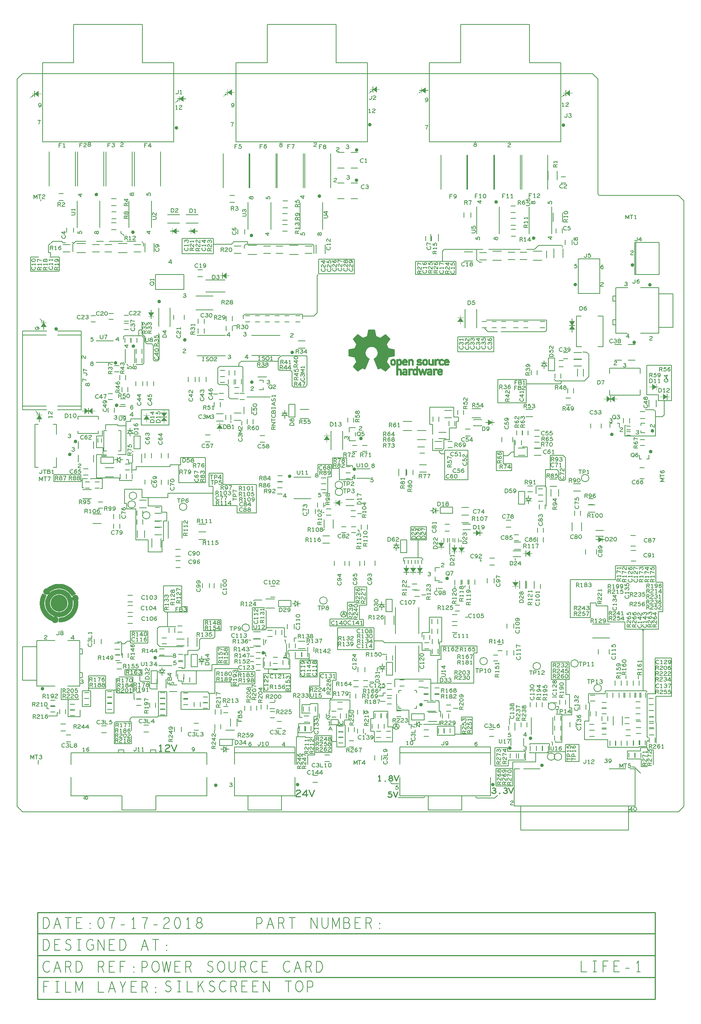
<source format=gbr>
G04 CAM350 V10.0.1 (Build 314) Date:  Tue Jul 17 14:42:50 2018 *
G04 Database: D:\LGR\2018\JULY\REL50470_POWER SOURCE BOARD\REL50470_FINAL.cam *
G04 Layer 1: SLPR *
%FSLAX25Y25*%
%MOIN*%
%SFA1.000B1.000*%

%MIA0B0*%
%IPPOS*%
%ADD10C,0.00600*%
%ADD11C,0.00500*%
%ADD12C,0.01000*%
%ADD13C,0.01575*%
%ADD14C,0.00591*%
%ADD15C,0.00827*%
%ADD16C,0.00800*%
%ADD17C,0.01575*%
%LNSLPR*%
%LPD*%
G36*
X403109Y448141D02*
G01X405609Y451684D01*
X403109*
Y452184*
X405609*
Y454184*
X406109*
Y452184*
X408609*
Y451684*
X406109*
X408609Y448141*
X406109*
Y445641*
X405609*
Y448141*
X403109*
G37*
G36*
X280777Y340116D02*
G01X283277Y343659D01*
X280777*
Y344159*
X283277*
Y346159*
X283777*
Y344159*
X286277*
Y343659*
X283777*
X286277Y340116*
X283777*
Y337616*
X283277*
Y340116*
X280777*
G37*
G36*
X119926Y452671D02*
G01Y453171D01*
X122426*
X119926Y456714*
X122426*
Y459214*
X122926*
Y456714*
X125426*
X122926Y453171*
X125426*
Y452671*
X122926*
Y450671*
X122426*
Y452671*
X119926*
G37*
G36*
X428640Y355777D02*
G01Y356277D01*
X431140*
Y358777*
X434684Y356277*
Y358777*
X435184*
Y356277*
X437184*
Y355777*
X435184*
Y353277*
X434684*
Y355777*
X431140Y353277*
Y355777*
X428640*
G37*
G36*
X289616Y282376D02*
G01Y282876D01*
X291616*
Y285376*
X292116*
Y282876*
X295660Y285376*
Y282876*
X298160*
Y282376*
X295660*
Y279876*
X292116Y282376*
Y279876*
X291616*
Y282376*
X289616*
G37*
G36*
X157019Y530929D02*
G01Y531429D01*
X159019*
Y533929*
X159519*
Y531429*
X163063Y533929*
Y531429*
X165563*
Y530929*
X163063*
Y528429*
X159519Y530929*
Y528429*
X159019*
Y530929*
X157019*
G37*
G36*
X139919Y530829D02*
G01Y531329D01*
X141919*
Y533829*
X142419*
Y531329*
X145963Y533829*
Y531329*
X148463*
Y530829*
X145963*
Y528329*
X142419Y530829*
Y528329*
X141919*
Y530829*
X139919*
G37*
G36*
X588755Y379318D02*
G01Y379818D01*
X591255*
Y382318*
X594799Y379818*
Y382318*
X595299*
Y379818*
X597299*
Y379318*
X595299*
Y376818*
X594799*
Y379318*
X591255Y376818*
Y379318*
X588755*
G37*
G36*
X578915Y388398D02*
G01Y388898D01*
X581415*
Y391398*
X584959Y388898*
Y391398*
X585459*
Y388898*
X587459*
Y388398*
X585459*
Y385898*
X584959*
Y388398*
X581415Y385898*
Y388398*
X578915*
G37*
G36*
X529594Y248824D02*
G01Y249324D01*
X532094*
Y251824*
X535639Y249324*
Y251824*
X536139*
Y249324*
X538139*
Y248824*
X536139*
Y246324*
X535639*
Y248824*
X532094Y246324*
Y248824*
X529594*
G37*
G36*
X463561Y235976D02*
G01Y236476D01*
X465561*
Y238976*
X466061*
Y236476*
X469606Y238976*
Y236476*
X472106*
Y235976*
X469606*
Y233476*
X466061Y235976*
Y233476*
X465561*
Y235976*
X463561*
G37*
G36*
X453424Y205961D02*
G01Y206461D01*
X455924*
X453424Y210006*
X455924*
Y212506*
X456424*
Y210006*
X458924*
X456424Y206461*
X458924*
Y205961*
X456424*
Y203961*
X455924*
Y205961*
X453424*
G37*
G36*
X417494Y254924D02*
G01Y255424D01*
X419994*
Y257924*
X423539Y255424*
Y257924*
X424039*
Y255424*
X426039*
Y254924*
X424039*
Y252424*
X423539*
Y254924*
X419994Y252424*
Y254924*
X417494*
G37*
G36*
X404218Y237701D02*
G01Y238201D01*
X406718*
X404218Y241745*
X406718*
Y244245*
X407218*
Y241745*
X409718*
X407218Y238201*
X409718*
Y237701*
X407218*
Y235701*
X406718*
Y237701*
X404218*
G37*
G36*
X397618D02*
G01Y238201D01*
X400118*
X397618Y241745*
X400118*
Y244245*
X400618*
Y241745*
X403118*
X400618Y238201*
X403118*
Y237701*
X400618*
Y235701*
X400118*
Y237701*
X397618*
G37*
G36*
X385518Y241901D02*
G01Y242401D01*
X388018*
X385518Y245945*
X388018*
Y248445*
X388518*
Y245945*
X391018*
X388518Y242401*
X391018*
Y241901*
X388518*
Y239901*
X388018*
Y241901*
X385518*
G37*
G36*
X366018Y218901D02*
G01Y219401D01*
X368518*
X366018Y222945*
X368518*
Y225445*
X369018*
Y222945*
X371518*
X369018Y219401*
X371518*
Y218901*
X369018*
Y216901*
X368518*
Y218901*
X366018*
G37*
G36*
X359918D02*
G01Y219401D01*
X362418*
X359918Y222945*
X362418*
Y225445*
X362918*
Y222945*
X365418*
X362918Y219401*
X365418*
Y218901*
X362918*
Y216901*
X362418*
Y218901*
X359918*
G37*
G36*
X353718D02*
G01Y219401D01*
X356218*
X353718Y222945*
X356218*
Y225445*
X356718*
Y222945*
X359218*
X356718Y219401*
X359218*
Y218901*
X356718*
Y216901*
X356218*
Y218901*
X353718*
G37*
G36*
X185836Y490002D02*
G01Y490502D01*
X187836*
Y493002*
X188336*
Y490502*
X191880Y493002*
Y490502*
X194380*
Y490002*
X191880*
Y487502*
X188336Y490002*
Y487502*
X187836*
Y490002*
X185836*
G37*
G36*
X182758Y350414D02*
G01X185258Y353958D01*
X182758*
Y354458*
X185258*
Y356458*
X185758*
Y354458*
X188258*
Y353958*
X185758*
X188258Y350414*
X185758*
Y347914*
X185258*
Y350414*
X182758*
G37*
G36*
X115799Y358775D02*
G01X118299Y362319D01*
X115799*
Y362819*
X118299*
Y364819*
X118799*
Y362819*
X121299*
Y362319*
X118799*
X121299Y358775*
X118799*
Y356275*
X118299*
Y358775*
X115799*
G37*
G36*
X20437Y451015D02*
G01X20937D01*
X23626Y448871*
X22396*
X24208Y447467*
X24215*
Y449467*
X24715*
Y447467*
X27215*
Y446967*
X24715*
X27215Y443423*
X24715*
Y440923*
X24215*
Y443423*
X21715*
X24215Y446967*
X21715*
Y447467*
X23708*
X21447Y449219*
X22689*
X20437Y451015*
G37*
G36*
X366451Y655714D02*
G01Y656214D01*
X368595Y658903*
Y657673*
X369999Y659484*
Y659492*
X367999*
Y659992*
X369999*
Y662492*
X370499*
Y659992*
X374043Y662492*
Y659992*
X376543*
Y659492*
X374043*
Y656992*
X370499Y659492*
Y656992*
X369999*
Y658984*
X368247Y656724*
Y657966*
X366451Y655714*
G37*
G36*
X12226Y652644D02*
G01Y653144D01*
X14370Y655833*
Y654603*
X15774Y656414*
Y656422*
X13774*
Y656922*
X15774*
Y659422*
X16274*
Y656922*
X19818Y659422*
Y656922*
X22318*
Y656422*
X19818*
Y653922*
X16274Y656422*
Y653922*
X15774*
Y655914*
X14022Y653654*
Y654896*
X12226Y652644*
G37*
G36*
X189091Y653839D02*
G01Y654339D01*
X191235Y657028*
Y655798*
X192639Y657609*
Y657617*
X190639*
Y658117*
X192639*
Y660617*
X193139*
Y658117*
X196683Y660617*
Y658117*
X199183*
Y657617*
X196683*
Y655117*
X193139Y657617*
Y655117*
X192639*
Y657109*
X190887Y654849*
Y656091*
X189091Y653839*
G37*
G36*
X16434Y366680D02*
G01X16934D01*
X19624Y364536*
X18394*
X20205Y363132*
X20212*
Y365132*
X20712*
Y363132*
X23212*
Y362632*
X20712*
X23212Y359088*
X20712*
Y356588*
X20212*
Y359088*
X17712*
X20212Y362632*
X17712*
Y363132*
X19705*
X17444Y364884*
X18686*
X16434Y366680*
G37*
G36*
X498574Y653247D02*
G01Y653747D01*
X500718Y656436*
Y655206*
X502122Y657018*
Y657025*
X500122*
Y657525*
X502122*
Y660025*
X502622*
Y657525*
X506166Y660025*
Y657525*
X508666*
Y657025*
X506166*
Y654525*
X502622Y657025*
Y654525*
X502122*
Y656518*
X500370Y654257*
Y655499*
X498574Y653247*
G37*
G36*
X321954Y656497D02*
G01Y656997D01*
X324098Y659686*
Y658456*
X325502Y660268*
Y660275*
X323502*
Y660775*
X325502*
Y663275*
X326002*
Y660775*
X329546Y663275*
Y660775*
X332046*
Y660275*
X329546*
Y657775*
X326002Y660275*
Y657775*
X325502*
Y659768*
X323750Y657507*
Y658749*
X321954Y656497*
G37*
G36*
X144799Y647997D02*
G01Y648497D01*
X146943Y651186*
Y649956*
X148347Y651768*
Y651775*
X146347*
Y652275*
X148347*
Y654775*
X148847*
Y652275*
X152391Y654775*
Y652275*
X154891*
Y651775*
X152391*
Y649275*
X148847Y651775*
Y649275*
X148347*
Y651268*
X146595Y649007*
Y650249*
X144799Y647997*
G37*
G36*
X537086Y377350D02*
G01Y377850D01*
X539586*
Y380350*
X543128Y377852*
X543130*
Y380350*
X543135*
Y380352*
X543635*
Y377852*
X547179Y380352*
Y377852*
X549679*
Y377352*
X547179*
Y374852*
X543638Y377350*
X543635*
Y374852*
X543630*
Y374850*
X543130*
Y377350*
X539586Y374850*
Y377350*
X537086*
G37*
G36*
X505340Y444570D02*
G01Y445070D01*
X507840*
X505340Y448614*
X507840*
Y451114*
X508340*
Y448614*
X510840*
X508342Y445072*
Y445070*
X510840*
Y445065*
X510842*
Y444565*
X508342*
X510842Y441021*
X508342*
Y438521*
X507842*
Y441021*
X505342*
X507840Y444562*
Y444565*
X505342*
Y444570*
X505340*
G37*
G36*
X131874Y360920D02*
G01Y361420D01*
X134374*
X131874Y364964*
X134374*
Y367464*
X134874*
Y364964*
X137374*
X134881Y361429*
Y361420*
X137374*
Y361416*
X137381*
Y360916*
X134881*
X137381Y357372*
X134881*
Y354872*
X134381*
Y357372*
X131881*
X134374Y360907*
Y360916*
X131881*
Y360920*
X131874*
G37*
G36*
X59094Y366393D02*
G01Y366893D01*
X61594*
Y369393*
X65129Y366900*
X65138*
Y369393*
X65142*
Y369400*
X65642*
Y366900*
X69186Y369400*
Y366900*
X71686*
Y366400*
X69186*
Y363900*
X65651Y366393*
X65642*
Y363900*
X65638*
Y363893*
X65138*
Y366393*
X61594Y363893*
Y366393*
X59094*
G37*
G54D10*
X420200Y14200D02*
G01Y13200D01*
Y13200D02*
G01X420700Y12700D01*
Y12700D02*
G01X437300D01*
Y12700D02*
G01X440100Y15500D01*
X341800Y27100D02*
G01X343200Y25700D01*
Y25700D02*
G01X349300D01*
X349200Y13000D02*
G01X372500D01*
Y13000D02*
G01X373500Y14000D01*
G54D11*
X576400Y408400D02*
G01Y381400D01*
Y381400D02*
G01X587000D01*
Y381400D02*
G01Y376100D01*
Y376100D02*
G01X592400D01*
X584500Y361500D02*
G01X590900D01*
Y361500D02*
G01X592400Y363000D01*
Y363000D02*
G01Y376100D01*
Y376100D02*
G01X599100D01*
Y376100D02*
G01Y408400D01*
Y408400D02*
G01X576400D01*
X557325Y353495D02*
G01X556570D01*
Y353495D02*
G01Y343700D01*
Y343700D02*
G01X584300D01*
Y343700D02*
G01Y366300D01*
Y366300D02*
G01X582800Y367800D01*
Y367800D02*
G01X575100D01*
X30100Y507600D02*
G01X38800D01*
Y507600D02*
G01Y495000D01*
Y495000D02*
G01X38400Y494600D01*
Y494600D02*
G01X12500D01*
Y494600D02*
G01X12300Y494800D01*
Y494800D02*
G01Y507600D01*
Y507600D02*
G01X19800D01*
X380300Y341400D02*
G01Y330600D01*
Y330600D02*
G01X389000D01*
Y330600D02*
G01X390900Y332500D01*
Y332500D02*
G01Y340400D01*
Y340400D02*
G01X395700D01*
Y340400D02*
G01Y351100D01*
Y351100D02*
G01X402200D01*
Y351100D02*
G01Y357000D01*
Y357000D02*
G01X404000D01*
Y357000D02*
G01Y361000D01*
Y361000D02*
G01X399600D01*
Y361000D02*
G01Y370100D01*
Y370100D02*
G01X377800D01*
Y370100D02*
G01Y354400D01*
Y354400D02*
G01X380300D01*
Y354400D02*
G01Y345300D01*
X176880Y309740D02*
G01X175590D01*
Y309740D02*
G01Y297740D01*
Y297740D02*
G01X179460D01*
Y297740D02*
G01Y280000D01*
Y280000D02*
G01X201560D01*
Y280000D02*
G01Y273385D01*
Y273385D02*
G01X219200D01*
Y273385D02*
G01Y299450D01*
Y299450D02*
G01X188270D01*
Y299450D02*
G01Y309740D01*
Y309740D02*
G01X176880D01*
X181200Y165700D02*
G01Y160200D01*
Y160200D02*
G01X179700Y158700D01*
Y158700D02*
G01X168500D01*
Y158700D02*
G01X167100Y157300D01*
Y157300D02*
G01Y149300D01*
Y149300D02*
G01X165500Y147700D01*
Y147700D02*
G01X156300D01*
Y147700D02*
G01Y143800D01*
Y143800D02*
G01X153900D01*
X410300Y178100D02*
G01X412600D01*
X405200Y247700D02*
G01X407300D01*
X445200Y318500D02*
G01Y329900D01*
Y329900D02*
G01X438600D01*
Y329900D02*
G01Y312200D01*
Y312200D02*
G01X452900D01*
Y312200D02*
G01Y318500D01*
Y318500D02*
G01X445200D01*
X488000Y313100D02*
G01X494000D01*
Y313100D02*
G01X495700Y311400D01*
Y311400D02*
G01Y304300D01*
Y304300D02*
G01X497000Y303000D01*
Y303000D02*
G01X500600D01*
Y303000D02*
G01X502200Y304600D01*
Y304600D02*
G01Y323900D01*
Y323900D02*
G01X499900Y326200D01*
Y326200D02*
G01X488000D01*
Y326200D02*
G01Y313100D01*
Y313100D02*
G01X483600D01*
Y313100D02*
G01Y297500D01*
X562800Y41200D02*
G01X565200D01*
Y41200D02*
G01X570900Y35500D01*
X490100Y61200D02*
G01Y63400D01*
Y63400D02*
G01X489300Y64200D01*
X385245Y139590D02*
G01Y117735D01*
X378775D02*
G01Y121445D01*
Y121445D02*
G01X345875D01*
Y121445D02*
G01Y114575D01*
X381130Y101670D02*
G01X378775D01*
Y101670D02*
G01Y117735D01*
Y117735D02*
G01X417955D01*
Y117735D02*
G01Y145600D01*
Y145600D02*
G01X421100D01*
Y145600D02*
G01Y151800D01*
Y151800D02*
G01X388200D01*
Y151800D02*
G01Y139590D01*
Y139590D02*
G01X385245D01*
X327200Y156500D02*
G01X334700D01*
Y156500D02*
G01X336300Y154900D01*
Y154900D02*
G01X370800D01*
Y154900D02*
G01Y147615D01*
Y147615D02*
G01X378625D01*
Y147615D02*
G01Y143205D01*
Y143205D02*
G01X386800D01*
Y143205D02*
G01Y155500D01*
Y155500D02*
G01X388690D01*
Y155500D02*
G01Y178105D01*
Y178105D02*
G01X377370D01*
Y178105D02*
G01Y164035D01*
Y164035D02*
G01X370790D01*
Y164035D02*
G01Y160130D01*
Y160130D02*
G01X370820D01*
G54D10*
X224000Y193800D02*
G01X217300D01*
Y193800D02*
G01X216600Y193100D01*
X236200Y100900D02*
G01Y102700D01*
X107000Y108800D02*
G01Y103400D01*
Y103400D02*
G01X107700Y102700D01*
X19400Y47400D02*
G01Y43800D01*
G54D11*
X262170Y453355D02*
G01X271755D01*
Y453355D02*
G01X274700Y456300D01*
Y456300D02*
G01Y490465D01*
Y490465D02*
G01X275765Y491530D01*
X491700Y395800D02*
G01Y395500D01*
Y395500D02*
G01X493000Y394200D01*
Y394200D02*
G01X519300D01*
Y394200D02*
G01X523300Y398200D01*
Y398200D02*
G01Y418500D01*
Y418500D02*
G01X521200Y420600D01*
Y420600D02*
G01X518300D01*
Y420600D02*
G01X518100Y420800D01*
X403400Y434600D02*
G01X436300D01*
Y434600D02*
G01Y420900D01*
Y420900D02*
G01X403400D01*
Y420900D02*
G01Y434600D01*
X443225Y439045D02*
G01X483390D01*
Y439045D02*
G01X484910Y440565D01*
Y440565D02*
G01Y449700D01*
Y449700D02*
G01X429700D01*
X428000Y442100D02*
G01X431055Y439045D01*
Y439045D02*
G01X439905D01*
X499000Y516600D02*
G01Y517700D01*
Y517700D02*
G01X498500Y518200D01*
Y518200D02*
G01X477300D01*
Y518200D02*
G01X473600Y514500D01*
Y514500D02*
G01X466380D01*
X460595D02*
G01X431750D01*
X420830D02*
G01Y504870D01*
Y504870D02*
G01X423000Y502700D01*
Y502700D02*
G01X425500D01*
X426325Y514500D02*
G01X391100D01*
Y514500D02*
G01X389300Y512700D01*
Y512700D02*
G01Y503600D01*
X364900Y503500D02*
G01Y491300D01*
Y491300D02*
G01X401600D01*
Y491300D02*
G01Y503400D01*
Y503400D02*
G01X364900D01*
Y503400D02*
G01Y503500D01*
X275965Y505480D02*
G01X276065D01*
Y505480D02*
G01Y491980D01*
Y491980D02*
G01X308665D01*
Y491980D02*
G01Y505480D01*
Y505480D02*
G01X276065D01*
Y505480D02*
G01Y505280D01*
X208000Y515300D02*
G01Y517700D01*
Y517700D02*
G01X209300Y519000D01*
Y519000D02*
G01X270500D01*
Y519000D02*
G01X271800Y517700D01*
Y517700D02*
G01Y510700D01*
X200830Y444900D02*
G01X198555D01*
Y444900D02*
G01X198095Y444440D01*
X261300Y451000D02*
G01Y455200D01*
Y455200D02*
G01X208300D01*
Y455200D02*
G01X207000Y453900D01*
Y453900D02*
G01Y451100D01*
X151300Y524300D02*
G01X151200D01*
Y524300D02*
G01Y510300D01*
Y510300D02*
G01X179700D01*
Y510300D02*
G01Y524300D01*
Y524300D02*
G01X151300D01*
X179700Y519100D02*
G01X196380D01*
Y519100D02*
G01X198580Y521300D01*
Y521300D02*
G01X210830D01*
Y521300D02*
G01X211185Y520945D01*
Y520945D02*
G01Y519710D01*
X108835Y521700D02*
G01X100490D01*
X115700Y517400D02*
G01Y519900D01*
Y519900D02*
G01X114293Y521308D01*
X111500Y435400D02*
G01Y440000D01*
Y440000D02*
G01X112300Y440800D01*
Y440800D02*
G01X114300D01*
X50345Y520695D02*
G01X51175D01*
Y520695D02*
G01X51485Y520385D01*
X63170Y521700D02*
G01X53700D01*
Y521700D02*
G01X51100Y519100D01*
Y519100D02*
G01Y512300D01*
X78945Y521700D02*
G01X72780D01*
X96700D02*
G01X84520D01*
X98050Y527345D02*
G01X97385D01*
Y527345D02*
G01X95155Y529575D01*
Y529575D02*
G01Y531110D01*
X21660Y558905D02*
G01Y560075D01*
X44450Y520500D02*
G01X42000D01*
Y520500D02*
G01X40700Y521800D01*
Y521800D02*
G01X32665D01*
Y521800D02*
G01X28900Y518035D01*
Y518035D02*
G01Y511600D01*
Y511600D02*
G01X30900D01*
Y511600D02*
G01Y508500D01*
X203200Y407700D02*
G01Y410000D01*
Y410000D02*
G01X205400Y412200D01*
Y412200D02*
G01X239000D01*
X114400Y448300D02*
G01Y437200D01*
Y437200D02*
G01X117000Y434600D01*
Y434600D02*
G01Y429800D01*
Y429800D02*
G01X118800Y428000D01*
Y428000D02*
G01X123300D01*
Y428000D02*
G01X124700Y426600D01*
Y426600D02*
G01Y413400D01*
Y413400D02*
G01X125700Y412400D01*
Y412400D02*
G01X128700D01*
Y412400D02*
G01X130200Y413900D01*
Y413900D02*
G01Y436400D01*
Y436400D02*
G01X129300Y437300D01*
X97500Y432500D02*
G01Y434300D01*
Y434300D02*
G01X98500Y435300D01*
Y435300D02*
G01X114500D01*
Y435300D02*
G01X116100Y433700D01*
Y433700D02*
G01Y410500D01*
Y410500D02*
G01X114700Y409100D01*
Y409100D02*
G01X108800D01*
X100690Y409730D02*
G01Y409090D01*
Y409090D02*
G01X101635Y408145D01*
X106610Y409780D02*
G01Y408205D01*
X82020Y326505D02*
G01X78605D01*
Y326505D02*
G01Y333020D01*
Y333020D02*
G01X72730D01*
Y333020D02*
G01Y343925D01*
Y343925D02*
G01X78150D01*
Y343925D02*
G01Y348700D01*
Y348700D02*
G01X78085D01*
X76485Y295715D02*
G01X77945D01*
Y295715D02*
G01Y304725D01*
Y304725D02*
G01X67430D01*
Y304725D02*
G01Y304385D01*
X64495Y304690D02*
G01X59755D01*
Y304690D02*
G01Y296275D01*
Y296275D02*
G01X61175D01*
X58270Y303210D02*
G01X59850D01*
Y303210D02*
G01Y303255D01*
X48640Y308465D02*
G01X58400D01*
Y308465D02*
G01Y302110D01*
Y302110D02*
G01X33625D01*
Y302110D02*
G01Y308465D01*
Y308465D02*
G01X48640D01*
X27465Y96435D02*
G01X27450D01*
Y96435D02*
G01Y94390D01*
Y94390D02*
G01X29195D01*
X28725Y87930D02*
G01X36710D01*
Y87930D02*
G01Y90655D01*
Y90655D02*
G01X37890D01*
Y90655D02*
G01Y90605D01*
X91700Y155400D02*
G01X95000D01*
Y155400D02*
G01X95600Y154800D01*
Y154800D02*
G01Y143300D01*
X67300Y97500D02*
G01Y109200D01*
X65400Y124400D02*
G01X81000D01*
Y124400D02*
G01Y113100D01*
Y113100D02*
G01X65300D01*
Y113100D02*
G01Y124400D01*
Y124400D02*
G01X65400D01*
X59800Y109200D02*
G01Y96480D01*
Y96480D02*
G01X67300D01*
Y96480D02*
G01Y110870D01*
Y110870D02*
G01X59795D01*
Y110870D02*
G01Y108280D01*
X65300Y113100D02*
G01X65265D01*
Y113100D02*
G01Y110920D01*
X81105Y111530D02*
G01X88750D01*
Y111530D02*
G01Y90530D01*
Y90530D02*
G01X80990D01*
Y90530D02*
G01Y111530D01*
Y111530D02*
G01X81105D01*
X88750D02*
G01X90870D01*
Y111530D02*
G01Y111510D01*
X41145Y112795D02*
G01X40515D01*
Y112795D02*
G01Y102680D01*
Y102680D02*
G01X55985D01*
Y102680D02*
G01Y104195D01*
X46645Y102650D02*
G01X46805D01*
Y102650D02*
G01Y86940D01*
Y86940D02*
G01X57695D01*
Y86940D02*
G01Y93355D01*
X584985Y63190D02*
G01X585115D01*
Y63190D02*
G01Y81930D01*
Y81930D02*
G01X584600D01*
Y81930D02*
G01Y105915D01*
Y105915D02*
G01X599130D01*
Y105915D02*
G01Y140640D01*
Y140640D02*
G01X597000D01*
X557315Y122070D02*
G01Y124745D01*
Y124745D02*
G01X557350D01*
X568655Y121795D02*
G01X568670D01*
Y121795D02*
G01Y124600D01*
X573070Y111020D02*
G01Y166760D01*
Y166760D02*
G01X573050D01*
Y166760D02*
G01X572565Y166275D01*
Y166275D02*
G01X572580Y166260D01*
Y166260D02*
G01X573515D01*
Y166260D02*
G01Y166290D01*
Y166290D02*
G01X573070Y166735D01*
X582255Y43345D02*
G01Y56925D01*
Y56925D02*
G01X577095D01*
Y56925D02*
G01Y58910D01*
Y58910D02*
G01X570770D01*
Y58910D02*
G01Y55815D01*
Y55815D02*
G01X558790D01*
Y55815D02*
G01Y48570D01*
Y48570D02*
G01X571450D01*
Y48570D02*
G01Y41410D01*
Y41410D02*
G01X577145D01*
X598565Y140625D02*
G01X584050D01*
Y140625D02*
G01Y108170D01*
Y108170D02*
G01X576630D01*
Y108170D02*
G01Y68510D01*
Y68510D02*
G01X577710D01*
Y68510D02*
G01Y68110D01*
Y68110D02*
G01X577775D01*
X513200Y212355D02*
G01X547910D01*
Y212355D02*
G01Y225195D01*
Y225195D02*
G01X584685D01*
Y225195D02*
G01Y209970D01*
Y209970D02*
G01X590945D01*
Y209970D02*
G01Y183180D01*
Y183180D02*
G01X587105D01*
Y183180D02*
G01Y166985D01*
Y166985D02*
G01X556265D01*
Y166985D02*
G01Y173760D01*
Y173760D02*
G01X540780D01*
Y173760D02*
G01Y188600D01*
Y188600D02*
G01X530070D01*
Y188600D02*
G01Y191115D01*
Y191115D02*
G01X524590D01*
Y191115D02*
G01Y177760D01*
Y177760D02*
G01X506525D01*
Y177760D02*
G01Y212355D01*
Y212355D02*
G01X513200D01*
X493795Y96355D02*
G01X495715D01*
Y96355D02*
G01Y94760D01*
X490485Y137075D02*
G01X505455D01*
Y137075D02*
G01Y121205D01*
Y121205D02*
G01X489195D01*
Y121205D02*
G01Y137075D01*
Y137075D02*
G01X490485D01*
X505455Y121205D02*
G01X502470D01*
Y121205D02*
G01Y107510D01*
Y107510D02*
G01X505825D01*
Y107510D02*
G01Y95190D01*
Y95190D02*
G01X507695D01*
Y95190D02*
G01Y88755D01*
Y88755D02*
G01X498970D01*
Y88755D02*
G01Y88720D01*
Y88720D02*
G01X498840D01*
X502055Y55130D02*
G01Y46000D01*
Y46000D02*
G01X514505D01*
Y46000D02*
G01Y61905D01*
Y61905D02*
G01X501990D01*
Y61905D02*
G01Y55065D01*
Y55065D02*
G01X486280D01*
Y55065D02*
G01Y54030D01*
X493485Y89560D02*
G01X498810D01*
Y89560D02*
G01Y63755D01*
Y63755D02*
G01X492650D01*
Y63755D02*
G01Y64980D01*
X577750Y65740D02*
G01Y64900D01*
Y64900D02*
G01X576265D01*
Y64900D02*
G01Y59905D01*
Y59905D02*
G01X569585D01*
Y59905D02*
G01Y59145D01*
Y59145D02*
G01X540750D01*
Y59145D02*
G01Y66050D01*
Y66050D02*
G01X519460D01*
Y66050D02*
G01Y83015D01*
Y83015D02*
G01X523330D01*
Y83015D02*
G01Y93145D01*
Y93145D02*
G01X524070D01*
Y93145D02*
G01Y99695D01*
Y99695D02*
G01X523040D01*
Y99695D02*
G01Y108145D01*
Y108145D02*
G01X538395D01*
Y108145D02*
G01Y110755D01*
Y110755D02*
G01X576425D01*
Y110755D02*
G01Y109305D01*
X440100Y395500D02*
G01X466100D01*
Y395500D02*
G01Y391500D01*
X498100Y394200D02*
G01Y392300D01*
Y392300D02*
G01X497300Y391500D01*
Y391500D02*
G01X466100D01*
Y391500D02*
G01Y374100D01*
Y374100D02*
G01X440100D01*
Y374100D02*
G01Y395500D01*
X445200Y325900D02*
G01X449500D01*
Y325900D02*
G01X452800Y329200D01*
Y329200D02*
G01X455000D01*
Y340500D02*
G01Y324800D01*
Y324800D02*
G01X467000D01*
Y324800D02*
G01Y333900D01*
Y333900D02*
G01X463000D01*
Y333900D02*
G01X462700Y334200D01*
X484400Y279800D02*
G01Y296700D01*
Y296700D02*
G01X483100Y298000D01*
Y298000D02*
G01X475700D01*
Y298000D02*
G01X475000Y297300D01*
Y297300D02*
G01Y291000D01*
X456100Y232220D02*
G01X456065D01*
Y232220D02*
G01Y230300D01*
X450610Y80115D02*
G01Y85540D01*
Y85540D02*
G01X451155D01*
X450460Y55460D02*
G01X465315D01*
Y55460D02*
G01Y47315D01*
Y47315D02*
G01X449845D01*
Y47315D02*
G01Y42090D01*
Y42090D02*
G01X437265D01*
Y42090D02*
G01Y58865D01*
Y58865D02*
G01X448960D01*
Y58865D02*
G01Y55460D01*
Y55460D02*
G01X450460D01*
X487265Y56575D02*
G01Y62560D01*
Y62560D02*
G01X469555D01*
Y62560D02*
G01Y61315D01*
X469325Y55220D02*
G01Y54060D01*
Y54060D02*
G01X485650D01*
Y54060D02*
G01Y55415D01*
X453680Y39850D02*
G01X453650D01*
Y39850D02*
G01Y45735D01*
Y45735D02*
G01X474845D01*
Y45735D02*
G01Y54010D01*
Y54010D02*
G01X474820D01*
X440390Y39850D02*
G01X453680D01*
Y39850D02*
G01Y23720D01*
Y23720D02*
G01X438390D01*
Y23720D02*
G01Y39850D01*
Y39850D02*
G01X440390D01*
X386800Y330300D02*
G01Y328800D01*
Y328800D02*
G01X388200Y327400D01*
Y327400D02*
G01X391300D01*
X391500Y330800D02*
G01X412800D01*
Y330800D02*
G01Y303900D01*
Y303900D02*
G01X391500D01*
Y303900D02*
G01Y330800D01*
X425310Y229510D02*
G01X423985D01*
Y229510D02*
G01Y231285D01*
X395940Y246015D02*
G01X395955D01*
Y246015D02*
G01Y235710D01*
Y235710D02*
G01X396570D01*
X400860Y206885D02*
G01X400665D01*
Y206885D02*
G01Y204850D01*
X409970Y207030D02*
G01X410035D01*
Y207030D02*
G01Y205705D01*
Y205705D02*
G01X409260D01*
X414100Y207220D02*
G01Y204030D01*
X399445Y94860D02*
G01X403900D01*
X400735Y71075D02*
G01X416800D01*
Y71075D02*
G01Y86880D01*
Y86880D02*
G01X406670D01*
Y86880D02*
G01Y83525D01*
X406605Y79335D02*
G01X406540D01*
Y79335D02*
G01Y71070D01*
Y71070D02*
G01X406970D01*
X353700Y229300D02*
G01Y231700D01*
Y231700D02*
G01X354500Y232500D01*
Y232500D02*
G01X370200D01*
Y232500D02*
G01X371400Y231300D01*
Y231300D02*
G01Y230500D01*
X361565Y260720D02*
G01X374630D01*
Y260720D02*
G01Y248785D01*
Y248785D02*
G01X360565D01*
Y248785D02*
G01Y260720D01*
Y260720D02*
G01X361565D01*
X367100Y232700D02*
G01Y248755D01*
Y248755D02*
G01X367150D01*
X384230Y205110D02*
G01Y203240D01*
X370295Y198305D02*
G01X374245D01*
X359795Y205885D02*
G01X357405D01*
X347455Y107705D02*
G01X347420D01*
Y107705D02*
G01Y98520D01*
Y98520D02*
G01X347780D01*
Y98520D02*
G01Y93245D01*
Y93245D02*
G01X358635D01*
Y93245D02*
G01Y79840D01*
Y79840D02*
G01X361830D01*
X372085Y80230D02*
G01X386700D01*
Y80230D02*
G01Y83100D01*
X385330Y100760D02*
G01X386585D01*
Y100760D02*
G01Y92035D01*
Y92035D02*
G01X387775D01*
Y92035D02*
G01Y87065D01*
X378765Y117735D02*
G01Y117720D01*
X349739Y78180D02*
G75*
G03X349739Y78180I-2699D01*
X386540Y78300D02*
G01X400605D01*
Y78300D02*
G01Y70110D01*
Y70110D02*
G01X384800D01*
Y70110D02*
G01Y78300D01*
Y78300D02*
G01X386540D01*
X311625Y272840D02*
G01X315395D01*
Y272840D02*
G01Y272825D01*
X311770Y257760D02*
G01X312930D01*
Y257760D02*
G01Y255825D01*
X301644Y180790D02*
G03X301644Y180790I-2699D01*
X293500Y168400D02*
G01X293400D01*
Y168400D02*
G01Y148500D01*
Y148500D02*
G01X326900D01*
Y148500D02*
G01Y168400D01*
Y168400D02*
G01X293500D01*
X329640Y128705D02*
G01Y131610D01*
Y131610D02*
G01X331315D01*
X338285Y144170D02*
G01X334430D01*
X305135Y109005D02*
G01X305125D01*
Y109005D02*
G01Y109395D01*
Y109395D02*
G01X303720D01*
X322715Y118770D02*
G01X326315D01*
Y118770D02*
G01Y117825D01*
X336290Y113300D02*
G01X332255D01*
Y113300D02*
G01Y110980D01*
Y110980D02*
G01X331290D01*
X337450Y108880D02*
G01X334935D01*
Y108880D02*
G01Y106045D01*
Y106045D02*
G01X330935D01*
X337130Y100945D02*
G01X332550D01*
Y100945D02*
G01Y100940D01*
X318300Y71910D02*
G01X319045D01*
Y71910D02*
G01Y70650D01*
X328755Y92165D02*
G01X339525D01*
Y92165D02*
G01Y77745D01*
Y77745D02*
G01X343720D01*
Y77745D02*
G01Y64135D01*
Y64135D02*
G01X327045D01*
Y64135D02*
G01Y73875D01*
Y73875D02*
G01X323720D01*
Y73875D02*
G01Y85360D01*
Y85360D02*
G01X326400D01*
Y85360D02*
G01Y92165D01*
Y92165D02*
G01X328755D01*
X252200Y417200D02*
G01X264600D01*
Y417200D02*
G01X265500Y416300D01*
Y416300D02*
G01Y390500D01*
Y390500D02*
G01X263600Y388600D01*
Y388600D02*
G01X253100D01*
Y388600D02*
G01X251800Y389900D01*
Y389900D02*
G01Y402500D01*
Y402500D02*
G01X250500Y403800D01*
Y403800D02*
G01X240100D01*
Y403800D02*
G01X239200Y404700D01*
Y404700D02*
G01Y414600D01*
Y414600D02*
G01X241800Y417200D01*
Y417200D02*
G01X252200D01*
X307065Y315055D02*
G01X307195D01*
Y315055D02*
G01Y316765D01*
Y316765D02*
G01X301710D01*
Y316765D02*
G01Y323865D01*
Y323865D02*
G01X288760D01*
Y323865D02*
G01Y314105D01*
Y314105D02*
G01X295225D01*
Y314105D02*
G01Y303880D01*
Y303880D02*
G01X306935D01*
Y303880D02*
G01Y304750D01*
X279865Y291825D02*
G01Y291840D01*
Y291840D02*
G01X284445D01*
Y291840D02*
G01Y306405D01*
Y306405D02*
G01X287615D01*
Y306405D02*
G01Y317720D01*
Y317720D02*
G01X275410D01*
Y317720D02*
G01Y310485D01*
X281430Y280195D02*
G01X282540D01*
Y280195D02*
G01Y280565D01*
X281125Y273760D02*
G01X279720D01*
Y273760D02*
G01Y273755D01*
X281325Y257940D02*
G01X280485D01*
Y257940D02*
G01Y257925D01*
X248200Y144600D02*
G01Y147500D01*
Y147500D02*
G01X248600Y147900D01*
Y147900D02*
G01X264900D01*
X253590Y155915D02*
G01Y159110D01*
Y159110D02*
G01X255845D01*
X265555Y153110D02*
G01X266655D01*
Y153110D02*
G01Y154530D01*
X243590Y140740D02*
G01X248025D01*
Y140740D02*
G01Y139885D01*
Y139885D02*
G01X249800D01*
Y139885D02*
G01Y130900D01*
Y130900D02*
G01X245735D01*
Y130900D02*
G01Y130870D01*
X243755Y141595D02*
G01X246865D01*
Y141595D02*
G01Y153915D01*
Y153915D02*
G01X246860D01*
X254365Y140190D02*
G01X267440D01*
Y140190D02*
G01Y145075D01*
Y145075D02*
G01X267020D01*
X258970Y123430D02*
G01X274870D01*
Y123430D02*
G01Y138830D01*
Y138830D02*
G01X258970D01*
Y138830D02*
G01Y123430D01*
X267440Y140190D02*
G01X267430D01*
Y140190D02*
G01Y138890D01*
X310640Y205680D02*
G01X320025D01*
Y205680D02*
G01Y189265D01*
Y189265D02*
G01X313480D01*
Y189265D02*
G01Y176230D01*
Y176230D02*
G01X316960D01*
Y176230D02*
G01Y170070D01*
Y170070D02*
G01X286460D01*
Y170070D02*
G01Y176360D01*
Y176360D02*
G01X302270D01*
Y176360D02*
G01Y191745D01*
Y191745D02*
G01X309010D01*
Y191745D02*
G01Y205680D01*
Y205680D02*
G01X310640D01*
X287200Y103900D02*
G01Y102500D01*
X275570Y86180D02*
G01X274150D01*
Y86180D02*
G01Y85730D01*
X258900Y103900D02*
G01Y86520D01*
Y86520D02*
G01X261165D01*
X288700Y120600D02*
G01Y104600D01*
Y104600D02*
G01X288000Y103900D01*
Y103900D02*
G01X268300D01*
Y103900D02*
G01X267700Y104500D01*
Y104500D02*
G01Y115260D01*
Y115260D02*
G01X276955D01*
Y115260D02*
G01Y127360D01*
Y127360D02*
G01X292150D01*
Y127360D02*
G01Y120600D01*
Y120600D02*
G01X288700D01*
X298955Y80325D02*
G01X299765D01*
Y80325D02*
G01Y84005D01*
Y84005D02*
G01X303860D01*
Y84005D02*
G01Y93085D01*
Y93085D02*
G01X304765D01*
Y93085D02*
G01Y102400D01*
Y102400D02*
G01X286360D01*
Y102400D02*
G01Y92830D01*
Y92830D02*
G01X285825D01*
Y92830D02*
G01Y89375D01*
X292600Y64600D02*
G01X292570D01*
Y64600D02*
G01Y79160D01*
Y79160D02*
G01X294990D01*
Y79160D02*
G01Y79415D01*
Y79415D02*
G01X295600D01*
Y79415D02*
G01Y79400D01*
Y79400D02*
G01X300310D01*
Y79400D02*
G01Y59560D01*
Y59560D02*
G01X292600D01*
Y59560D02*
G01Y64600D01*
Y64600D02*
G01X288400D01*
X272345Y57540D02*
G01Y69635D01*
Y69635D02*
G01X288020D01*
Y69635D02*
G01Y54395D01*
Y54395D02*
G01X272345D01*
Y54395D02*
G01Y57540D01*
X270585Y68215D02*
G01X264100D01*
Y68215D02*
G01Y68860D01*
Y68860D02*
G01X255600D01*
Y68860D02*
G01Y43910D01*
X265665Y43620D02*
G01X266085D01*
Y43620D02*
G01Y51945D01*
Y51945D02*
G01X272545D01*
Y51945D02*
G01Y53735D01*
Y53735D02*
G01X272060D01*
X257200Y73300D02*
G01X257180D01*
Y73300D02*
G01Y68960D01*
X268520Y90325D02*
G01X260730D01*
Y90325D02*
G01Y98015D01*
Y98015D02*
G01X268360D01*
Y98015D02*
G01Y98970D01*
Y98970D02*
G01X275570D01*
Y98970D02*
G01Y87485D01*
Y87485D02*
G01X271600D01*
Y87485D02*
G01Y74500D01*
Y74500D02*
G01X269400Y72300D01*
Y72300D02*
G01X258200D01*
Y72300D02*
G01X257200Y73300D01*
Y73300D02*
G01Y76905D01*
Y76905D02*
G01X257650D01*
Y76905D02*
G01Y80615D01*
Y80615D02*
G01X267715D01*
Y80615D02*
G01Y81775D01*
Y81775D02*
G01X267970D01*
X210510Y379355D02*
G01X231905D01*
X195685Y357920D02*
G01Y356195D01*
Y356195D02*
G01X195670Y356180D01*
X205720Y357310D02*
G01Y353655D01*
X230100Y130800D02*
G01Y126500D01*
Y126500D02*
G01X230000Y126400D01*
X216780Y137300D02*
G01X213425D01*
X216750Y142465D02*
G01X213265D01*
X216365Y150300D02*
G01X213235D01*
Y150300D02*
G01Y150270D01*
X214200Y157235D02*
G01X212055D01*
Y157235D02*
G01Y157205D01*
X226605Y186900D02*
G01X215540D01*
Y186900D02*
G01Y166600D01*
Y166600D02*
G01X227200D01*
Y166600D02*
G01X228000Y167400D01*
Y167400D02*
G01Y183900D01*
Y183900D02*
G01X227900Y184000D01*
X226500Y153015D02*
G01X225790D01*
Y153015D02*
G01Y158110D01*
X246875Y160060D02*
G01Y160140D01*
Y160140D02*
G01X244710D01*
Y160140D02*
G01Y168560D01*
Y168560D02*
G01X228060D01*
Y168560D02*
G01Y168530D01*
X246800Y130900D02*
G01X226900D01*
Y130900D02*
G01X225400Y132400D01*
Y132400D02*
G01Y140870D01*
Y140870D02*
G01X226605D01*
X225500Y126400D02*
G01X225600D01*
Y126400D02*
G01Y109700D01*
Y109700D02*
G01X250500D01*
Y109700D02*
G01Y126400D01*
Y126400D02*
G01X225500D01*
X202500Y377700D02*
G01X195000D01*
Y377700D02*
G01X193600Y379100D01*
Y379100D02*
G01Y389200D01*
Y389200D02*
G01X192100Y390700D01*
Y390700D02*
G01X185100D01*
Y390700D02*
G01X183700Y392100D01*
Y392100D02*
G01Y405900D01*
Y405900D02*
G01X185300Y407500D01*
Y407500D02*
G01X205900D01*
Y407500D02*
G01X206800Y406600D01*
Y406600D02*
G01Y384200D01*
X183655Y382145D02*
G01X179720D01*
X153000Y143800D02*
G01X153900D01*
Y143800D02*
G01Y132200D01*
Y132200D02*
G01X152900Y131200D01*
Y131200D02*
G01X150700D01*
X170800Y175800D02*
G01X186800D01*
Y175800D02*
G01Y165800D01*
Y165800D02*
G01X170800D01*
Y165800D02*
G01Y175800D01*
X183100Y150700D02*
G01X194100D01*
Y150700D02*
G01Y134900D01*
Y134900D02*
G01X183100D01*
Y134900D02*
G01Y150700D01*
Y134900D02*
G01X178475D01*
Y134900D02*
G01Y129100D01*
Y129100D02*
G01X145830D01*
Y129100D02*
G01Y123995D01*
X191805Y97430D02*
G01X191825D01*
Y97430D02*
G01Y99185D01*
X163365Y129170D02*
G01X163945D01*
Y129170D02*
G01Y116980D01*
Y116980D02*
G01X151090D01*
Y116980D02*
G01Y119900D01*
Y119900D02*
G01X147815D01*
Y119900D02*
G01Y120945D01*
X182080Y131195D02*
G01X202130D01*
Y131195D02*
G01Y128455D01*
Y128455D02*
G01X217820D01*
Y128455D02*
G01Y117165D01*
Y117165D02*
G01X202595D01*
Y117165D02*
G01Y114970D01*
Y114970D02*
G01X196015D01*
Y114970D02*
G01Y118650D01*
Y118650D02*
G01X180985D01*
Y118650D02*
G01Y131195D01*
Y131195D02*
G01X182080D01*
X175000Y108400D02*
G01X176130D01*
Y108400D02*
G01Y93760D01*
Y93760D02*
G01X149970D01*
Y93760D02*
G01Y109795D01*
Y109795D02*
G01X175000D01*
Y109795D02*
G01Y108400D01*
Y108400D02*
G01X180950D01*
Y108400D02*
G01Y118650D01*
Y118650D02*
G01X180985D01*
X181405Y75025D02*
G01X180790D01*
Y75025D02*
G01Y71980D01*
X81250Y349990D02*
G01Y354185D01*
Y354185D02*
G01X92540D01*
Y354185D02*
G01Y353020D01*
Y353020D02*
G01X99700D01*
Y353020D02*
G01Y326700D01*
Y326700D02*
G01X92475D01*
X99740Y351925D02*
G01X99800Y357100D01*
Y357100D02*
G01X100600D01*
Y357100D02*
G01X104000Y357200D01*
Y357200D02*
G01X104065Y359570D01*
Y359570D02*
G01X113870D01*
Y359570D02*
G01Y355375D01*
Y355375D02*
G01X113795D01*
Y355375D02*
G01Y353830D01*
Y353830D02*
G01X139120D01*
Y353830D02*
G01Y367795D01*
Y367795D02*
G01X113860D01*
Y367795D02*
G01Y359545D01*
X106545Y329320D02*
G01X105380D01*
X100085Y322120D02*
G01X101960D01*
Y322120D02*
G01Y318960D01*
Y318960D02*
G01X104940D01*
Y318960D02*
G01Y310215D01*
Y303925D02*
G01X104925D01*
Y303925D02*
G01Y303150D01*
Y303150D02*
G01X93730D01*
Y303150D02*
G01Y305440D01*
Y305440D02*
G01X72605D01*
Y305440D02*
G01Y326605D01*
Y326605D02*
G01X77730D01*
Y326605D02*
G01Y325280D01*
Y325280D02*
G01X81830D01*
X105185Y312830D02*
G01X109020D01*
Y312830D02*
G01Y315795D01*
Y315795D02*
G01X139020D01*
Y315795D02*
G01Y315765D01*
Y315765D02*
G01X140055D01*
Y315765D02*
G01Y317570D01*
Y317570D02*
G01X148250D01*
Y317570D02*
G01Y301085D01*
Y301085D02*
G01X172310D01*
Y301085D02*
G01Y324250D01*
Y324250D02*
G01X149830D01*
Y324250D02*
G01Y317570D01*
Y317570D02*
G01X148055D01*
X118785Y287415D02*
G01X137980D01*
Y287415D02*
G01Y291450D01*
Y291450D02*
G01X179525D01*
Y291450D02*
G01Y291480D01*
X108265Y295175D02*
G01X114445D01*
Y295175D02*
G01Y287385D01*
Y287385D02*
G01X120250D01*
Y287385D02*
G01Y279675D01*
Y279675D02*
G01X132315D01*
Y279675D02*
G01Y274125D01*
Y274125D02*
G01X137185D01*
Y274125D02*
G01Y266255D01*
Y266255D02*
G01X134060D01*
Y266255D02*
G01Y248015D01*
Y248015D02*
G01X132620D01*
Y248015D02*
G01Y237900D01*
Y237900D02*
G01X119960D01*
Y237900D02*
G01Y248610D01*
Y248610D02*
G01X108640D01*
Y248610D02*
G01Y277030D01*
Y277030D02*
G01X100480D01*
Y277030D02*
G01Y282255D01*
Y282255D02*
G01X98480D01*
Y282255D02*
G01Y295175D01*
Y295175D02*
G01X108265D01*
X155600Y182700D02*
G01X135700D01*
Y182700D02*
G01X134000Y184400D01*
Y184400D02*
G01Y206825D01*
Y206825D02*
G01X150695D01*
Y206825D02*
G01Y187660D01*
Y187660D02*
G01X155725D01*
Y187660D02*
G01Y182720D01*
Y182720D02*
G01X153655D01*
X95500Y153700D02*
G01X98500D01*
Y153700D02*
G01X100800Y156000D01*
Y156000D02*
G01X103700D01*
X137700Y169700D02*
G01Y182700D01*
X152000Y151100D02*
G01X130600D01*
Y151100D02*
G01X128400Y153300D01*
Y153300D02*
G01Y167900D01*
Y167900D02*
G01X130000Y169500D01*
Y169500D02*
G01X145400D01*
X98800Y130200D02*
G01X114400D01*
Y130200D02*
G01Y125100D01*
Y125100D02*
G01X98700D01*
Y125100D02*
G01Y130200D01*
Y130200D02*
G01X98800D01*
X103800Y154600D02*
G01X119600D01*
Y154600D02*
G01Y165500D01*
Y165500D02*
G01X103900D01*
Y165500D02*
G01Y154600D01*
Y154600D02*
G01X103800D01*
X129135Y128025D02*
G01X130605D01*
Y128025D02*
G01Y127995D01*
X90900Y122400D02*
G01Y109500D01*
Y109500D02*
G01X91700Y108700D01*
Y108700D02*
G01X105300D01*
Y108700D02*
G01X106100Y109500D01*
Y109500D02*
G01Y113100D01*
X112400Y125100D02*
G01Y120000D01*
Y120000D02*
G01X113100Y119300D01*
Y119300D02*
G01X120700D01*
Y119300D02*
G01X121500Y118500D01*
Y118500D02*
G01Y113600D01*
Y113600D02*
G01X122700Y112400D01*
Y112400D02*
G01X128800D01*
X103400Y82500D02*
G01Y85200D01*
Y85200D02*
G01X105000Y86800D01*
Y86800D02*
G01X128400D01*
Y86800D02*
G01X129500Y87900D01*
X106105Y112420D02*
G01Y123565D01*
Y123565D02*
G01X93525D01*
Y123565D02*
G01Y123570D01*
X141380Y118320D02*
G01X143345D01*
Y118320D02*
G01Y116995D01*
X131480Y87685D02*
G01X129475D01*
Y87685D02*
G01Y110180D01*
Y110180D02*
G01X137000D01*
Y110180D02*
G01Y87700D01*
Y87700D02*
G01X130000D01*
X104600Y74600D02*
G01X104900Y74900D01*
Y74900D02*
G01Y81900D01*
Y81900D02*
G01X104400Y82400D01*
Y82400D02*
G01X90200D01*
Y82400D02*
G01X89200Y81400D01*
Y81400D02*
G01Y62550D01*
Y62550D02*
G01X104845D01*
Y62550D02*
G01Y69615D01*
G54D12*
X18600Y-131100D02*
G01X583950D01*
X18600Y-91900D02*
G01X584100D01*
X18600Y-111100D02*
G01X584050D01*
X18600Y-151100D02*
G01X584100D01*
Y-151100D02*
G01Y-150950D01*
X18600Y-91769D02*
G01Y-171100D01*
X584100Y-91864D02*
G01Y-171100D01*
Y-171100D02*
G01X18600D01*
G54D10*
X394502Y411652D02*
G01X394446Y412038D01*
X394504Y411886D02*
G01X395604D01*
X394504Y411821D02*
G01X395604D01*
X394504Y411755D02*
G01X395604D01*
X394504Y411690D02*
G01X395604D01*
X394504Y411653D02*
G01X394495Y411644D01*
X394504Y412091D02*
G01Y411653D01*
X394446Y412038D02*
G01X394391Y412203D01*
X394379Y412212D02*
G01X395549D01*
X394448Y412147D02*
G01X395549D01*
X394504Y412081D02*
G01X395549D01*
X394504Y412016D02*
G01X395604D01*
X394504Y411951D02*
G01X395604D01*
X394395Y412200D02*
G01X394504Y412091D01*
X394391Y412200D02*
G01X394395D01*
X394391Y413691D02*
G01Y413747D01*
X394612Y413636D02*
G01X394391Y413691D01*
Y413691D02*
G01Y413747D01*
X394612Y413636D02*
G01X394391Y413691D01*
X395108Y413195D02*
G01X394998Y413306D01*
Y413306D02*
G01X394943D01*
Y413306D02*
G01Y413361D01*
Y413306D02*
G01Y413361D01*
X394998Y413306D02*
G01X394943D01*
X395108Y413195D02*
G01X394998Y413306D01*
X394943Y413361D02*
G01X394887D01*
Y413361D02*
G01X394777Y413526D01*
Y413526D02*
G01X394667D01*
Y413526D02*
G01X394612Y413636D01*
X394667Y413526D02*
G01X394612Y413636D01*
X394777Y413526D02*
G01X394667D01*
X394887Y413361D02*
G01X394777Y413526D01*
X394943Y413361D02*
G01X394887D01*
X395549Y412314D02*
G01X395494Y412479D01*
X395549Y412314D02*
G01X395494Y412479D01*
Y412479D02*
G01X395439D01*
Y412479D02*
G01Y412644D01*
Y412644D02*
G01X395328Y412865D01*
Y412865D02*
G01X395218Y412920D01*
X395328Y412865D02*
G01X395218Y412920D01*
X395439Y412644D02*
G01X395328Y412865D01*
X395439Y412479D02*
G01Y412644D01*
X395494Y412479D02*
G01X395439D01*
X395218Y413030D02*
G01X395108Y413085D01*
Y413085D02*
G01Y413195D01*
X395218Y412920D02*
G01Y413030D01*
X395108Y413085D02*
G01Y413195D01*
X395218Y413030D02*
G01X395108Y413085D01*
X395218Y412920D02*
G01Y413030D01*
X395604Y412038D02*
G01X395549D01*
Y412038D02*
G01Y412314D01*
Y412038D02*
G01Y412314D01*
X395604Y412038D02*
G01X395549D01*
X394391Y408400D02*
G01X394557Y408455D01*
Y408455D02*
G01X394777Y408566D01*
X394557Y408455D02*
G01X394777Y408566D01*
X394391Y408400D02*
G01X394557Y408455D01*
X394612Y409833D02*
G01X394557Y409723D01*
Y409723D02*
G01X394446D01*
Y409723D02*
G01X394391Y409613D01*
X394561Y409733D02*
G01X394853D01*
X394419Y409667D02*
G01X394902D01*
X394446Y409723D02*
G01X394391Y409613D01*
X394557Y409723D02*
G01X394446D01*
X394612Y409833D02*
G01X394557Y409723D01*
X394777Y408566D02*
G01X394832Y408676D01*
X394777Y408566D02*
G01X394832Y408676D01*
Y408676D02*
G01X395053Y408731D01*
X394832Y408676D02*
G01X395053Y408731D01*
X395108Y409558D02*
G01X394998D01*
Y409558D02*
G01X394943Y409613D01*
Y409613D02*
G01X394777Y409833D01*
Y409833D02*
G01X394612D01*
X394594Y409798D02*
G01X394804D01*
X394777Y409833D02*
G01X394612D01*
X394943Y409613D02*
G01X394777Y409833D01*
X394998Y409558D02*
G01X394943Y409613D01*
X395108Y409558D02*
G01X394998D01*
X395163Y408896D02*
G01X395218D01*
Y408896D02*
G01Y408951D01*
Y408951D02*
G01X395273D01*
Y408951D02*
G01Y409006D01*
Y409006D02*
G01X395328D01*
Y409006D02*
G01Y409061D01*
X395163Y408841D02*
G01Y408896D01*
X395053Y408731D02*
G01X395163Y408841D01*
X395328Y409006D02*
G01Y409061D01*
X395273Y409006D02*
G01X395328D01*
X395273Y408951D02*
G01Y409006D01*
X395218Y408951D02*
G01X395273D01*
X395218Y408896D02*
G01Y408951D01*
X395163Y408896D02*
G01X395218D01*
X395163Y408841D02*
G01Y408896D01*
X395053Y408731D02*
G01X395163Y408841D01*
X395494Y409227D02*
G01X395328Y409282D01*
Y409282D02*
G01X395108Y409558D01*
X395328Y409061D02*
G01X395494Y409227D01*
X395328Y409282D02*
G01X395108Y409558D01*
X395494Y409227D02*
G01X395328Y409282D01*
Y409061D02*
G01X395494Y409227D01*
X395604Y410715D02*
G01Y412038D01*
Y410715D02*
G01Y412038D01*
X351950Y399526D02*
G01Y403660D01*
Y399526D02*
G01Y403660D01*
Y403660D02*
G01X351895D01*
Y403660D02*
G01Y403881D01*
Y403660D02*
G01Y403881D01*
X351950Y403660D02*
G01X351895D01*
X351785Y404156D02*
G01X351730Y404266D01*
X351895Y403881D02*
G01X351785Y403991D01*
Y403991D02*
G01Y404156D01*
Y404156D02*
G01X351730Y404266D01*
X351785Y403991D02*
G01Y404156D01*
X351895Y403881D02*
G01X351785Y403991D01*
X351620Y404321D02*
G01Y404432D01*
X351730Y404266D02*
G01X351620Y404321D01*
Y404321D02*
G01Y404432D01*
X351730Y404266D02*
G01X351620Y404321D01*
X351950Y412258D02*
G01X351895D01*
Y412258D02*
G01Y412644D01*
Y412258D02*
G01Y412644D01*
X351950Y412258D02*
G01X351895D01*
Y412644D02*
G01X351840Y412810D01*
Y412810D02*
G01X351785D01*
Y412810D02*
G01X351730Y413085D01*
X351785Y412810D02*
G01X351730Y413085D01*
X351840Y412810D02*
G01X351785D01*
X351895Y412644D02*
G01X351840Y412810D01*
X351730Y413085D02*
G01X351620Y413140D01*
Y413140D02*
G01Y413251D01*
Y413140D02*
G01Y413251D01*
X351730Y413085D02*
G01X351620Y413140D01*
X351565Y408951D02*
G01Y409061D01*
Y408951D02*
G01Y409061D01*
X351840Y409447D02*
G01Y409668D01*
X351675Y409117D02*
G01X351730Y409337D01*
Y409337D02*
G01X351785D01*
Y409337D02*
G01X351840Y409447D01*
X351565Y409061D02*
G01X351675Y409117D01*
X351840Y409447D02*
G01Y409668D01*
X351785Y409337D02*
G01X351840Y409447D01*
X351730Y409337D02*
G01X351785D01*
X351675Y409117D02*
G01X351730Y409337D01*
X351565Y409061D02*
G01X351675Y409117D01*
X351895Y409999D02*
G01X351950D01*
Y409999D02*
G01Y412258D01*
X351895Y409668D02*
G01Y409999D01*
X351840Y409668D02*
G01X351895D01*
X351950Y409999D02*
G01Y412258D01*
X351895Y409999D02*
G01X351950D01*
X351895Y409668D02*
G01Y409999D01*
X351840Y409668D02*
G01X351895D01*
X386675Y412995D02*
G01X390692D01*
X386632Y409276D02*
G01X390698D01*
X386341Y399619D02*
G01X388328D01*
X386620Y399581D02*
G01Y399526D01*
Y399526D02*
G01X386895D01*
X386454Y399581D02*
G01X386620D01*
Y399554D02*
G01X388246D01*
X386620Y399526D02*
G01X386895D01*
X386620Y399581D02*
G01Y399526D01*
X386454Y399581D02*
G01X386620D01*
X385297Y400629D02*
G01X385352Y400408D01*
Y400408D02*
G01X385517Y400298D01*
X385361Y400402D02*
G01X389376D01*
X385459Y400337D02*
G01X389376D01*
X385352Y400408D02*
G01X385517Y400298D01*
X385297Y400629D02*
G01X385352Y400408D01*
X385337Y400467D02*
G01X389316D01*
X385738Y399967D02*
G01X385848D01*
X385517Y400298D02*
G01Y400188D01*
Y400188D02*
G01X385738Y399967D01*
X385517Y400272D02*
G01X389336D01*
X385517Y400206D02*
G01X389239D01*
X385564Y400141D02*
G01X389210D01*
X385629Y400076D02*
G01X389154D01*
X385694Y400011D02*
G01X389088D01*
X385738Y399967D02*
G01X385848D01*
X385517Y400188D02*
G01X385738Y399967D01*
X385517Y400298D02*
G01Y400188D01*
X385848Y399967D02*
G01X385903Y399857D01*
Y399857D02*
G01X386013D01*
X385859Y399945D02*
G01X388924D01*
X385891Y399880D02*
G01X388891D01*
X385903Y399857D02*
G01X386013D01*
X385848Y399967D02*
G01X385903Y399857D01*
X386289Y399636D02*
G01X386454Y399581D01*
X386013Y399857D02*
G01X386069Y399747D01*
Y399747D02*
G01X386289Y399636D01*
X386034Y399815D02*
G01X388748D01*
X386067Y399750D02*
G01X388716D01*
X386193Y399684D02*
G01X388590D01*
X386289Y399636D02*
G01X386454Y399581D01*
X386069Y399747D02*
G01X386289Y399636D01*
X386013Y399857D02*
G01X386069Y399747D01*
X382265Y399526D02*
G01Y403274D01*
Y399526D02*
G01Y403274D01*
X386509Y405093D02*
G01X386344Y405038D01*
X386341Y405035D02*
G01X388111D01*
X386509Y405093D02*
G01X386344Y405038D01*
X386730Y404046D02*
G01X386509Y403936D01*
X386716Y403974D02*
G01X386820Y404078D01*
X386572Y403974D02*
G01X386716D01*
X386730Y405093D02*
G01X386509D01*
X386730D02*
G01X386509D01*
X386620Y400739D02*
G01X386509D01*
X386730Y400684D02*
G01X386620D01*
Y400684D02*
G01Y400739D01*
Y400739D02*
G01X386509D01*
X386620Y400684D02*
G01Y400739D01*
X386730Y400684D02*
G01X386620D01*
X383037Y404046D02*
G01X383588D01*
X382761Y403936D02*
G01X382872Y403991D01*
Y403991D02*
G01X383037Y404046D01*
X382706Y403825D02*
G01X382761Y403936D01*
X383037Y404046D02*
G01X383588D01*
X382872Y403991D02*
G01X383037Y404046D01*
X382761Y403936D02*
G01X382872Y403991D01*
X382706Y403825D02*
G01X382761Y403936D01*
X383258Y405093D02*
G01X383037D01*
Y405093D02*
G01X382927Y404983D01*
Y404983D02*
G01X382817D01*
Y404983D02*
G01Y404928D01*
Y404928D02*
G01X382706D01*
X382979Y405035D02*
G01X384476D01*
X382817Y404969D02*
G01X384607D01*
X382695Y404904D02*
G01X384726D01*
X382662Y404839D02*
G01X384824D01*
X382817Y404928D02*
G01X382706D01*
X382817Y404983D02*
G01Y404928D01*
X382927Y404983D02*
G01X382817D01*
X383037Y405093D02*
G01X382927Y404983D01*
X383258Y405093D02*
G01X383037D01*
X383258Y405148D02*
G01Y405093D01*
X384139Y405148D02*
G01X383258D01*
Y405100D02*
G01X384139D01*
Y405148D02*
G01X383258D01*
Y405148D02*
G01Y405093D01*
X384029Y403770D02*
G01X384084D01*
X383754Y403991D02*
G01X384029Y403770D01*
Y403770D02*
G01X384084D01*
X383754Y403991D02*
G01X384029Y403770D01*
X383588Y404046D02*
G01X383754Y403991D01*
X383753D02*
G01X384305D01*
X383835Y403926D02*
G01X384239D01*
X383917Y403860D02*
G01X384174D01*
X383998Y403795D02*
G01X384109D01*
X383588Y404046D02*
G01X383754Y403991D01*
X384084Y403770D02*
G01X384305Y403991D01*
X384084Y403770D02*
G01X384305Y403991D01*
X384360Y404156D02*
G01X384580Y404321D01*
X384305Y404101D02*
G01X384360Y404156D01*
X384305Y403991D02*
G01Y404101D01*
X384360Y404156D02*
G01X384580Y404321D01*
X384305Y404101D02*
G01X384360Y404156D01*
X384305Y403991D02*
G01Y404101D01*
X384691Y404928D02*
G01X384470Y405038D01*
Y405038D02*
G01X384305Y405093D01*
Y405093D02*
G01X384139D01*
Y405093D02*
G01Y405148D01*
Y405093D02*
G01Y405148D01*
X384305Y405093D02*
G01X384139D01*
X384470Y405038D02*
G01X384305Y405093D01*
X384691Y404928D02*
G01X384470Y405038D01*
X384580Y404321D02*
G01Y404432D01*
Y404432D02*
G01X384636Y404487D01*
Y404487D02*
G01X384856Y404817D01*
X384636Y404487D02*
G01X384856Y404817D01*
X384580Y404432D02*
G01X384636Y404487D01*
X384580Y404321D02*
G01Y404432D01*
X384856Y404817D02*
G01X384691Y404928D01*
X384856Y404817D02*
G01X384691Y404928D01*
X385242Y403881D02*
G01X385131Y403770D01*
X385118Y403730D02*
G01X386328D01*
X385096Y403664D02*
G01X386293D01*
X385242Y403881D02*
G01X385131Y403770D01*
X385462Y404266D02*
G01X385352Y404211D01*
Y404211D02*
G01X385297Y403991D01*
Y403991D02*
G01X385242D01*
Y403991D02*
G01Y403881D01*
X385433Y404252D02*
G01X389094D01*
X385346Y404186D02*
G01X389161D01*
X385329Y404121D02*
G01X389178D01*
X385313Y404056D02*
G01X386798D01*
X385297Y403991D02*
G01X386732D01*
X385242Y403926D02*
G01X386524D01*
X385222Y403860D02*
G01X386458D01*
X385156Y403795D02*
G01X386393D01*
X385242Y403991D02*
G01Y403881D01*
X385297Y403991D02*
G01X385242D01*
X385352Y404211D02*
G01X385297Y403991D01*
X385462Y404266D02*
G01X385352Y404211D01*
X385573Y404432D02*
G01X385462Y404376D01*
Y404376D02*
G01Y404266D01*
X385474Y404382D02*
G01X388990D01*
X385462Y404317D02*
G01X388996D01*
X385462Y404376D02*
G01Y404266D01*
X385573Y404432D02*
G01X385462Y404376D01*
X385848Y404762D02*
G01X385738Y404652D01*
Y404652D02*
G01Y404597D01*
Y404597D02*
G01X385683D01*
Y404597D02*
G01Y404542D01*
Y404542D02*
G01X385628D01*
Y404542D02*
G01Y404487D01*
Y404487D02*
G01X385573D01*
Y404487D02*
G01Y404432D01*
X385794Y404709D02*
G01X388621D01*
X385738Y404643D02*
G01X388778D01*
X385683Y404578D02*
G01X388843D01*
X385628Y404513D02*
G01X388909D01*
X385573Y404448D02*
G01X388974D01*
X385573Y404487D02*
G01Y404432D01*
X385628Y404487D02*
G01X385573D01*
X385628Y404542D02*
G01Y404487D01*
X385683Y404542D02*
G01X385628D01*
X385683Y404597D02*
G01Y404542D01*
X385738Y404597D02*
G01X385683D01*
X385738Y404652D02*
G01Y404597D01*
X385848Y404762D02*
G01X385738Y404652D01*
X386013Y404873D02*
G01X385958Y404762D01*
Y404762D02*
G01X385848D01*
X385964Y404774D02*
G01X388578D01*
X385958Y404762D02*
G01X385848D01*
X386013Y404873D02*
G01X385958Y404762D01*
X386509Y403936D02*
G01X386289Y403715D01*
X386293Y403694D02*
G01X386572Y403974D01*
X386293Y403655D02*
G01Y403694D01*
X386344Y405038D02*
G01X386234Y404928D01*
Y404928D02*
G01X386124D01*
Y404928D02*
G01Y404873D01*
Y404873D02*
G01X386013D01*
X386276Y404969D02*
G01X388176D01*
X386124Y404904D02*
G01X388328D01*
X385997Y404839D02*
G01X388463D01*
X386124Y404873D02*
G01X386013D01*
X386124Y404928D02*
G01Y404873D01*
X386234Y404928D02*
G01X386124D01*
X386344Y405038D02*
G01X386234Y404928D01*
X384911Y402778D02*
G01Y401841D01*
Y401841D02*
G01X384966D01*
Y401841D02*
G01Y401455D01*
Y401455D02*
G01X385021D01*
X384966Y401838D02*
G01X386069D01*
X384966Y401772D02*
G01X386069D01*
X384966Y401707D02*
G01X386069D01*
X384966Y401642D02*
G01X386069D01*
X384966Y401576D02*
G01X386069D01*
X384966Y401511D02*
G01X386069D01*
X384966Y401455D02*
G01X385021D01*
X384966Y401841D02*
G01Y401455D01*
X384911Y401841D02*
G01X384966D01*
X384911Y402778D02*
G01Y401841D01*
Y402294D02*
G01X389541D01*
X384911Y402229D02*
G01X389541D01*
X384911Y402164D02*
G01X389541D01*
X384911Y402099D02*
G01X389541D01*
X384911Y402033D02*
G01X389541D01*
X384911Y401968D02*
G01X389541D01*
X384911Y401903D02*
G01X389541D01*
X384966Y403164D02*
G01Y402778D01*
Y402778D02*
G01X384911D01*
X384966Y402816D02*
G01X389541D01*
X384911Y402751D02*
G01X389541D01*
X384911Y402686D02*
G01X389541D01*
X384911Y402621D02*
G01X389541D01*
X384911Y402555D02*
G01X389541D01*
X384911Y402490D02*
G01X389541D01*
X384911Y402425D02*
G01X389541D01*
X384911Y402360D02*
G01X389541D01*
X384966Y402778D02*
G01X384911D01*
X384966Y403164D02*
G01Y402778D01*
X385021Y403164D02*
G01X384966D01*
Y403142D02*
G01X386070D01*
X384966Y403077D02*
G01X386070D01*
X384966Y403012D02*
G01X386070D01*
X384966Y402947D02*
G01X386070D01*
X384966Y402882D02*
G01X386070D01*
X385021Y403164D02*
G01X384966D01*
X385131Y401014D02*
G01Y400849D01*
Y400849D02*
G01X385242Y400739D01*
Y400739D02*
G01Y400629D01*
Y400629D02*
G01X385297D01*
X385131Y400859D02*
G01X386389D01*
X385187Y400794D02*
G01X386455D01*
X385242Y400728D02*
G01X386620D01*
X385242Y400663D02*
G01X386750D01*
X385304Y400598D02*
G01X386816D01*
X385321Y400533D02*
G01X387061D01*
X385242Y400629D02*
G01X385297D01*
X385242Y400739D02*
G01Y400629D01*
X385131Y400849D02*
G01X385242Y400739D01*
X385131Y401014D02*
G01Y400849D01*
X385076Y401014D02*
G01X385131D01*
X385021Y401455D02*
G01Y401180D01*
Y401180D02*
G01X385076Y401014D01*
X385021Y401381D02*
G01X386124D01*
X385021Y401316D02*
G01X386124D01*
X385021Y401250D02*
G01X386137D01*
X385021Y401185D02*
G01X386159D01*
X385041Y401120D02*
G01X386188D01*
X385063Y401055D02*
G01X386289D01*
X385131Y400989D02*
G01X386289D01*
X385131Y400924D02*
G01X386324D01*
X385076Y401014D02*
G01X385131D01*
X385021Y401180D02*
G01X385076Y401014D01*
X385021Y401455D02*
G01Y401180D01*
Y401446D02*
G01X386124D01*
X385021Y403439D02*
G01Y403164D01*
Y403273D02*
G01X386138D01*
X385021Y403208D02*
G01X386104D01*
X385021Y403439D02*
G01Y403164D01*
X385131Y403770D02*
G01X385076Y403605D01*
Y403605D02*
G01Y403439D01*
Y403439D02*
G01X385021D01*
X385076Y403599D02*
G01X386237D01*
X385076Y403534D02*
G01X386172D01*
X385076Y403469D02*
G01X386138D01*
X385021Y403404D02*
G01X386138D01*
X385021Y403338D02*
G01X386138D01*
X385076Y403439D02*
G01X385021D01*
X385076Y403605D02*
G01Y403439D01*
X385131Y403770D02*
G01X385076Y403605D01*
X386509Y400739D02*
G01X386289Y400959D01*
X386509Y400739D02*
G01X386289Y400959D01*
Y400959D02*
G01Y401069D01*
X386124Y401290D02*
G01Y401455D01*
X386289Y401069D02*
G01X386179Y401125D01*
Y401125D02*
G01X386124Y401290D01*
Y401290D02*
G01Y401455D01*
X386179Y401125D02*
G01X386124Y401290D01*
X386289Y401069D02*
G01X386179Y401125D01*
X386289Y400959D02*
G01Y401069D01*
X386124Y401455D02*
G01X386069D01*
Y401455D02*
G01Y401896D01*
Y401455D02*
G01Y401896D01*
X386124Y401455D02*
G01X386069D01*
Y401896D02*
G01X389541D01*
X386069D02*
G01X389541D01*
X386124Y403384D02*
G01Y403219D01*
Y403219D02*
G01X386069D01*
Y403219D02*
G01Y402833D01*
Y402833D02*
G01X388384D01*
X386138Y403243D02*
G01Y403501D01*
X386070Y403174D02*
G01X386138Y403243D01*
X386070Y402844D02*
G01Y403174D01*
X386076Y402837D02*
G01X386070Y402844D01*
X388369Y402837D02*
G01X386076D01*
X386289Y403715D02*
G01Y403605D01*
Y403605D02*
G01X386179Y403550D01*
Y403550D02*
G01X386124Y403384D01*
X386138Y403501D02*
G01X386293Y403655D01*
X382541Y403770D02*
G01X382706Y403825D01*
X382541Y403770D02*
G01X382706Y403825D01*
X382541Y404817D02*
G01X382265Y404542D01*
Y404542D02*
G01Y405093D01*
X382432Y404709D02*
G01X384783D01*
X382367Y404643D02*
G01X384740D01*
X382301Y404578D02*
G01X384696D01*
X382265Y404542D02*
G01Y405093D01*
X382541Y404817D02*
G01X382265Y404542D01*
X382651Y404817D02*
G01X382541D01*
X382497Y404774D02*
G01X384827D01*
X382651Y404817D02*
G01X382541D01*
X382706Y404928D02*
G01X382651Y404817D01*
X382706Y404928D02*
G01X382651Y404817D01*
X382265Y403274D02*
G01X382376Y403550D01*
X382265Y403274D02*
G01X382376Y403550D01*
X382486Y403605D02*
G01X382541Y403770D01*
X382376Y403550D02*
G01X382486Y403605D01*
Y403605D02*
G01X382541Y403770D01*
X382376Y403550D02*
G01X382486Y403605D01*
X389155Y400077D02*
G01Y400132D01*
Y400132D02*
G01X389210D01*
Y400132D02*
G01Y400188D01*
Y400188D02*
G01X389376Y400298D01*
X388935Y399967D02*
G01X389045D01*
Y399967D02*
G01X389155Y400077D01*
X389210Y400188D02*
G01X389376Y400298D01*
X389210Y400132D02*
G01Y400188D01*
X389155Y400132D02*
G01X389210D01*
X389155Y400077D02*
G01Y400132D01*
X389045Y399967D02*
G01X389155Y400077D01*
X388935Y399967D02*
G01X389045D01*
X389321Y400463D02*
G01X389155Y400629D01*
X389321Y400463D02*
G01X389155Y400629D01*
X389376Y400298D02*
G01Y400408D01*
Y400408D02*
G01X389321Y400463D01*
X389376Y400408D02*
G01X389321Y400463D01*
X389376Y400298D02*
G01Y400408D01*
X386895Y399526D02*
G01Y399471D01*
Y399471D02*
G01X387887D01*
X386895D02*
G01X387887D01*
X386895Y399526D02*
G01Y399471D01*
Y399489D02*
G01X387887D01*
Y399471D02*
G01Y399526D01*
Y399471D02*
G01Y399526D01*
X388328Y399581D02*
G01Y399636D01*
Y399636D02*
G01X388494D01*
X388163Y399526D02*
G01X388328Y399581D01*
X387887Y399526D02*
G01X388163D01*
X388328Y399636D02*
G01X388494D01*
X388328Y399581D02*
G01Y399636D01*
X388163Y399526D02*
G01X388328Y399581D01*
X387887Y399526D02*
G01X388163D01*
X388769Y399857D02*
G01X388880D01*
X388714Y399747D02*
G01X388769Y399857D01*
X388494Y399636D02*
G01X388714Y399747D01*
X388769Y399857D02*
G01X388880D01*
X388714Y399747D02*
G01X388769Y399857D01*
X388494Y399636D02*
G01X388714Y399747D01*
X388880Y399857D02*
G01X388935Y399967D01*
X388880Y399857D02*
G01X388935Y399967D01*
X387557Y404101D02*
G01X386895D01*
Y404101D02*
G01X386730Y404046D01*
X386820Y404078D02*
G01X387716D01*
X386730Y405148D02*
G01Y405093D01*
X387722Y405148D02*
G01X386730D01*
Y405100D02*
G01X387722D01*
Y405148D02*
G01X386730D01*
Y405148D02*
G01Y405093D01*
X387887Y403881D02*
G01X387832Y403991D01*
Y403991D02*
G01X387722Y404046D01*
Y404046D02*
G01X387557Y404101D01*
X387739Y404056D02*
G01X389194D01*
X387804Y403991D02*
G01X389210D01*
X387869Y403926D02*
G01X389265D01*
X387716Y404078D02*
G01X387960Y403834D01*
X387943Y405093D02*
G01X387722D01*
Y405093D02*
G01Y405148D01*
Y405093D02*
G01Y405148D01*
X387943Y405093D02*
G01X387722D01*
X388108Y403660D02*
G01X388053Y403825D01*
X388114Y403730D02*
G01X389376D01*
X388114Y403664D02*
G01X389376D01*
X388054Y403834D02*
G01X388114Y403773D01*
X388053Y403825D02*
G01X387887Y403881D01*
X387934Y403860D02*
G01X389286D01*
X388093Y403795D02*
G01X389351D01*
X387960Y403834D02*
G01X388054D01*
X388549Y404817D02*
G01X388328Y404873D01*
Y404873D02*
G01Y404928D01*
Y404928D02*
G01X388218D01*
X388108Y405038D02*
G01X387943Y405093D01*
X388218Y404928D02*
G01X388108Y405038D01*
Y405038D02*
G01X387943Y405093D01*
X388218Y404928D02*
G01X388108Y405038D01*
X388328Y404928D02*
G01X388218D01*
X388328Y404873D02*
G01Y404928D01*
X388549Y404817D02*
G01X388328Y404873D01*
X388769Y404652D02*
G01X388659D01*
X388990Y404432D02*
G01X388769Y404652D01*
X388659D02*
G01X388549Y404817D01*
X388659Y404652D02*
G01X388549Y404817D01*
X388769Y404652D02*
G01X388659D01*
X388990Y404432D02*
G01X388769Y404652D01*
X389265Y403881D02*
G01Y403991D01*
Y403991D02*
G01X389210D01*
Y403991D02*
G01X389155Y404211D01*
X389376Y403770D02*
G01X389265Y403881D01*
X389155Y404211D02*
G01X388990Y404321D01*
X389155Y404211D02*
G01X388990Y404321D01*
X389210Y403991D02*
G01X389155Y404211D01*
X389265Y403991D02*
G01X389210D01*
X389265Y403881D02*
G01Y403991D01*
X389376Y403770D02*
G01X389265Y403881D01*
X388990Y404321D02*
G01Y404432D01*
Y404321D02*
G01Y404432D01*
X387061Y400573D02*
G01X386840D01*
Y400573D02*
G01X386730Y400684D01*
X386840Y400573D02*
G01X386730Y400684D01*
X387061Y400573D02*
G01X386840D01*
X387667Y400518D02*
G01X387061D01*
Y400518D02*
G01Y400573D01*
Y400518D02*
G01Y400573D01*
X387667Y400518D02*
G01X387061D01*
X387887Y400573D02*
G01X387667D01*
Y400573D02*
G01Y400518D01*
Y400533D02*
G01X389251D01*
X387667Y400573D02*
G01Y400518D01*
X387887Y400573D02*
G01X387667D01*
X388384Y400904D02*
G01X388328Y400794D01*
Y400794D02*
G01X388163Y400684D01*
Y400684D02*
G01X387887Y400573D01*
X388328Y400794D02*
G01X388843D01*
X388230Y400728D02*
G01X388930D01*
X388112Y400663D02*
G01X389010D01*
X387949Y400598D02*
G01X389186D01*
X388163Y400684D02*
G01X387887Y400573D01*
X388328Y400794D02*
G01X388163Y400684D01*
X388384Y400904D02*
G01X388328Y400794D01*
X388384Y403164D02*
G01X388328D01*
Y403164D02*
G01Y403384D01*
X388326Y403273D02*
G01X389486D01*
X388326Y403208D02*
G01X389486D01*
X388336Y403142D02*
G01X389486D01*
X388337D02*
G01X388394D01*
X388326Y403153D02*
G01X388337Y403142D01*
X388326Y403382D02*
G01Y403153D01*
X388328Y403384D02*
G01X388218Y403605D01*
Y403605D02*
G01X388108Y403660D01*
X388114Y403599D02*
G01X389433D01*
X388174Y403534D02*
G01X389454D01*
X388240Y403469D02*
G01X389476D01*
X388305Y403404D02*
G01X389486D01*
X388326Y403338D02*
G01X389486D01*
X388114Y403594D02*
G01X388326Y403382D01*
X388114Y403773D02*
G01Y403594D01*
X388990Y400684D02*
G01X388549Y401014D01*
Y401014D02*
G01X388384Y400904D01*
X388361Y400859D02*
G01X388756D01*
X388549Y401014D02*
G01X388384Y400904D01*
X388990Y400684D02*
G01X388549Y401014D01*
X388511Y400989D02*
G01X388582D01*
X388414Y400924D02*
G01X388669D01*
X388384Y402833D02*
G01Y403164D01*
X388394Y403077D02*
G01X389541D01*
X388394Y403012D02*
G01X389541D01*
X388394Y402947D02*
G01X389541D01*
X388394Y402882D02*
G01X389541D01*
X388394Y402862D02*
G01X388369Y402837D01*
X388394Y403142D02*
G01Y402862D01*
X389155Y400629D02*
G01X389045D01*
Y400629D02*
G01X388990Y400684D01*
X389045Y400629D02*
G01X388990Y400684D01*
X389155Y400629D02*
G01X389045D01*
X389541Y401896D02*
G01Y403109D01*
Y401896D02*
G01Y403109D01*
Y403109D02*
G01X389486D01*
Y403109D02*
G01Y403439D01*
Y403109D02*
G01Y403439D01*
X389541Y403109D02*
G01X389486D01*
X389431Y403605D02*
G01X389376D01*
Y403605D02*
G01Y403770D01*
X389486Y403439D02*
G01X389431Y403605D01*
X389376D02*
G01Y403770D01*
X389431Y403605D02*
G01X389376D01*
X389486Y403439D02*
G01X389431Y403605D01*
X381108Y400402D02*
G01X382265D01*
X381108Y400337D02*
G01X382265D01*
X381108Y400272D02*
G01X382265D01*
X381108Y400206D02*
G01X382265D01*
X381108Y400141D02*
G01X382265D01*
X381108Y400076D02*
G01X382265D01*
X381108Y400011D02*
G01X382265D01*
X381108Y400467D02*
G01X382265D01*
X379895Y399526D02*
G01Y403605D01*
Y399526D02*
G01Y403605D01*
X381108Y405093D02*
G01Y399526D01*
Y399526D02*
G01X382265D01*
X381108Y399945D02*
G01X382265D01*
X381108Y399880D02*
G01X382265D01*
X381108Y399815D02*
G01X382265D01*
X381108Y399750D02*
G01X382265D01*
X381108Y399684D02*
G01X382265D01*
X381108Y399619D02*
G01X382265D01*
X381108Y399554D02*
G01X382265D01*
X381108Y399526D02*
G01X382265D01*
X381108Y405093D02*
G01Y399526D01*
X376864D02*
G01Y399471D01*
Y399471D02*
G01X377911D01*
X376864D02*
G01X377911D01*
X376864Y399526D02*
G01Y399471D01*
Y399489D02*
G01X377911D01*
Y399471D02*
G01Y399526D01*
Y399471D02*
G01Y399526D01*
X378131D02*
G01X378407Y399636D01*
X377911Y399526D02*
G01X378131D01*
Y399526D02*
G01X378407Y399636D01*
X377911Y399526D02*
G01X378131D01*
X378738Y399967D02*
G01Y399526D01*
Y399526D02*
G01X379895D01*
X378517Y399802D02*
G01X378573D01*
Y399802D02*
G01Y399857D01*
Y399857D02*
G01X378738Y399967D01*
X378407Y399636D02*
G01X378517Y399747D01*
Y399747D02*
G01Y399802D01*
X378738Y399945D02*
G01X379895D01*
X378738Y399880D02*
G01X379895D01*
X378738Y399815D02*
G01X379895D01*
X378738Y399750D02*
G01X379895D01*
X378738Y399684D02*
G01X379895D01*
X378738Y399619D02*
G01X379895D01*
X378738Y399554D02*
G01X379895D01*
X378738Y399526D02*
G01X379895D01*
X378738Y399967D02*
G01Y399526D01*
X378573Y399857D02*
G01X378738Y399967D01*
X378573Y399802D02*
G01Y399857D01*
X378517Y399802D02*
G01X378573D01*
X378517Y399747D02*
G01Y399802D01*
X378407Y399636D02*
G01X378517Y399747D01*
X379289Y404762D02*
G01X379179D01*
Y404762D02*
G01X379124Y404873D01*
X379179Y404762D02*
G01X379124Y404873D01*
X379289Y404762D02*
G01X379179D01*
X379785Y404101D02*
G01X379675Y404211D01*
Y404211D02*
G01Y404321D01*
Y404211D02*
G01Y404321D01*
X379785Y404101D02*
G01X379675Y404211D01*
Y404321D02*
G01X379620D01*
Y404321D02*
G01Y404432D01*
X379454Y404597D02*
G01X379399D01*
X379620Y404432D02*
G01X379509Y404542D01*
Y404542D02*
G01X379454D01*
Y404542D02*
G01Y404597D01*
X379399D02*
G01X379289Y404762D01*
X379399Y404597D02*
G01X379289Y404762D01*
X379454Y404597D02*
G01X379399D01*
X379454Y404542D02*
G01Y404597D01*
X379509Y404542D02*
G01X379454D01*
X379620Y404432D02*
G01X379509Y404542D01*
X379620Y404321D02*
G01Y404432D01*
X379675Y404321D02*
G01X379620D01*
X379840Y403936D02*
G01X379785Y404101D01*
X379840Y403936D02*
G01X379785Y404101D01*
X381108Y403730D02*
G01X382528D01*
X381108Y403664D02*
G01X382506D01*
X381108Y404252D02*
G01X384488D01*
X381108Y404186D02*
G01X384401D01*
X381108Y404121D02*
G01X384325D01*
X381108Y404056D02*
G01X384305D01*
X381108Y403991D02*
G01X382872D01*
X381108Y403926D02*
G01X382756D01*
X381108Y403860D02*
G01X382724D01*
X381108Y403795D02*
G01X382615D01*
X381108Y404709D02*
G01X382265D01*
X381108Y404643D02*
G01X382265D01*
X381108Y404578D02*
G01X382265D01*
X381108Y404513D02*
G01X384653D01*
X381108Y404448D02*
G01X384596D01*
X381108Y404382D02*
G01X384580D01*
X381108Y404317D02*
G01X384574D01*
X382265Y405093D02*
G01X381108D01*
Y405035D02*
G01X382265D01*
X381108Y404969D02*
G01X382265D01*
X381108Y404904D02*
G01X382265D01*
X381108Y404839D02*
G01X382265D01*
X381108Y404774D02*
G01X382265D01*
Y405093D02*
G01X381108D01*
X379895Y403605D02*
G01X379840D01*
Y403605D02*
G01Y403936D01*
Y403605D02*
G01Y403936D01*
X379895Y403605D02*
G01X379840D01*
X381108Y400859D02*
G01X382265D01*
X381108Y400794D02*
G01X382265D01*
X381108Y400728D02*
G01X382265D01*
X381108Y400663D02*
G01X382265D01*
X381108Y400598D02*
G01X382265D01*
X381108Y400533D02*
G01X382265D01*
X381108Y401381D02*
G01X382265D01*
X381108Y401316D02*
G01X382265D01*
X381108Y401250D02*
G01X382265D01*
X381108Y401185D02*
G01X382265D01*
X381108Y401120D02*
G01X382265D01*
X381108Y401055D02*
G01X382265D01*
X381108Y400989D02*
G01X382265D01*
X381108Y400924D02*
G01X382265D01*
X381108Y401838D02*
G01X382265D01*
X381108Y401772D02*
G01X382265D01*
X381108Y401707D02*
G01X382265D01*
X381108Y401642D02*
G01X382265D01*
X381108Y401576D02*
G01X382265D01*
X381108Y401511D02*
G01X382265D01*
X381108Y401446D02*
G01X382265D01*
X381108Y402294D02*
G01X382265D01*
X381108Y402229D02*
G01X382265D01*
X381108Y402164D02*
G01X382265D01*
X381108Y402099D02*
G01X382265D01*
X381108Y402033D02*
G01X382265D01*
X381108Y401968D02*
G01X382265D01*
X381108Y401903D02*
G01X382265D01*
X381108Y402816D02*
G01X382265D01*
X381108Y402751D02*
G01X382265D01*
X381108Y402686D02*
G01X382265D01*
X381108Y402621D02*
G01X382265D01*
X381108Y402555D02*
G01X382265D01*
X381108Y402490D02*
G01X382265D01*
X381108Y402425D02*
G01X382265D01*
X381108Y402360D02*
G01X382265D01*
X381108Y403273D02*
G01X382265D01*
X381108Y403208D02*
G01X382265D01*
X381108Y403142D02*
G01X382265D01*
X381108Y403077D02*
G01X382265D01*
X381108Y403012D02*
G01X382265D01*
X381108Y402947D02*
G01X382265D01*
X381108Y402882D02*
G01X382265D01*
X381108Y403599D02*
G01X382475D01*
X381108Y403534D02*
G01X382369D01*
X381108Y403469D02*
G01X382343D01*
X381108Y403404D02*
G01X382317D01*
X381108Y403338D02*
G01X382291D01*
X376809Y403991D02*
G01X377084Y404101D01*
X376809Y403991D02*
G01X377084Y404101D01*
X376919Y405093D02*
G01X376698D01*
X376919D02*
G01X376698D01*
X377084Y404101D02*
G01X378131D01*
X377084D02*
G01X378131D01*
X376919Y405148D02*
G01Y405093D01*
X378297Y405148D02*
G01X376919D01*
Y405100D02*
G01X378297D01*
Y405148D02*
G01X376919D01*
Y405148D02*
G01Y405093D01*
X378131Y404101D02*
G01Y404046D01*
Y404046D02*
G01X378352D01*
X378131Y404056D02*
G01X379800D01*
X378131Y404046D02*
G01X378352D01*
X378131Y404101D02*
G01Y404046D01*
X378573Y405093D02*
G01X378297D01*
Y405093D02*
G01Y405148D01*
Y405093D02*
G01Y405148D01*
X378573Y405093D02*
G01X378297D01*
X378628Y403881D02*
G01Y403770D01*
Y403770D02*
G01X378683D01*
Y403770D02*
G01X378738Y403660D01*
X378703Y403730D02*
G01X379840D01*
X378736Y403664D02*
G01X379840D01*
X378683Y403770D02*
G01X378738Y403660D01*
X378628Y403770D02*
G01X378683D01*
X378628Y403881D02*
G01Y403770D01*
X378573Y403936D02*
G01X378628Y403881D01*
X378352Y404046D02*
G01X378573Y403936D01*
X378462Y403991D02*
G01X379822D01*
X378583Y403926D02*
G01X379840D01*
X378628Y403860D02*
G01X379840D01*
X378628Y403795D02*
G01X379840D01*
X378573Y403936D02*
G01X378628Y403881D01*
X378352Y404046D02*
G01X378573Y403936D01*
X378903Y404983D02*
G01X378738Y405038D01*
Y405038D02*
G01X378573D01*
Y405038D02*
G01Y405093D01*
Y405038D02*
G01Y405093D01*
X378738Y405038D02*
G01X378573D01*
X378903Y404983D02*
G01X378738Y405038D01*
X379124Y404873D02*
G01X378903Y404983D01*
X379124Y404873D02*
G01X378903Y404983D01*
X376698Y400684D02*
G01X376919Y400573D01*
X377096Y400578D02*
G01X376791D01*
X377139Y401841D02*
G01X376864D01*
X376809Y401826D02*
G01X377121D01*
X376732Y401749D02*
G01X376809Y401826D01*
X377139Y400573D02*
G01Y400518D01*
Y400518D02*
G01X378131D01*
X376919Y400573D02*
G01X377139D01*
X377161Y400513D02*
G01X377096Y400578D01*
X378061Y400513D02*
G01X377161D01*
X377139Y401896D02*
G01Y401841D01*
X377154Y401858D02*
G01Y401883D01*
X377121Y401826D02*
G01X377154Y401858D01*
X378738Y401896D02*
G01X377139D01*
X377161Y401890D02*
G01X378732D01*
X377154Y401883D02*
G01X377161Y401890D01*
X376974Y402833D02*
G01Y402778D01*
Y402816D02*
G01X379895D01*
X376974Y402833D02*
G01Y402778D01*
X378738Y402833D02*
G01X376974D01*
X378738D02*
G01X376974D01*
X378131Y400518D02*
G01Y400573D01*
Y400573D02*
G01X378352D01*
X378081Y400533D02*
G01X379895D01*
X378104Y400556D02*
G01X378061Y400513D01*
X378373Y400556D02*
G01X378104D01*
X378628Y400794D02*
G01X378738Y401014D01*
X378573Y400739D02*
G01X378628Y400794D01*
X378517Y400684D02*
G01X378573Y400739D01*
X378352Y400573D02*
G01X378517Y400684D01*
X378676Y400859D02*
G01X379895D01*
X378611Y400794D02*
G01X379895D01*
X378546Y400728D02*
G01X379895D01*
X378480Y400663D02*
G01X379895D01*
X378415Y400598D02*
G01X379895D01*
X378732Y400915D02*
G01X378373Y400556D01*
X378732Y401890D02*
G01Y400915D01*
X378738Y401014D02*
G01Y401896D01*
X378732Y401381D02*
G01X379895D01*
X378732Y401316D02*
G01X379895D01*
X378732Y401250D02*
G01X379895D01*
X378732Y401185D02*
G01X379895D01*
X378732Y401120D02*
G01X379895D01*
X378732Y401055D02*
G01X379895D01*
X378732Y400989D02*
G01X379895D01*
X378732Y400924D02*
G01X379895D01*
X378732Y401838D02*
G01X379895D01*
X378732Y401772D02*
G01X379895D01*
X378732Y401707D02*
G01X379895D01*
X378732Y401642D02*
G01X379895D01*
X378732Y401576D02*
G01X379895D01*
X378732Y401511D02*
G01X379895D01*
X378732Y401446D02*
G01X379895D01*
X378738Y403660D02*
G01Y402833D01*
Y403273D02*
G01X379895D01*
X378738Y403208D02*
G01X379895D01*
X378738Y403142D02*
G01X379895D01*
X378738Y403077D02*
G01X379895D01*
X378738Y403012D02*
G01X379895D01*
X378738Y402947D02*
G01X379895D01*
X378738Y402882D02*
G01X379895D01*
X378738Y403660D02*
G01Y402833D01*
Y403599D02*
G01X379895D01*
X378738Y403534D02*
G01X379895D01*
X378738Y403469D02*
G01X379895D01*
X378738Y403404D02*
G01X379895D01*
X378738Y403338D02*
G01X379895D01*
X375431Y400629D02*
G01X375541Y400353D01*
X375431Y400629D02*
G01X375541Y400353D01*
X375761Y400077D02*
G01X375817D01*
Y400077D02*
G01Y400022D01*
Y400022D02*
G01X375872D01*
Y400022D02*
G01Y399967D01*
Y399967D02*
G01X375927D01*
X375541Y400353D02*
G01X375651Y400298D01*
Y400298D02*
G01Y400188D01*
Y400188D02*
G01X375761Y400077D01*
X375521Y400402D02*
G01X379895D01*
X375573Y400337D02*
G01X379895D01*
X375651Y400272D02*
G01X379895D01*
X375651Y400206D02*
G01X379895D01*
X375698Y400141D02*
G01X379895D01*
X375817Y400076D02*
G01X379895D01*
X375872Y400011D02*
G01X379895D01*
X375872Y399967D02*
G01X375927D01*
X375872Y400022D02*
G01Y399967D01*
X375817Y400022D02*
G01X375872D01*
X375817Y400077D02*
G01Y400022D01*
X375761Y400077D02*
G01X375817D01*
X375651Y400188D02*
G01X375761Y400077D01*
X375651Y400298D02*
G01Y400188D01*
X375541Y400353D02*
G01X375651Y400298D01*
X375495Y400467D02*
G01X379895D01*
X375927Y399967D02*
G01Y399912D01*
Y399912D02*
G01X375982D01*
X375927Y399945D02*
G01X378705D01*
X375927Y399912D02*
G01X375982D01*
X375927Y399967D02*
G01Y399912D01*
X375982D02*
G01X376037Y399802D01*
Y399802D02*
G01X376147D01*
Y399802D02*
G01X376202Y399691D01*
Y399691D02*
G01X376478Y399636D01*
X375998Y399880D02*
G01X378607D01*
X376030Y399815D02*
G01X378573D01*
X376173Y399750D02*
G01X378517D01*
X376238Y399684D02*
G01X378455D01*
X376202Y399691D02*
G01X376478Y399636D01*
X376147Y399802D02*
G01X376202Y399691D01*
X376037Y399802D02*
G01X376147D01*
X375982Y399912D02*
G01X376037Y399802D01*
X376478Y399636D02*
G01Y399581D01*
Y399581D02*
G01X376643Y399526D01*
Y399526D02*
G01X376864D01*
X376478Y399619D02*
G01X378364D01*
X376560Y399554D02*
G01X378201D01*
X376643Y399526D02*
G01X376864D01*
X376478Y399581D02*
G01X376643Y399526D01*
X376478Y399636D02*
G01Y399581D01*
X373722Y400298D02*
G01X373777D01*
Y400298D02*
G01Y400463D01*
X373667Y400132D02*
G01X373722D01*
Y400132D02*
G01Y400298D01*
X373612Y399967D02*
G01X373667D01*
Y399967D02*
G01Y400132D01*
X373777Y400298D02*
G01Y400463D01*
X373722Y400298D02*
G01X373777D01*
X373722Y400132D02*
G01Y400298D01*
X373667Y400132D02*
G01X373722D01*
X373667Y399967D02*
G01Y400132D01*
X373612Y399967D02*
G01X373667D01*
X373832Y400463D02*
G01Y400629D01*
X373777Y400463D02*
G01X373832D01*
Y400463D02*
G01Y400629D01*
X373777Y400463D02*
G01X373832D01*
X373502Y399526D02*
G01X373557Y399581D01*
X373502Y399526D02*
G01X373557Y399581D01*
Y399802D02*
G01X373612Y399967D01*
X373557Y399581D02*
G01Y399802D01*
Y399802D02*
G01X373612Y399967D01*
X373557Y399581D02*
G01Y399802D01*
X375872Y404156D02*
G01X375982D01*
X375706Y404321D02*
G01X375872Y404156D01*
X375776Y404252D02*
G01X379675D01*
X375841Y404186D02*
G01X379699D01*
X375872Y404156D02*
G01X375982D01*
X375706Y404321D02*
G01X375872Y404156D01*
X376092Y404817D02*
G01X375872Y404652D01*
Y404652D02*
G01X375817Y404597D01*
Y404597D02*
G01X375706Y404432D01*
Y404432D02*
G01Y404321D01*
X375863Y404643D02*
G01X379368D01*
X375804Y404578D02*
G01X379454D01*
X375760Y404513D02*
G01X379539D01*
X375717Y404448D02*
G01X379604D01*
X375706Y404382D02*
G01X379620D01*
X375711Y404317D02*
G01X379675D01*
X375706Y404432D02*
G01Y404321D01*
X375817Y404597D02*
G01X375706Y404432D01*
X375872Y404652D02*
G01X375817Y404597D01*
X376092Y404817D02*
G01X375872Y404652D01*
X376313Y403825D02*
G01X376423D01*
X375982Y404156D02*
G01X376092Y403991D01*
Y403991D02*
G01X376202D01*
Y403991D02*
G01X376313Y403825D01*
X376005Y404121D02*
G01X379765D01*
X376049Y404056D02*
G01X376972D01*
X376092Y403991D02*
G01X376809D01*
X376246Y403926D02*
G01X376760D01*
X376289Y403860D02*
G01X376711D01*
X376313Y403825D02*
G01X376423D01*
X376202Y403991D02*
G01X376313Y403825D01*
X376092Y403991D02*
G01X376202D01*
X375982Y404156D02*
G01X376092Y403991D01*
X375947Y404709D02*
G01X379325D01*
X376533Y404983D02*
G01X376258Y404928D01*
Y404928D02*
G01X376202Y404817D01*
Y404817D02*
G01X376092D01*
X376246Y404904D02*
G01X379060D01*
X376213Y404839D02*
G01X379141D01*
X376034Y404774D02*
G01X379173D01*
X376202Y404817D02*
G01X376092D01*
X376258Y404928D02*
G01X376202Y404817D01*
X376533Y404983D02*
G01X376258Y404928D01*
X376478Y403715D02*
G01X376588D01*
Y403715D02*
G01X376643Y403770D01*
Y403770D02*
G01X376809Y403991D01*
X376423Y403825D02*
G01X376478Y403715D01*
X376471Y403730D02*
G01X376603D01*
X376643Y403770D02*
G01X376809Y403991D01*
X376588Y403715D02*
G01X376643Y403770D01*
X376478Y403715D02*
G01X376588D01*
X376423Y403825D02*
G01X376478Y403715D01*
X376438Y403795D02*
G01X376662D01*
X376698Y405093D02*
G01X376533Y405038D01*
Y405038D02*
G01Y404983D01*
Y405035D02*
G01X378747D01*
X376466Y404969D02*
G01X378930D01*
X376533Y405038D02*
G01Y404983D01*
X376698Y405093D02*
G01X376533Y405038D01*
X375376Y401455D02*
G01Y400849D01*
Y400849D02*
G01X375431D01*
Y400849D02*
G01Y400629D01*
X375376Y400859D02*
G01X376510D01*
X375431Y400794D02*
G01X376576D01*
X375431Y400728D02*
G01X376641D01*
X375431Y400663D02*
G01X376706D01*
X375443Y400598D02*
G01X376771D01*
X375431Y400849D02*
G01Y400629D01*
X375376Y400849D02*
G01X375431D01*
X375376Y401455D02*
G01Y400849D01*
Y401381D02*
G01X376436D01*
X375376Y401316D02*
G01X376436D01*
X375376Y401250D02*
G01X376436D01*
X375376Y401185D02*
G01X376436D01*
X375376Y401120D02*
G01X376436D01*
X375376Y401055D02*
G01X376436D01*
X375376Y400989D02*
G01X376436D01*
X375376Y400924D02*
G01X376445D01*
X375486Y401841D02*
G01X375431Y401676D01*
Y401676D02*
G01Y401455D01*
Y401455D02*
G01X375376D01*
X375441Y401707D02*
G01X376587D01*
X375431Y401642D02*
G01X376521D01*
X375431Y401576D02*
G01X376497D01*
X375431Y401511D02*
G01X376497D01*
X375376Y401446D02*
G01X376466D01*
X375431Y401455D02*
G01X375376D01*
X375431Y401676D02*
G01Y401455D01*
X375486Y401841D02*
G01X375431Y401676D01*
X375469Y400533D02*
G01X377141D01*
X375596Y402061D02*
G01X375486Y401841D01*
X375485Y401838D02*
G01X377133D01*
X375463Y401772D02*
G01X376755D01*
X375596Y402061D02*
G01X375486Y401841D01*
X375872Y402392D02*
G01Y402337D01*
Y402337D02*
G01X375817D01*
Y402337D02*
G01Y402282D01*
Y402282D02*
G01X375706Y402227D01*
Y402227D02*
G01Y402117D01*
Y402117D02*
G01X375596Y402061D01*
X375817Y402294D02*
G01X379895D01*
X375711Y402229D02*
G01X379895D01*
X375706Y402164D02*
G01X379895D01*
X375670Y402099D02*
G01X379895D01*
X375582Y402033D02*
G01X379895D01*
X375549Y401968D02*
G01X379895D01*
X375517Y401903D02*
G01X379895D01*
X375706Y402117D02*
G01X375596Y402061D01*
X375706Y402227D02*
G01Y402117D01*
X375817Y402282D02*
G01X375706Y402227D01*
X375817Y402337D02*
G01Y402282D01*
X375872Y402337D02*
G01X375817D01*
X375872Y402392D02*
G01Y402337D01*
X375982Y402503D02*
G01X375872Y402392D01*
X375904Y402425D02*
G01X379895D01*
X375872Y402360D02*
G01X379895D01*
X375982Y402503D02*
G01X375872Y402392D01*
X376423Y402723D02*
G01X376313Y402613D01*
Y402613D02*
G01X376202D01*
Y402613D02*
G01Y402558D01*
Y402558D02*
G01X375982Y402503D01*
X376386Y402686D02*
G01X379895D01*
X376320Y402621D02*
G01X379895D01*
X376193Y402555D02*
G01X379895D01*
X375969Y402490D02*
G01X379895D01*
X376202Y402558D02*
G01X375982Y402503D01*
X376202Y402613D02*
G01Y402558D01*
X376313Y402613D02*
G01X376202D01*
X376423Y402723D02*
G01X376313Y402613D01*
X376533Y400849D02*
G01X376698Y400684D01*
X376423Y401125D02*
G01X376533Y400849D01*
X376791Y400578D02*
G01X376436Y400933D01*
X376478Y401510D02*
G01X376423Y401345D01*
Y401345D02*
G01Y401125D01*
X376436Y400933D02*
G01Y401417D01*
X376864Y401841D02*
G01X376588Y401676D01*
Y401676D02*
G01X376533Y401621D01*
Y401621D02*
G01X376478Y401510D01*
X376629Y401749D02*
G01X376732D01*
X376497Y401618D02*
G01X376629Y401749D01*
X376497Y401478D02*
G01Y401618D01*
X376436Y401417D02*
G01X376497Y401478D01*
X376974Y402778D02*
G01X376643D01*
Y402778D02*
G01Y402723D01*
Y402723D02*
G01X376423D01*
X376643Y402751D02*
G01X379895D01*
X376643Y402723D02*
G01X376423D01*
X376643Y402778D02*
G01Y402723D01*
X376974Y402778D02*
G01X376643D01*
X373777Y403825D02*
G01X373667Y403660D01*
X373714Y403730D02*
G01X374884D01*
X373670Y403664D02*
G01X374824D01*
X373777Y403825D02*
G01X373667Y403660D01*
X373887Y404432D02*
G01Y404211D01*
Y404211D02*
G01X373777Y404046D01*
Y404046D02*
G01Y403825D01*
X373887Y404252D02*
G01X374985D01*
X373871Y404186D02*
G01X374963D01*
X373828Y404121D02*
G01X374941D01*
X373784Y404056D02*
G01X374935D01*
X373777Y403991D02*
G01X374935D01*
X373777Y403926D02*
G01X374935D01*
X373777Y403860D02*
G01X374928D01*
X373757Y403795D02*
G01X374906D01*
X373777Y404046D02*
G01Y403825D01*
X373887Y404211D02*
G01X373777Y404046D01*
X373887Y404432D02*
G01Y404211D01*
X374053Y404817D02*
G01X373943Y404652D01*
Y404652D02*
G01Y404432D01*
Y404432D02*
G01X373887D01*
X373980Y404709D02*
G01X375155D01*
X373943Y404643D02*
G01X375155D01*
X373943Y404578D02*
G01X375100D01*
X373943Y404513D02*
G01X375100D01*
X373943Y404448D02*
G01X375100D01*
X373887Y404382D02*
G01X375045D01*
X373887Y404317D02*
G01X375045D01*
X373943Y404432D02*
G01X373887D01*
X373943Y404652D02*
G01Y404432D01*
X374053Y404817D02*
G01X373943Y404652D01*
X375265Y405093D02*
G01X374108D01*
Y405093D02*
G01X374053Y405038D01*
Y405038D02*
G01Y404817D01*
Y405035D02*
G01X375256D01*
X374053Y404969D02*
G01X375245D01*
X374053Y404904D02*
G01X375234D01*
X374053Y404839D02*
G01X375223D01*
X374024Y404774D02*
G01X375212D01*
X374053Y405038D02*
G01Y404817D01*
X374108Y405093D02*
G01X374053Y405038D01*
X375265Y405093D02*
G01X374108D01*
X374824Y403715D02*
G01X374880D01*
Y403715D02*
G01X374935Y403881D01*
X374880Y403715D02*
G01X374935Y403881D01*
X374824Y403715D02*
G01X374880D01*
X374935Y404101D02*
G01X374990Y404266D01*
X374935Y403881D02*
G01Y404101D01*
Y404101D02*
G01X374990Y404266D01*
X374935Y403881D02*
G01Y404101D01*
X375100Y404597D02*
G01X375155D01*
Y404597D02*
G01Y404762D01*
X375045Y404432D02*
G01X375100D01*
Y404432D02*
G01Y404597D01*
X375045Y404266D02*
G01Y404432D01*
X374990Y404266D02*
G01X375045D01*
X375155Y404597D02*
G01Y404762D01*
X375100Y404597D02*
G01X375155D01*
X375100Y404432D02*
G01Y404597D01*
X375045Y404432D02*
G01X375100D01*
X375045Y404266D02*
G01Y404432D01*
X374990Y404266D02*
G01X375045D01*
X375155Y404762D02*
G01X375210D01*
Y404762D02*
G01X375265Y405093D01*
X375210Y404762D02*
G01X375265Y405093D01*
X375155Y404762D02*
G01X375210D01*
X373336Y402447D02*
G01Y402227D01*
Y402227D02*
G01X373281D01*
Y402227D02*
G01Y402006D01*
X373336Y402294D02*
G01X374424D01*
X373336Y402229D02*
G01X374403D01*
X373281Y402164D02*
G01X374328D01*
X373281Y402099D02*
G01X374328D01*
X373281Y402033D02*
G01X374328D01*
X373256Y401968D02*
G01X374273D01*
X373212Y401903D02*
G01X374273D01*
X373281Y402227D02*
G01Y402006D01*
X373336Y402227D02*
G01X373281D01*
X373336Y402447D02*
G01Y402227D01*
X373446Y402833D02*
G01Y402613D01*
Y402613D02*
G01X373336Y402447D01*
X373446Y402816D02*
G01X374549D01*
X373446Y402751D02*
G01X374549D01*
X373446Y402686D02*
G01X374481D01*
X373446Y402621D02*
G01X374460D01*
X373408Y402555D02*
G01X374439D01*
X373365Y402490D02*
G01X374439D01*
X373336Y402425D02*
G01X374439D01*
X373336Y402360D02*
G01X374439D01*
X373446Y402613D02*
G01X373336Y402447D01*
X373446Y402833D02*
G01Y402613D01*
X373612Y403219D02*
G01X373502Y403054D01*
Y403054D02*
G01Y402833D01*
Y402833D02*
G01X373446D01*
X373517Y403077D02*
G01X374659D01*
X373502Y403012D02*
G01X374604D01*
X373502Y402947D02*
G01X374604D01*
X373502Y402882D02*
G01X374549D01*
X373502Y402833D02*
G01X373446D01*
X373502Y403054D02*
G01Y402833D01*
X373612Y403219D02*
G01X373502Y403054D01*
X373887Y400794D02*
G01X373943D01*
Y400794D02*
G01X373998Y400959D01*
X373832Y400629D02*
G01X373887D01*
Y400629D02*
G01Y400794D01*
X373943D02*
G01X373998Y400959D01*
X373887Y400794D02*
G01X373943D01*
X373887Y400629D02*
G01Y400794D01*
X373832Y400629D02*
G01X373887D01*
X373998Y401180D02*
G01X374053Y401345D01*
X373998Y400959D02*
G01Y401180D01*
Y401180D02*
G01X374053Y401345D01*
X373998Y400959D02*
G01Y401180D01*
X373612Y403439D02*
G01Y403219D01*
Y403273D02*
G01X374714D01*
X373604Y403208D02*
G01X374659D01*
X373561Y403142D02*
G01X374659D01*
X373612Y403439D02*
G01Y403219D01*
X373667Y403660D02*
G01Y403439D01*
Y403439D02*
G01X373612D01*
X373667Y403599D02*
G01X374824D01*
X373667Y403534D02*
G01X374769D01*
X373667Y403469D02*
G01X374769D01*
X373612Y403404D02*
G01X374769D01*
X373612Y403338D02*
G01X374714D01*
X373667Y403439D02*
G01X373612D01*
X373667Y403660D02*
G01Y403439D01*
X374108Y401345D02*
G01Y401510D01*
X374053Y401345D02*
G01X374108D01*
Y401345D02*
G01Y401510D01*
X374053Y401345D02*
G01X374108D01*
X374218Y401841D02*
G01X374273D01*
Y401841D02*
G01Y402006D01*
X374108Y401510D02*
G01X374163D01*
Y401510D02*
G01Y401676D01*
Y401676D02*
G01X374218D01*
Y401676D02*
G01Y401841D01*
X374273D02*
G01Y402006D01*
X374218Y401841D02*
G01X374273D01*
X374218Y401676D02*
G01Y401841D01*
X374163Y401676D02*
G01X374218D01*
X374163Y401510D02*
G01Y401676D01*
X374108Y401510D02*
G01X374163D01*
X374328Y402172D02*
G01X374384D01*
Y402172D02*
G01X374439Y402337D01*
Y402337D02*
G01Y402558D01*
X374328Y402006D02*
G01Y402172D01*
X374273Y402006D02*
G01X374328D01*
X374439Y402337D02*
G01Y402558D01*
X374384Y402172D02*
G01X374439Y402337D01*
X374328Y402172D02*
G01X374384D01*
X374328Y402006D02*
G01Y402172D01*
X374273Y402006D02*
G01X374328D01*
X374494Y402723D02*
G01X374549D01*
X374439Y402558D02*
G01X374494Y402723D01*
Y402723D02*
G01X374549D01*
X374439Y402558D02*
G01X374494Y402723D01*
X374549D02*
G01Y402888D01*
Y402723D02*
G01Y402888D01*
X374659Y403219D02*
G01X374714D01*
Y403219D02*
G01Y403384D01*
X374549Y402888D02*
G01X374604D01*
Y402888D02*
G01Y403054D01*
Y403054D02*
G01X374659D01*
Y403054D02*
G01Y403219D01*
X374714D02*
G01Y403384D01*
X374659Y403219D02*
G01X374714D01*
X374659Y403054D02*
G01Y403219D01*
X374604Y403054D02*
G01X374659D01*
X374604Y402888D02*
G01Y403054D01*
X374549Y402888D02*
G01X374604D01*
X374824Y403550D02*
G01Y403715D01*
X374714Y403384D02*
G01X374769D01*
Y403384D02*
G01Y403550D01*
Y403550D02*
G01X374824D01*
Y403550D02*
G01Y403715D01*
X374769Y403550D02*
G01X374824D01*
X374769Y403384D02*
G01Y403550D01*
X374714Y403384D02*
G01X374769D01*
X386344Y412424D02*
G01Y412258D01*
Y412343D02*
G01X387557D01*
X386344Y412277D02*
G01X387557D01*
X386344Y412424D02*
G01Y412258D01*
X386454Y412699D02*
G01X386399Y412589D01*
Y412589D02*
G01X386344Y412424D01*
X386439Y412669D02*
G01X387955D01*
X386406Y412604D02*
G01X387812D01*
X386382Y412538D02*
G01X387779D01*
X386361Y412473D02*
G01X387661D01*
X386344Y412408D02*
G01X387596D01*
X386399Y412589D02*
G01X386344Y412424D01*
X386454Y412699D02*
G01X386399Y412589D01*
X386565Y412920D02*
G01X386509Y412699D01*
Y412699D02*
G01X386454D01*
X386551Y412864D02*
G01X388384D01*
X386534Y412799D02*
G01X388132D01*
X386518Y412734D02*
G01X387987D01*
X386509Y412699D02*
G01X386454D01*
X386565Y412920D02*
G01X386509Y412699D01*
X386840Y413195D02*
G01X386675Y413085D01*
Y413085D02*
G01Y412975D01*
Y412975D02*
G01X386565Y412920D01*
X386675Y413060D02*
G01X390670D01*
X386584Y412930D02*
G01X390543D01*
X386675Y412975D02*
G01X386565Y412920D01*
X386675Y413085D02*
G01Y412975D01*
X386840Y413195D02*
G01X386675Y413085D01*
X383643Y412038D02*
G01X383698Y412203D01*
Y412203D02*
G01X383809Y412424D01*
X383698Y412203D02*
G01X383809Y412424D01*
X383643Y412038D02*
G01X383698Y412203D01*
X383919Y412589D02*
G01X384139Y412754D01*
X383809Y412424D02*
G01X383919Y412589D01*
Y412589D02*
G01X384139Y412754D01*
X383809Y412424D02*
G01X383919Y412589D01*
X384084Y413747D02*
G01X384029Y413636D01*
Y413636D02*
G01X383919D01*
Y413636D02*
G01X383643Y413361D01*
Y413361D02*
G01Y413912D01*
X384035Y413648D02*
G01X386223D01*
X383865Y413582D02*
G01X386288D01*
X383800Y413517D02*
G01X386277D01*
X383734Y413452D02*
G01X386190D01*
X383669Y413386D02*
G01X386103D01*
X383643Y413361D02*
G01Y413912D01*
X383919Y413636D02*
G01X383643Y413361D01*
X384029Y413636D02*
G01X383919D01*
X384084Y413747D02*
G01X384029Y413636D01*
X384415Y412865D02*
G01X385021D01*
X384139Y412754D02*
G01X384415Y412865D01*
Y412865D02*
G01X385021D01*
X384139Y412754D02*
G01X384415Y412865D01*
Y413912D02*
G01X384305Y413802D01*
Y413802D02*
G01X384194D01*
Y413802D02*
G01Y413747D01*
Y413747D02*
G01X384084D01*
X384194Y413778D02*
G01X385958D01*
X384067Y413713D02*
G01X386094D01*
X384194Y413747D02*
G01X384084D01*
X384194Y413802D02*
G01Y413747D01*
X384305Y413802D02*
G01X384194D01*
X384415Y413912D02*
G01X384305Y413802D01*
X384636Y413912D02*
G01X384415D01*
X384411Y413908D02*
G01X385741D01*
X384346Y413843D02*
G01X385806D01*
X384636Y413912D02*
G01X384415D01*
X385021Y414022D02*
G01X384636Y413967D01*
Y413967D02*
G01Y413912D01*
X384682Y413974D02*
G01X385526D01*
X384636Y413967D02*
G01Y413912D01*
X385021Y414022D02*
G01X384636Y413967D01*
X385352Y412644D02*
G01X385517D01*
X385021Y412865D02*
G01X385352Y412644D01*
X385022Y412864D02*
G01X385738D01*
X385119Y412799D02*
G01X385672D01*
X385217Y412734D02*
G01X385607D01*
X385315Y412669D02*
G01X385542D01*
X385352Y412644D02*
G01X385517D01*
X385021Y412865D02*
G01X385352Y412644D01*
X385573Y413967D02*
G01X385187Y414022D01*
Y414022D02*
G01X385021D01*
X385187D02*
G01X385021D01*
X385573Y413967D02*
G01X385187Y414022D01*
X385573Y412699D02*
G01X385738Y412865D01*
Y412865D02*
G01Y412975D01*
X385517Y412644D02*
G01X385573Y412699D01*
X385738Y412865D02*
G01Y412975D01*
X385573Y412699D02*
G01X385738Y412865D01*
X385517Y412644D02*
G01X385573Y412699D01*
X385793Y413030D02*
G01X386069Y413251D01*
X385738Y412975D02*
G01X385793Y413030D01*
Y413030D02*
G01X386069Y413251D01*
X385738Y412975D02*
G01X385793Y413030D01*
X386179Y413691D02*
G01X385958Y413747D01*
Y413747D02*
G01Y413802D01*
Y413802D02*
G01X385848D01*
Y413802D02*
G01X385738Y413912D01*
X385848Y413802D02*
G01X385738Y413912D01*
X385958Y413802D02*
G01X385848D01*
X385958Y413747D02*
G01Y413802D01*
X386179Y413691D02*
G01X385958Y413747D01*
X385738Y413912D02*
G01X385573Y413967D01*
X385738Y413912D02*
G01X385573Y413967D01*
X386179Y411429D02*
G01X387281D01*
X386179Y411364D02*
G01X387281D01*
X386179Y411299D02*
G01X387281D01*
X386234Y412093D02*
G01Y411817D01*
Y411817D02*
G01X386179D01*
X386234Y411886D02*
G01X387341D01*
X386234Y411821D02*
G01X387336D01*
X386179Y411755D02*
G01X387336D01*
X386179Y411690D02*
G01X387336D01*
X386179Y411625D02*
G01X387336D01*
X386179Y411559D02*
G01X387281D01*
X386179Y411494D02*
G01X387281D01*
X386234Y411817D02*
G01X386179D01*
X386234Y412093D02*
G01Y411817D01*
X386344Y412258D02*
G01X386289D01*
Y412258D02*
G01Y412093D01*
Y412093D02*
G01X386234D01*
X386289Y412212D02*
G01X387502D01*
X386289Y412147D02*
G01X387500D01*
X386234Y412081D02*
G01X387435D01*
X386234Y412016D02*
G01X387384D01*
X386234Y411951D02*
G01X387362D01*
X386289Y412093D02*
G01X386234D01*
X386289Y412258D02*
G01Y412093D01*
X386344Y412258D02*
G01X386289D01*
X386069Y413251D02*
G01Y413361D01*
Y413251D02*
G01Y413361D01*
X386289Y413526D02*
G01Y413581D01*
Y413581D02*
G01X386179Y413691D01*
X386069Y413361D02*
G01X386289Y413526D01*
Y413581D02*
G01X386179Y413691D01*
X386289Y413526D02*
G01Y413581D01*
X386069Y413361D02*
G01X386289Y413526D01*
X382541Y411429D02*
G01X383643D01*
X382541Y411364D02*
G01X383643D01*
X382541Y411299D02*
G01X383643D01*
X382541Y411886D02*
G01X383643D01*
X382541Y411821D02*
G01X383643D01*
X382541Y411755D02*
G01X383643D01*
X382541Y411690D02*
G01X383643D01*
X382541Y411625D02*
G01X383643D01*
X382541Y411559D02*
G01X383643D01*
X382541Y411494D02*
G01X383643D01*
X382541Y412343D02*
G01X383768D01*
X382541Y412277D02*
G01X383736D01*
X382541Y412212D02*
G01X383703D01*
X382541Y412147D02*
G01X383680D01*
X382541Y412081D02*
G01X383658D01*
X382541Y412016D02*
G01X383643D01*
X382541Y411951D02*
G01X383643D01*
X382541Y412864D02*
G01X384414D01*
X382541Y412799D02*
G01X384251D01*
X382541Y412734D02*
G01X384112D01*
X382541Y412669D02*
G01X384025D01*
X382541Y412604D02*
G01X383938D01*
X382541Y412538D02*
G01X383885D01*
X382541Y412473D02*
G01X383841D01*
X382541Y412408D02*
G01X383801D01*
X382541Y413321D02*
G01X386069D01*
X382541Y413256D02*
G01X386069D01*
X382541Y413191D02*
G01X385994D01*
X382541Y413126D02*
G01X385912D01*
X382541Y413060D02*
G01X385831D01*
X382541Y412995D02*
G01X385758D01*
X382541Y412930D02*
G01X385738D01*
X382541Y413778D02*
G01X383643D01*
X382541Y413713D02*
G01X383643D01*
X382541Y413648D02*
G01X383643D01*
X382541Y413582D02*
G01X383643D01*
X382541Y413517D02*
G01X383643D01*
X382541Y413452D02*
G01X383643D01*
X382541Y413386D02*
G01X383643D01*
Y413912D02*
G01X382541D01*
Y413908D02*
G01X383643D01*
X382541Y413843D02*
G01X383643D01*
Y413912D02*
G01X382541D01*
X390092Y412534D02*
G01X390202D01*
X390037Y412479D02*
G01X390092Y412534D01*
Y412534D02*
G01X390202D01*
X390037Y412479D02*
G01X390092Y412534D01*
X386950Y413306D02*
G01X386895D01*
Y413306D02*
G01Y413251D01*
Y413251D02*
G01X386840D01*
Y413251D02*
G01Y413195D01*
X386895Y413256D02*
G01X390478D01*
X386833Y413191D02*
G01X390593D01*
X386735Y413126D02*
G01X390648D01*
X386840Y413251D02*
G01Y413195D01*
X386895Y413251D02*
G01X386840D01*
X386895Y413306D02*
G01Y413251D01*
X386950Y413306D02*
G01X386895D01*
X387336Y411873D02*
G01X387391Y412038D01*
X387281Y411597D02*
G01X387336D01*
Y411597D02*
G01Y411873D01*
Y411873D02*
G01X387391Y412038D01*
X387336Y411597D02*
G01Y411873D01*
X387281Y411597D02*
G01X387336D01*
X387391Y412038D02*
G01X387502Y412148D01*
X387391Y412038D02*
G01X387502Y412148D01*
X386950Y413361D02*
G01Y413306D01*
Y413321D02*
G01X390415D01*
X386950Y413361D02*
G01Y413306D01*
X387502Y413691D02*
G01X387281Y413636D01*
Y413636D02*
G01X387226Y413526D01*
Y413526D02*
G01X387116D01*
Y413526D02*
G01X387006Y413416D01*
Y413416D02*
G01Y413361D01*
Y413361D02*
G01X386950D01*
X387326Y413648D02*
G01X389927D01*
X387254Y413582D02*
G01X390143D01*
X387107Y413517D02*
G01X390190D01*
X387041Y413452D02*
G01X390234D01*
X387006Y413386D02*
G01X390383D01*
X387006Y413361D02*
G01X386950D01*
X387006Y413416D02*
G01Y413361D01*
X387116Y413526D02*
G01X387006Y413416D01*
X387226Y413526D02*
G01X387116D01*
X387281Y413636D02*
G01X387226Y413526D01*
X387502Y413691D02*
G01X387281Y413636D01*
X387502Y412258D02*
G01X387557D01*
Y412258D02*
G01Y412369D01*
Y412369D02*
G01X387667Y412479D01*
X387502Y412148D02*
G01Y412258D01*
X387557Y412369D02*
G01X387667Y412479D01*
X387557Y412258D02*
G01Y412369D01*
X387502Y412258D02*
G01X387557D01*
X387502Y412148D02*
G01Y412258D01*
X387722Y412479D02*
G01Y412534D01*
Y412534D02*
G01X387777D01*
Y412534D02*
G01X387832Y412644D01*
Y412644D02*
G01X387943D01*
X387667Y412479D02*
G01X387722D01*
X387832Y412644D02*
G01X387943D01*
X387777Y412534D02*
G01X387832Y412644D01*
X387722Y412534D02*
G01X387777D01*
X387722Y412479D02*
G01Y412534D01*
X387667Y412479D02*
G01X387722D01*
Y413857D02*
G01X387612Y413747D01*
Y413747D02*
G01X387502D01*
Y413747D02*
G01Y413691D01*
X387643Y413778D02*
G01X389706D01*
X387502Y413713D02*
G01X389817D01*
X387502Y413747D02*
G01Y413691D01*
X387612Y413747D02*
G01X387502D01*
X387722Y413857D02*
G01X387612Y413747D01*
X387887Y413912D02*
G01X387722Y413857D01*
X387877Y413908D02*
G01X389441D01*
X387709Y413843D02*
G01X389623D01*
X387887Y413912D02*
G01X387722Y413857D01*
X388163Y412810D02*
G01X388384D01*
X387998Y412754D02*
G01X388163Y412810D01*
X387943Y412644D02*
G01X387998Y412754D01*
X388163Y412810D02*
G01X388384D01*
X387998Y412754D02*
G01X388163Y412810D01*
X387943Y412644D02*
G01X387998Y412754D01*
X388439Y413967D02*
G01X388108D01*
Y413967D02*
G01Y413912D01*
Y413912D02*
G01X387887D01*
X388108D02*
G01X387887D01*
X388108Y413967D02*
G01Y413912D01*
X388439Y413967D02*
G01X388108D01*
X388384Y412810D02*
G01Y412865D01*
Y412865D02*
G01X389045D01*
X388384D02*
G01X389045D01*
X388384Y412810D02*
G01Y412865D01*
X389210Y413967D02*
G01X388769Y414022D01*
X388604D02*
G01X388439Y413967D01*
X388769Y414022D02*
G01X388604D01*
X388459Y413974D02*
G01X389157D01*
X388769Y414022D02*
G01X388604D01*
X389210Y413967D02*
G01X388769Y414022D01*
X388604D02*
G01X388439Y413967D01*
X389210Y412810D02*
G01X389321Y412699D01*
X389045Y412865D02*
G01X389210Y412810D01*
X389046Y412864D02*
G01X390478D01*
X389221Y412799D02*
G01X390423D01*
X389286Y412734D02*
G01X390368D01*
X389210Y412810D02*
G01X389321Y412699D01*
X389045Y412865D02*
G01X389210Y412810D01*
X389431Y413912D02*
G01X389210D01*
Y413912D02*
G01Y413967D01*
Y413912D02*
G01Y413967D01*
X389431Y413912D02*
G01X389210D01*
X389706Y412424D02*
G01X389817Y412314D01*
X389788Y412343D02*
G01X389956D01*
X389706Y412424D02*
G01X389817Y412314D01*
X389651Y412534D02*
G01Y412479D01*
Y412479D02*
G01X389706D01*
Y412479D02*
G01Y412424D01*
X389431Y412699D02*
G01Y412644D01*
Y412644D02*
G01X389541D01*
Y412644D02*
G01X389651Y412534D01*
X389321Y412699D02*
G01X389431D01*
Y412669D02*
G01X390337D01*
X389582Y412604D02*
G01X390272D01*
X389647Y412538D02*
G01X390207D01*
X389706Y412473D02*
G01X390034D01*
X389722Y412408D02*
G01X390001D01*
X389706Y412479D02*
G01Y412424D01*
X389651Y412479D02*
G01X389706D01*
X389651Y412534D02*
G01Y412479D01*
X389541Y412644D02*
G01X389651Y412534D01*
X389431Y412644D02*
G01X389541D01*
X389431Y412699D02*
G01Y412644D01*
X389321Y412699D02*
G01X389431D01*
X389817Y413747D02*
G01X389706D01*
Y413747D02*
G01Y413802D01*
Y413802D02*
G01X389596Y413857D01*
X389706Y413802D02*
G01X389596Y413857D01*
X389706Y413747D02*
G01Y413802D01*
X389817Y413747D02*
G01X389706D01*
X389596Y413857D02*
G01X389431Y413912D01*
X389596Y413857D02*
G01X389431Y413912D01*
X389927Y412314D02*
G01X389982Y412369D01*
Y412369D02*
G01X390037Y412479D01*
X389817Y412314D02*
G01X389927D01*
X389982Y412369D02*
G01X390037Y412479D01*
X389927Y412314D02*
G01X389982Y412369D01*
X389817Y412314D02*
G01X389927D01*
X390147Y413581D02*
G01X389927Y413636D01*
Y413636D02*
G01Y413691D01*
Y413691D02*
G01X389817D01*
Y413691D02*
G01Y413747D01*
Y413691D02*
G01Y413747D01*
X389927Y413691D02*
G01X389817D01*
X389927Y413636D02*
G01Y413691D01*
X390147Y413581D02*
G01X389927Y413636D01*
X386344Y409833D02*
G01X386454Y409723D01*
X386379Y409798D02*
G01X387647D01*
X386445Y409733D02*
G01X387712D01*
X386344Y409833D02*
G01X386454Y409723D01*
X386509Y409447D02*
G01X386620Y409392D01*
Y409392D02*
G01Y409282D01*
Y409282D02*
G01X386730Y409227D01*
X386454Y409558D02*
G01X386509Y409447D01*
X386497Y409472D02*
G01X388158D01*
X386591Y409406D02*
G01X388494D01*
X386620Y409341D02*
G01X390639D01*
X386620Y409282D02*
G01X386730Y409227D01*
X386620Y409392D02*
G01Y409282D01*
X386509Y409447D02*
G01X386620Y409392D01*
X386454Y409558D02*
G01X386509Y409447D01*
X386454Y409723D02*
G01Y409558D01*
Y409667D02*
G01X387888D01*
X386454Y409602D02*
G01X387920D01*
X386465Y409537D02*
G01X387994D01*
X386454Y409723D02*
G01Y409558D01*
X386179Y411233D02*
G01X387281D01*
X386179Y411168D02*
G01X387281D01*
X386179Y411103D02*
G01X387281D01*
X386179Y411038D02*
G01X387281D01*
X383643Y408345D02*
G01Y412038D01*
Y408345D02*
G01Y412038D01*
X386289Y410219D02*
G01Y409999D01*
Y409999D02*
G01X386344Y409833D01*
X386291Y409994D02*
G01X387511D01*
X386312Y409928D02*
G01X387612D01*
X386334Y409863D02*
G01X387612D01*
X386289Y409999D02*
G01X386344Y409833D01*
X386289Y410219D02*
G01Y409999D01*
X386234Y410495D02*
G01Y410219D01*
Y410219D02*
G01X386289D01*
X386234Y410450D02*
G01X387336D01*
X386234Y410385D02*
G01X387391D01*
X386234Y410320D02*
G01X387391D01*
X386234Y410255D02*
G01X387391D01*
X386289Y410189D02*
G01X387406D01*
X386289Y410124D02*
G01X387439D01*
X386289Y410059D02*
G01X387471D01*
X386234Y410219D02*
G01X386289D01*
X386234Y410495D02*
G01Y410219D01*
X386179Y411817D02*
G01Y410495D01*
Y410495D02*
G01X386234D01*
X386179Y410907D02*
G01X387281D01*
X386179Y410842D02*
G01X387281D01*
X386179Y410777D02*
G01X387281D01*
X386179Y410711D02*
G01X387336D01*
X386179Y410646D02*
G01X387336D01*
X386179Y410581D02*
G01X387336D01*
X386179Y410516D02*
G01X387336D01*
X386179Y410495D02*
G01X386234D01*
X386179Y411817D02*
G01Y410495D01*
Y410972D02*
G01X387281D01*
X382541Y411233D02*
G01X383643D01*
X382541Y411168D02*
G01X383643D01*
X382541Y411103D02*
G01X383643D01*
X382541Y411038D02*
G01X383643D01*
X382541Y413912D02*
G01Y408345D01*
Y408345D02*
G01X383643D01*
X382541Y408558D02*
G01X383643D01*
X382541Y408493D02*
G01X383643D01*
X382541Y408428D02*
G01X383643D01*
X382541Y408362D02*
G01X383643D01*
X382541Y408345D02*
G01X383643D01*
X382541Y413912D02*
G01Y408345D01*
Y409015D02*
G01X383643D01*
X382541Y408950D02*
G01X383643D01*
X382541Y408884D02*
G01X383643D01*
X382541Y408819D02*
G01X383643D01*
X382541Y408754D02*
G01X383643D01*
X382541Y408689D02*
G01X383643D01*
X382541Y408623D02*
G01X383643D01*
X382541Y409472D02*
G01X383643D01*
X382541Y409406D02*
G01X383643D01*
X382541Y409341D02*
G01X383643D01*
X382541Y409276D02*
G01X383643D01*
X382541Y409211D02*
G01X383643D01*
X382541Y409145D02*
G01X383643D01*
X382541Y409080D02*
G01X383643D01*
X382541Y409994D02*
G01X383643D01*
X382541Y409928D02*
G01X383643D01*
X382541Y409863D02*
G01X383643D01*
X382541Y409798D02*
G01X383643D01*
X382541Y409733D02*
G01X383643D01*
X382541Y409667D02*
G01X383643D01*
X382541Y409602D02*
G01X383643D01*
X382541Y409537D02*
G01X383643D01*
X382541Y410450D02*
G01X383643D01*
X382541Y410385D02*
G01X383643D01*
X382541Y410320D02*
G01X383643D01*
X382541Y410255D02*
G01X383643D01*
X382541Y410189D02*
G01X383643D01*
X382541Y410124D02*
G01X383643D01*
X382541Y410059D02*
G01X383643D01*
X382541Y410907D02*
G01X383643D01*
X382541Y410842D02*
G01X383643D01*
X382541Y410777D02*
G01X383643D01*
X382541Y410711D02*
G01X383643D01*
X382541Y410646D02*
G01X383643D01*
X382541Y410581D02*
G01X383643D01*
X382541Y410516D02*
G01X383643D01*
X382541Y410972D02*
G01X383643D01*
X390092Y408676D02*
G01X390147Y408786D01*
X390092Y408676D02*
G01X390147Y408786D01*
X386730Y409117D02*
G01X386840Y409006D01*
Y409006D02*
G01X386895D01*
Y409006D02*
G01Y408951D01*
Y408951D02*
G01X386950D01*
X386832Y409015D02*
G01X390478D01*
X386895Y408951D02*
G01X386950D01*
X386895Y409006D02*
G01Y408951D01*
X386840Y409006D02*
G01X386895D01*
X386730Y409117D02*
G01X386840Y409006D01*
X386730Y409227D02*
G01Y409117D01*
Y409211D02*
G01X390674D01*
X386730Y409145D02*
G01X390576D01*
X386766Y409080D02*
G01X390533D01*
X386730Y409227D02*
G01Y409117D01*
X387226Y408676D02*
G01X387502Y408510D01*
X387006Y408841D02*
G01X387116D01*
Y408841D02*
G01X387226Y408676D01*
X386950Y408951D02*
G01X387006Y408841D01*
X386951Y408950D02*
G01X390368D01*
X386984Y408884D02*
G01X390356D01*
X387130Y408819D02*
G01X390291D01*
X387174Y408754D02*
G01X390131D01*
X387217Y408689D02*
G01X390099D01*
X387313Y408623D02*
G01X389956D01*
X387226Y408676D02*
G01X387502Y408510D01*
X387116Y408841D02*
G01X387226Y408676D01*
X387006Y408841D02*
G01X387116D01*
X386950Y408951D02*
G01X387006Y408841D01*
X387391Y410439D02*
G01X387336D01*
Y410439D02*
G01Y410715D01*
X387502Y409999D02*
G01X387391Y410219D01*
Y410219D02*
G01Y410439D01*
X387336D02*
G01Y410715D01*
X387391Y410439D02*
G01X387336D01*
X387391Y410219D02*
G01Y410439D01*
X387502Y409999D02*
G01X387391Y410219D01*
X387336Y410715D02*
G01X387281D01*
Y410715D02*
G01Y411597D01*
Y410715D02*
G01Y411597D01*
X387336Y410715D02*
G01X387281D01*
X387777Y408400D02*
G01X387943Y408345D01*
X387502Y408510D02*
G01X387777Y408400D01*
X387422Y408558D02*
G01X389912D01*
X387545Y408493D02*
G01X389634D01*
X387708Y408428D02*
G01X389569D01*
X387777Y408400D02*
G01X387943Y408345D01*
X387502Y408510D02*
G01X387777Y408400D01*
X387887Y409668D02*
G01X387777D01*
X387612Y409833D02*
G01Y409943D01*
Y409943D02*
G01X387502Y409999D01*
X387777Y409668D02*
G01X387612Y409833D01*
Y409943D02*
G01X387502Y409999D01*
X387612Y409833D02*
G01Y409943D01*
X387777Y409668D02*
G01X387612Y409833D01*
X387887Y409668D02*
G01X387777D01*
X388218Y408345D02*
G01Y408290D01*
Y408290D02*
G01X389155D01*
X387943Y408345D02*
G01X388218D01*
X387890Y408362D02*
G01X389428D01*
X388218Y408297D02*
G01X389155D01*
X388218Y408290D02*
G01X389155D01*
X388218Y408345D02*
G01Y408290D01*
X387943Y408345D02*
G01X388218D01*
X388494Y409447D02*
G01X388218D01*
Y409447D02*
G01X387943Y409558D01*
X388218Y409447D02*
G01X387943Y409558D01*
X388494Y409447D02*
G01X388218D01*
X387943Y409558D02*
G01X387887Y409668D01*
X387943Y409558D02*
G01X387887Y409668D01*
X388935Y409392D02*
G01X388494D01*
Y409392D02*
G01Y409447D01*
Y409392D02*
G01Y409447D01*
X388935Y409392D02*
G01X388494D01*
X389155Y408290D02*
G01Y408345D01*
Y408345D02*
G01X389376D01*
X389155D02*
G01X389376D01*
X389155Y408290D02*
G01Y408345D01*
X389431Y409558D02*
G01X389155Y409447D01*
Y409447D02*
G01X388935D01*
Y409447D02*
G01Y409392D01*
X389216Y409472D02*
G01X390399D01*
X388935Y409406D02*
G01X390574D01*
X388935Y409447D02*
G01Y409392D01*
X389155Y409447D02*
G01X388935D01*
X389431Y409558D02*
G01X389155Y409447D01*
X389651Y408510D02*
G01X389817D01*
X389541Y408400D02*
G01X389651Y408510D01*
X389376Y408345D02*
G01X389541Y408400D01*
X389651Y408510D02*
G01X389817D01*
X389541Y408400D02*
G01X389651Y408510D01*
X389376Y408345D02*
G01X389541Y408400D01*
X389817Y409943D02*
G01X389596Y409668D01*
Y409668D02*
G01X389486D01*
Y409668D02*
G01X389431Y409558D01*
X389752Y409863D02*
G01X389957D01*
X389700Y409798D02*
G01X390071D01*
X389648Y409733D02*
G01X390186D01*
X389486Y409667D02*
G01X390258D01*
X389453Y409602D02*
G01X390268D01*
X389379Y409537D02*
G01X390333D01*
X389486Y409668D02*
G01X389431Y409558D01*
X389596Y409668D02*
G01X389486D01*
X389817Y409943D02*
G01X389596Y409668D01*
X389927Y408566D02*
G01X389982Y408676D01*
X389817Y408510D02*
G01X389927Y408566D01*
Y408566D02*
G01X389982Y408676D01*
X389817Y408510D02*
G01X389927Y408566D01*
X389982Y408676D02*
G01X390092D01*
X389982D02*
G01X390092D01*
X390202Y409723D02*
G01X389817Y409943D01*
X389804Y409928D02*
G01X389843D01*
X390202Y409723D02*
G01X389817Y409943D01*
X380171Y411429D02*
G01X381273D01*
X380171Y411364D02*
G01X381273D01*
X380171Y411299D02*
G01X381273D01*
X380171Y411886D02*
G01X381273D01*
X380171Y411821D02*
G01X381273D01*
X380171Y411755D02*
G01X381273D01*
X380171Y411690D02*
G01X381273D01*
X380171Y411625D02*
G01X381273D01*
X380171Y411559D02*
G01X381273D01*
X380171Y411494D02*
G01X381273D01*
X380171Y412343D02*
G01X381273D01*
X380171Y412277D02*
G01X381273D01*
X380171Y412212D02*
G01X381273D01*
X380171Y412147D02*
G01X381273D01*
X380171Y412081D02*
G01X381273D01*
X380171Y412016D02*
G01X381273D01*
X380171Y411951D02*
G01X381273D01*
X380171Y412864D02*
G01X381273D01*
X380171Y412799D02*
G01X381273D01*
X380171Y412734D02*
G01X381273D01*
X380171Y412669D02*
G01X381273D01*
X380171Y412604D02*
G01X381273D01*
X380171Y412538D02*
G01X381273D01*
X380171Y412473D02*
G01X381273D01*
X380171Y412408D02*
G01X381273D01*
X380171Y413321D02*
G01X381273D01*
X380171Y413256D02*
G01X381273D01*
X380171Y413191D02*
G01X381273D01*
X380171Y413126D02*
G01X381273D01*
X380171Y413060D02*
G01X381273D01*
X380171Y412995D02*
G01X381273D01*
X380171Y412930D02*
G01X381273D01*
X380171Y413778D02*
G01X381273D01*
X380171Y413713D02*
G01X381273D01*
X380171Y413648D02*
G01X381273D01*
X380171Y413582D02*
G01X381273D01*
X380171Y413517D02*
G01X381273D01*
X380171Y413452D02*
G01X381273D01*
X380171Y413386D02*
G01X381273D01*
Y413912D02*
G01X380171D01*
Y413908D02*
G01X381273D01*
X380171Y413843D02*
G01X381273D01*
Y413912D02*
G01X380171D01*
X376809Y411429D02*
G01X377911D01*
X376809Y411364D02*
G01X377911D01*
X376809Y411299D02*
G01X377911D01*
X376809Y411886D02*
G01X377911D01*
X376809Y411821D02*
G01X377911D01*
X376809Y411755D02*
G01X377911D01*
X376809Y411690D02*
G01X377911D01*
X376809Y411625D02*
G01X377911D01*
X376809Y411559D02*
G01X377911D01*
X376809Y411494D02*
G01X377911D01*
X376809Y412343D02*
G01X377911D01*
X376809Y412277D02*
G01X377911D01*
X376809Y412212D02*
G01X377911D01*
X376809Y412147D02*
G01X377911D01*
X376809Y412081D02*
G01X377911D01*
X376809Y412016D02*
G01X377911D01*
X376809Y411951D02*
G01X377911D01*
X376809Y412864D02*
G01X377911D01*
X376809Y412799D02*
G01X377911D01*
X376809Y412734D02*
G01X377911D01*
X376809Y412669D02*
G01X377911D01*
X376809Y412604D02*
G01X377911D01*
X376809Y412538D02*
G01X377911D01*
X376809Y412473D02*
G01X377911D01*
X376809Y412408D02*
G01X377911D01*
X376809Y413321D02*
G01X377911D01*
X376809Y413256D02*
G01X377911D01*
X376809Y413191D02*
G01X377911D01*
X376809Y413126D02*
G01X377911D01*
X376809Y413060D02*
G01X377911D01*
X376809Y412995D02*
G01X377911D01*
X376809Y412930D02*
G01X377911D01*
X376809Y413778D02*
G01X377911D01*
X376809Y413713D02*
G01X377911D01*
X376809Y413648D02*
G01X377911D01*
X376809Y413582D02*
G01X377911D01*
X376809Y413517D02*
G01X377911D01*
X376809Y413452D02*
G01X377911D01*
X376809Y413386D02*
G01X377911D01*
Y413912D02*
G01X376809D01*
Y413908D02*
G01X377911D01*
X376809Y413843D02*
G01X377911D01*
Y413912D02*
G01X376809D01*
X380171Y411233D02*
G01X381273D01*
X380171Y411168D02*
G01X381273D01*
X380171Y411103D02*
G01X381273D01*
X380171Y411038D02*
G01X381273D01*
X379069Y408290D02*
G01Y408345D01*
Y408345D02*
G01X379289D01*
X379069D02*
G01X379289D01*
X379069Y408290D02*
G01Y408345D01*
X379454Y409447D02*
G01X379234D01*
Y409447D02*
G01Y409392D01*
Y409406D02*
G01X381273D01*
X379234Y409447D02*
G01Y409392D01*
X379454Y409447D02*
G01X379234D01*
X379675Y408510D02*
G01X379730Y408621D01*
X379454Y408400D02*
G01X379675Y408510D01*
X379289Y408345D02*
G01X379454Y408400D01*
X379675Y408510D02*
G01X379730Y408621D01*
X379454Y408400D02*
G01X379675Y408510D01*
X379289Y408345D02*
G01X379454Y408400D01*
X379730Y408621D02*
G01X379840D01*
X379730D02*
G01X379840D01*
X379675Y409558D02*
G01X379454Y409447D01*
X379503Y409472D02*
G01X381273D01*
X379675Y409558D02*
G01X379454Y409447D01*
X379785Y409723D02*
G01X379675Y409558D01*
X379748Y409667D02*
G01X381273D01*
X379704Y409602D02*
G01X381273D01*
X379633Y409537D02*
G01X381273D01*
X379785Y409723D02*
G01X379675Y409558D01*
X380171Y408896D02*
G01Y408345D01*
Y408345D02*
G01X381273D01*
X380171Y408558D02*
G01X381273D01*
X380171Y408493D02*
G01X381273D01*
X380171Y408428D02*
G01X381273D01*
X380171Y408362D02*
G01X381273D01*
X380171Y408345D02*
G01X381273D01*
X380171Y408896D02*
G01Y408345D01*
X379840Y408621D02*
G01X380171Y408896D01*
Y408884D02*
G01X381273D01*
X380171Y408819D02*
G01X381273D01*
X380171Y408754D02*
G01X381273D01*
X380171Y408689D02*
G01X381273D01*
X380171Y408623D02*
G01X381273D01*
X379840Y408621D02*
G01X380171Y408896D01*
X380116Y410164D02*
G01X380006Y409888D01*
Y409888D02*
G01X379895Y409778D01*
Y409778D02*
G01X379840D01*
Y409778D02*
G01Y409723D01*
Y409723D02*
G01X379785D01*
X380048Y409994D02*
G01X381273D01*
X380021Y409928D02*
G01X381273D01*
X379980Y409863D02*
G01X381273D01*
X379915Y409798D02*
G01X381273D01*
X379840Y409733D02*
G01X381273D01*
X379840Y409723D02*
G01X379785D01*
X379840Y409778D02*
G01Y409723D01*
X379895Y409778D02*
G01X379840D01*
X380006Y409888D02*
G01X379895Y409778D01*
X380116Y410164D02*
G01X380006Y409888D01*
X380171Y413912D02*
G01Y410439D01*
Y410439D02*
G01X380116D01*
Y410439D02*
G01Y410164D01*
X380171Y410450D02*
G01X381273D01*
X380116Y410385D02*
G01X381273D01*
X380116Y410320D02*
G01X381273D01*
X380116Y410255D02*
G01X381273D01*
X380116Y410189D02*
G01X381273D01*
X380100Y410124D02*
G01X381273D01*
X380074Y410059D02*
G01X381273D01*
X380116Y410439D02*
G01Y410164D01*
X380171Y410439D02*
G01X380116D01*
X380171Y413912D02*
G01Y410439D01*
Y410907D02*
G01X381273D01*
X380171Y410842D02*
G01X381273D01*
X380171Y410777D02*
G01X381273D01*
X380171Y410711D02*
G01X381273D01*
X380171Y410646D02*
G01X381273D01*
X380171Y410581D02*
G01X381273D01*
X380171Y410516D02*
G01X381273D01*
X380171Y410972D02*
G01X381273D01*
Y408345D02*
G01Y413912D01*
Y408345D02*
G01Y413912D01*
X376809Y411233D02*
G01X377911D01*
X376809Y411168D02*
G01X377911D01*
X376809Y411103D02*
G01X377911D01*
X376809Y411038D02*
G01X377911D01*
X376809Y413912D02*
G01Y409888D01*
Y409888D02*
G01X376864D01*
Y409888D02*
G01Y409613D01*
Y409613D02*
G01X376919Y409447D01*
X376809Y409994D02*
G01X378091D01*
X376809Y409928D02*
G01X378108D01*
X376864Y409863D02*
G01X378124D01*
X376864Y409798D02*
G01X378202D01*
X376864Y409733D02*
G01X378242D01*
X376864Y409667D02*
G01X378297D01*
X376867Y409602D02*
G01X378363D01*
X376864Y409613D02*
G01X376919Y409447D01*
X376864Y409888D02*
G01Y409613D01*
X376809Y409888D02*
G01X376864D01*
X376809Y413912D02*
G01Y409888D01*
Y410450D02*
G01X377966D01*
X376809Y410385D02*
G01X377966D01*
X376809Y410320D02*
G01X377966D01*
X376809Y410255D02*
G01X377966D01*
X376809Y410189D02*
G01X377966D01*
X376809Y410124D02*
G01X377986D01*
X376809Y410059D02*
G01X378019D01*
X376809Y410907D02*
G01X377911D01*
X376809Y410842D02*
G01X377911D01*
X376809Y410777D02*
G01X377911D01*
X376809Y410711D02*
G01X377911D01*
X376809Y410646D02*
G01X377911D01*
X376809Y410581D02*
G01X377911D01*
X376809Y410516D02*
G01X377911D01*
X376809Y410972D02*
G01X377911D01*
X377250Y409006D02*
G01Y408896D01*
Y408896D02*
G01X377360Y408786D01*
Y408786D02*
G01X377415Y408731D01*
X377084Y409117D02*
G01X377250Y409006D01*
X377237Y409015D02*
G01X381273D01*
X377250Y408950D02*
G01X381273D01*
X377261Y408884D02*
G01X380157D01*
X377327Y408819D02*
G01X380078D01*
X377360Y408786D02*
G01X377415Y408731D01*
X377250Y408896D02*
G01X377360Y408786D01*
X377250Y409006D02*
G01Y408896D01*
X377084Y409117D02*
G01X377250Y409006D01*
X377029Y409337D02*
G01Y409227D01*
Y409227D02*
G01X377084D01*
Y409227D02*
G01Y409117D01*
X376919Y409447D02*
G01X377029Y409337D01*
X376911Y409472D02*
G01X378579D01*
X376960Y409406D02*
G01X378848D01*
X377025Y409341D02*
G01X381273D01*
X377029Y409276D02*
G01X381273D01*
X377084Y409211D02*
G01X381273D01*
X377084Y409145D02*
G01X381273D01*
X377139Y409080D02*
G01X381273D01*
X377084Y409227D02*
G01Y409117D01*
X377029Y409227D02*
G01X377084D01*
X377029Y409337D02*
G01Y409227D01*
X376919Y409447D02*
G01X377029Y409337D01*
X376889Y409537D02*
G01X378449D01*
X377525Y408731D02*
G01X377636Y408566D01*
Y408566D02*
G01X377856Y408510D01*
X377665Y408558D02*
G01X379699D01*
X377636Y408566D02*
G01X377856Y408510D01*
X377525Y408731D02*
G01X377636Y408566D01*
X377415Y408731D02*
G01X377525D01*
X377392Y408754D02*
G01X380000D01*
X377553Y408689D02*
G01X379922D01*
X377597Y408623D02*
G01X379844D01*
X377415Y408731D02*
G01X377525D01*
X378131Y408345D02*
G01X378297D01*
Y408345D02*
G01Y408290D01*
Y408290D02*
G01X379069D01*
X377966Y408400D02*
G01X378131Y408345D01*
X377856Y408510D02*
G01Y408455D01*
Y408455D02*
G01X377966Y408400D01*
X377856Y408493D02*
G01X379640D01*
X377911Y408428D02*
G01X379509D01*
X378079Y408362D02*
G01X379341D01*
X378297Y408297D02*
G01X379069D01*
X378297Y408290D02*
G01X379069D01*
X378297Y408345D02*
G01Y408290D01*
X378131Y408345D02*
G01X378297D01*
X377966Y408400D02*
G01X378131Y408345D01*
X377856Y408455D02*
G01X377966Y408400D01*
X377856Y408510D02*
G01Y408455D01*
X378407Y409558D02*
G01X378297Y409668D01*
Y409668D02*
G01Y409723D01*
Y409723D02*
G01X378242D01*
Y409723D02*
G01Y409778D01*
Y409778D02*
G01X378131Y409833D01*
Y409833D02*
G01X378076Y410054D01*
X378131Y409833D02*
G01X378076Y410054D01*
X378242Y409778D02*
G01X378131Y409833D01*
X378242Y409723D02*
G01Y409778D01*
X378297Y409723D02*
G01X378242D01*
X378297Y409668D02*
G01Y409723D01*
X378407Y409558D02*
G01X378297Y409668D01*
X377966Y410164D02*
G01Y410495D01*
X378076Y410054D02*
G01X378021D01*
Y410054D02*
G01X377966Y410164D01*
Y410164D02*
G01Y410495D01*
X378021Y410054D02*
G01X377966Y410164D01*
X378076Y410054D02*
G01X378021D01*
X377966Y410495D02*
G01X377911D01*
Y410495D02*
G01Y413912D01*
Y410495D02*
G01Y413912D01*
X377966Y410495D02*
G01X377911D01*
X378848Y409447D02*
G01X378628D01*
Y409447D02*
G01X378407Y409558D01*
X378628Y409447D02*
G01X378407Y409558D01*
X378848Y409447D02*
G01X378628D01*
X379234Y409392D02*
G01X378848D01*
Y409392D02*
G01Y409447D01*
Y409392D02*
G01Y409447D01*
X379234Y409392D02*
G01X378848D01*
X375872Y411321D02*
G01X375817D01*
Y411321D02*
G01Y412093D01*
Y411321D02*
G01Y412093D01*
X375872Y411321D02*
G01X375817D01*
Y412093D02*
G01X375761D01*
Y412093D02*
G01Y412369D01*
Y412369D02*
G01X375706Y412534D01*
X375761Y412369D02*
G01X375706Y412534D01*
X375761Y412093D02*
G01Y412369D01*
X375817Y412093D02*
G01X375761D01*
X375651Y412699D02*
G01X375541Y412810D01*
Y412810D02*
G01Y412920D01*
X375706Y412534D02*
G01X375651D01*
Y412534D02*
G01Y412699D01*
X375541Y412810D02*
G01Y412920D01*
X375651Y412699D02*
G01X375541Y412810D01*
X375651Y412534D02*
G01Y412699D01*
X375706Y412534D02*
G01X375651D01*
X375541Y412920D02*
G01X375486D01*
Y412920D02*
G01Y413030D01*
Y412920D02*
G01Y413030D01*
X375541Y412920D02*
G01X375486D01*
X373832Y412865D02*
G01X373226D01*
X373391Y414022D02*
G01Y413967D01*
X373722Y414022D02*
G01X373391D01*
Y413974D02*
G01X373722D01*
Y414022D02*
G01X373391D01*
Y414022D02*
G01Y413967D01*
X374108Y412754D02*
G01X373998Y412810D01*
Y412810D02*
G01X373832Y412865D01*
X373967Y412864D02*
G01X375541D01*
X373959Y412872D02*
G01X374249Y412583D01*
X374108Y413967D02*
G01X373722D01*
Y413967D02*
G01Y414022D01*
Y413967D02*
G01Y414022D01*
X374108Y413967D02*
G01X373722D01*
X374439Y412534D02*
G01X374384Y412589D01*
X374549Y412369D02*
G01X374439Y412424D01*
Y412424D02*
G01Y412534D01*
X374218Y412699D02*
G01X374108D01*
Y412699D02*
G01Y412754D01*
X374384Y412589D02*
G01X374273D01*
Y412589D02*
G01X374218Y412699D01*
X374032Y412799D02*
G01X375551D01*
X374098Y412734D02*
G01X375616D01*
X374163Y412669D02*
G01X375651D01*
X374228Y412604D02*
G01X375651D01*
X374402Y412538D02*
G01X375651D01*
X374468Y412473D02*
G01X375727D01*
X374358Y412583D02*
G01X374648Y412293D01*
X374249Y412583D02*
G01X374358D01*
X374714Y413747D02*
G01X374494Y413857D01*
Y413857D02*
G01X374328Y413912D01*
Y413912D02*
G01X374108D01*
Y413912D02*
G01Y413967D01*
Y413912D02*
G01Y413967D01*
X374328Y413912D02*
G01X374108D01*
X374494Y413857D02*
G01X374328Y413912D01*
X374714Y413747D02*
G01X374494Y413857D01*
X374724Y411429D02*
G01X375817D01*
X374724Y411364D02*
G01X375817D01*
X374724Y411299D02*
G01X375872D01*
X374714Y411873D02*
G01X374659D01*
Y411873D02*
G01Y412093D01*
X374648Y411886D02*
G01X375817D01*
X374724Y411821D02*
G01X375817D01*
X374724Y411755D02*
G01X375817D01*
X374724Y411690D02*
G01X375817D01*
X374724Y411625D02*
G01X375817D01*
X374724Y411559D02*
G01X375817D01*
X374724Y411494D02*
G01X375817D01*
X374676Y411836D02*
G01X374724D01*
X374648Y411864D02*
G01X374676Y411836D01*
X374648Y412293D02*
G01Y411864D01*
X374659Y412093D02*
G01X374549Y412369D01*
X374598Y412343D02*
G01X375761D01*
X374648Y412277D02*
G01X375761D01*
X374648Y412212D02*
G01X375761D01*
X374648Y412147D02*
G01X375761D01*
X374648Y412081D02*
G01X375817D01*
X374648Y412016D02*
G01X375817D01*
X374648Y411951D02*
G01X375817D01*
X374533Y412408D02*
G01X375748D01*
X374990Y413471D02*
G01X374880Y413636D01*
Y413636D02*
G01X374769D01*
Y413636D02*
G01X374714Y413747D01*
X374769Y413636D02*
G01X374714Y413747D01*
X374880Y413636D02*
G01X374769D01*
X374990Y413471D02*
G01X374880Y413636D01*
X375265Y413195D02*
G01Y413306D01*
X375486Y413030D02*
G01X375265Y413195D01*
Y413306D02*
G01X375100Y413471D01*
X375265Y413306D02*
G01X375100Y413471D01*
X375265Y413195D02*
G01Y413306D01*
X375486Y413030D02*
G01X375265Y413195D01*
X375100Y413471D02*
G01X374990D01*
X375100D02*
G01X374990D01*
X375321Y409117D02*
G01X375431Y409172D01*
Y409172D02*
G01Y409282D01*
Y409282D02*
G01X375541Y409337D01*
X375321Y409061D02*
G01Y409117D01*
X375431Y409282D02*
G01X375541Y409337D01*
X375431Y409172D02*
G01Y409282D01*
X375321Y409117D02*
G01X375431Y409172D01*
X375321Y409061D02*
G01Y409117D01*
X375541Y409337D02*
G01X375651Y409558D01*
X375541Y409337D02*
G01X375651Y409558D01*
X375761Y409888D02*
G01Y410219D01*
X375706Y409888D02*
G01X375761D01*
X375706Y409723D02*
G01Y409888D01*
X375651Y409558D02*
G01X375706Y409723D01*
X375761Y409888D02*
G01Y410219D01*
X375706Y409888D02*
G01X375761D01*
X375706Y409723D02*
G01Y409888D01*
X375651Y409558D02*
G01X375706Y409723D01*
X375761Y410219D02*
G01X375817D01*
Y410219D02*
G01Y410936D01*
Y410219D02*
G01Y410936D01*
X375761Y410219D02*
G01X375817D01*
Y410936D02*
G01X375872D01*
Y410936D02*
G01Y411321D01*
Y410936D02*
G01Y411321D01*
X375817Y410936D02*
G01X375872D01*
X374724Y411233D02*
G01X375872D01*
X374724Y411168D02*
G01X375872D01*
X374724Y411103D02*
G01X375872D01*
X374724Y411038D02*
G01X375872D01*
X373336Y409447D02*
G01Y409392D01*
Y409392D02*
G01X373722D01*
X373998Y408290D02*
G01Y408345D01*
Y408345D02*
G01X374218D01*
X373998D02*
G01X374218D01*
X373998Y408290D02*
G01Y408345D01*
X373943Y409447D02*
G01X374218Y409558D01*
X373722Y409392D02*
G01Y409447D01*
Y409447D02*
G01X373943D01*
X373819Y409472D02*
G01X375608D01*
X373754Y409406D02*
G01X375576D01*
X373879Y409531D02*
G01X373748Y409400D01*
X374203Y409531D02*
G01X373879D01*
X374384Y408400D02*
G01Y408455D01*
Y408455D02*
G01X374549D01*
X374218Y408345D02*
G01X374384Y408400D01*
Y408455D02*
G01X374549D01*
X374384Y408400D02*
G01Y408455D01*
X374218Y408345D02*
G01X374384Y408400D01*
X374494Y409833D02*
G01X374549Y410054D01*
X374328Y409668D02*
G01Y409723D01*
Y409723D02*
G01X374384D01*
Y409723D02*
G01Y409778D01*
Y409778D02*
G01X374494Y409833D01*
X374218Y409558D02*
G01X374328Y409668D01*
X374472Y409863D02*
G01X375706D01*
X374407Y409798D02*
G01X375706D01*
X374341Y409733D02*
G01X375706D01*
X374276Y409667D02*
G01X375688D01*
X374274Y409602D02*
G01X375666D01*
X374209Y409537D02*
G01X375641D01*
X374274Y409602D02*
G01X374203Y409531D01*
X374274Y409665D02*
G01Y409602D01*
X374650Y410041D02*
G01X374274Y409665D01*
X374549Y408455D02*
G01X374769Y408566D01*
Y408566D02*
G01X374824Y408676D01*
X374769Y408566D02*
G01X374824Y408676D01*
X374549Y408455D02*
G01X374769Y408566D01*
X374824Y408676D02*
G01X374935D01*
Y408676D02*
G01X375045Y408786D01*
X374935Y408676D02*
G01X375045Y408786D01*
X374824Y408676D02*
G01X374935D01*
X374602Y409994D02*
G01X375761D01*
X374537Y409928D02*
G01X375761D01*
X374659Y410439D02*
G01X374714D01*
Y410439D02*
G01Y411873D01*
X374659Y410164D02*
G01Y410439D01*
X374549Y410054D02*
G01X374604D01*
Y410054D02*
G01X374659Y410164D01*
X374670Y410450D02*
G01X375817D01*
X374650Y410385D02*
G01X375817D01*
X374650Y410320D02*
G01X375817D01*
X374650Y410255D02*
G01X375817D01*
X374650Y410189D02*
G01X375761D01*
X374650Y410124D02*
G01X375761D01*
X374650Y410059D02*
G01X375761D01*
X374650Y410431D02*
G01Y410041D01*
X374724Y410504D02*
G01X374650Y410431D01*
X374724Y410907D02*
G01X375817D01*
X374724Y410842D02*
G01X375817D01*
X374724Y410777D02*
G01X375817D01*
X374724Y410711D02*
G01X375817D01*
X374724Y410646D02*
G01X375817D01*
X374724Y410581D02*
G01X375817D01*
X374724Y410516D02*
G01X375817D01*
X374724Y411836D02*
G01Y410504D01*
Y410972D02*
G01X375872D01*
X375265Y409006D02*
G01Y409061D01*
X375100Y408896D02*
G01X375155D01*
Y408896D02*
G01Y408951D01*
Y408951D02*
G01X375210D01*
Y408951D02*
G01Y409006D01*
Y409006D02*
G01X375265D01*
X375045Y408786D02*
G01Y408841D01*
Y408841D02*
G01X375100D01*
Y408841D02*
G01Y408896D01*
X375265Y409006D02*
G01Y409061D01*
X375210Y409006D02*
G01X375265D01*
X375210Y408951D02*
G01Y409006D01*
X375155Y408951D02*
G01X375210D01*
X375155Y408896D02*
G01Y408951D01*
X375100Y408896D02*
G01X375155D01*
X375100Y408841D02*
G01Y408896D01*
X375045Y408841D02*
G01X375100D01*
X375045Y408786D02*
G01Y408841D01*
X375265Y409061D02*
G01X375321D01*
X375265D02*
G01X375321D01*
X390588Y412975D02*
G01X390698D01*
Y412975D02*
G01X390643Y413140D01*
X390698Y412975D02*
G01X390643Y413140D01*
X390588Y412975D02*
G01X390698D01*
X390974Y411429D02*
G01X395604D01*
X390974Y411364D02*
G01X395604D01*
X390974Y411299D02*
G01X395604D01*
X391029Y411928D02*
G01Y411487D01*
Y411487D02*
G01X390974D01*
X391029Y411886D02*
G01X392135D01*
X391029Y411821D02*
G01X392135D01*
X391029Y411755D02*
G01X392135D01*
X391029Y411690D02*
G01X392135D01*
X391029Y411625D02*
G01X395604D01*
X391029Y411559D02*
G01X395604D01*
X391029Y411494D02*
G01X395604D01*
X391029Y411487D02*
G01X390974D01*
X391029Y411928D02*
G01Y411487D01*
X391194Y412534D02*
G01Y412369D01*
Y412369D02*
G01X391139D01*
Y412369D02*
G01Y412203D01*
Y412203D02*
G01X391084D01*
Y412203D02*
G01Y411928D01*
Y411928D02*
G01X391029D01*
X391139Y412343D02*
G01X392295D01*
X391139Y412277D02*
G01X392254D01*
X391139Y412212D02*
G01X392188D01*
X391084Y412147D02*
G01X392190D01*
X391084Y412081D02*
G01X392193D01*
X391084Y412016D02*
G01X392193D01*
X391084Y411951D02*
G01X392164D01*
X391084Y411928D02*
G01X391029D01*
X391084Y412203D02*
G01Y411928D01*
X391139Y412203D02*
G01X391084D01*
X391139Y412369D02*
G01Y412203D01*
X391194Y412369D02*
G01X391139D01*
X391194Y412534D02*
G01Y412369D01*
X391250Y412699D02*
G01X391194Y412534D01*
X391218Y412604D02*
G01X392456D01*
X391196Y412538D02*
G01X392456D01*
X391194Y412473D02*
G01X392350D01*
X391194Y412408D02*
G01X392295D01*
X391250Y412699D02*
G01X391194Y412534D01*
X391360Y412920D02*
G01X391250Y412699D01*
X391332Y412864D02*
G01X392756D01*
X391300Y412799D02*
G01X392706D01*
X391267Y412734D02*
G01X392667D01*
X391239Y412669D02*
G01X392486D01*
X391360Y412920D02*
G01X391250Y412699D01*
X390974Y411233D02*
G01X395604D01*
X390974Y411168D02*
G01X395604D01*
X390974Y411103D02*
G01X395604D01*
X390974Y411038D02*
G01X395604D01*
X390698Y409227D02*
G01Y409282D01*
Y409282D02*
G01X390533Y409447D01*
Y409117D02*
G01X390698Y409227D01*
Y409282D02*
G01X390533Y409447D01*
X390698Y409227D02*
G01Y409282D01*
X390533Y409117D02*
G01X390698Y409227D01*
X391139Y410054D02*
G01Y409833D01*
Y409833D02*
G01X391194Y409668D01*
Y409668D02*
G01X391305Y409558D01*
X391139Y409994D02*
G01X392297D01*
X391139Y409928D02*
G01X392297D01*
X391139Y409863D02*
G01X392347D01*
X391151Y409798D02*
G01X392419D01*
X391173Y409733D02*
G01X392441D01*
X391195Y409667D02*
G01X392464D01*
X391194Y409668D02*
G01X391305Y409558D01*
X391139Y409833D02*
G01X391194Y409668D01*
X391139Y410054D02*
G01Y409833D01*
X391029Y410770D02*
G01Y410329D01*
Y410329D02*
G01X391084D01*
Y410329D02*
G01Y410054D01*
Y410054D02*
G01X391139D01*
X391029Y410450D02*
G01X392131D01*
X391029Y410385D02*
G01X392131D01*
X391084Y410320D02*
G01X392187D01*
X391084Y410255D02*
G01X392187D01*
X391084Y410189D02*
G01X392187D01*
X391084Y410124D02*
G01X392187D01*
X391084Y410059D02*
G01X392212D01*
X391084Y410054D02*
G01X391139D01*
X391084Y410329D02*
G01Y410054D01*
X391029Y410329D02*
G01X391084D01*
X391029Y410770D02*
G01Y410329D01*
X390974Y411487D02*
G01Y410770D01*
Y410770D02*
G01X391029D01*
X390974Y410907D02*
G01X395604D01*
X390974Y410842D02*
G01X395604D01*
X390974Y410777D02*
G01X395604D01*
X391029Y410711D02*
G01X392131D01*
X391029Y410646D02*
G01X392131D01*
X391029Y410581D02*
G01X392131D01*
X391029Y410516D02*
G01X392131D01*
X390974Y410770D02*
G01X391029D01*
X390974Y411487D02*
G01Y410770D01*
Y410972D02*
G01X395604D01*
X391305Y409558D02*
G01Y409447D01*
Y409447D02*
G01X391360D01*
X391305Y409472D02*
G01X392744D01*
X391305Y409447D02*
G01X391360D01*
X391305Y409558D02*
G01Y409447D01*
X391260Y409602D02*
G01X392633D01*
X391305Y409537D02*
G01X392666D01*
X394226Y412534D02*
G01X394006Y412754D01*
Y412754D02*
G01X393785Y412865D01*
X393892Y412864D02*
G01X395328D01*
X393957Y412799D02*
G01X395361D01*
X394022Y412734D02*
G01X395394D01*
X394088Y412669D02*
G01X395426D01*
X393839Y412918D02*
G01X394223Y412533D01*
X394171Y413857D02*
G01X394006Y413912D01*
Y413912D02*
G01X393840D01*
Y413912D02*
G01Y413967D01*
Y413912D02*
G01Y413967D01*
X394006Y413912D02*
G01X393840D01*
X394171Y413857D02*
G01X394006Y413912D01*
X394391Y412203D02*
G01X394281Y412314D01*
Y412314D02*
G01Y412424D01*
X394280Y412343D02*
G01X395539D01*
X394314Y412277D02*
G01X395549D01*
X394280Y412311D02*
G01X394391Y412200D01*
X394280Y412419D02*
G01Y412311D01*
X394281Y412424D02*
G01X394226D01*
Y412424D02*
G01Y412534D01*
X394153Y412604D02*
G01X395439D01*
X394218Y412538D02*
G01X395439D01*
X394223Y412473D02*
G01X395496D01*
X394280Y412408D02*
G01X395517D01*
X394275Y412423D02*
G01X394280Y412419D01*
X394223Y412423D02*
G01X394275D01*
X394223Y412533D02*
G01Y412423D01*
X394391Y413747D02*
G01X394281D01*
Y413747D02*
G01X394171Y413857D01*
X394281Y413747D02*
G01X394171Y413857D01*
X394391Y413747D02*
G01X394281D01*
X391856Y413526D02*
G01X391580Y413251D01*
Y413251D02*
G01Y413140D01*
Y413140D02*
G01X391470Y413085D01*
Y413085D02*
G01Y412975D01*
Y412975D02*
G01X391360Y412920D01*
X391651Y413321D02*
G01X394943D01*
X391586Y413256D02*
G01X395047D01*
X391580Y413191D02*
G01X395108D01*
X391551Y413126D02*
G01X395108D01*
X391470Y413060D02*
G01X395158D01*
X391470Y412995D02*
G01X395218D01*
X391380Y412930D02*
G01X395218D01*
X391470Y412975D02*
G01X391360Y412920D01*
X391470Y413085D02*
G01Y412975D01*
X391580Y413140D02*
G01X391470Y413085D01*
X391580Y413251D02*
G01Y413140D01*
X391856Y413526D02*
G01X391580Y413251D01*
X392131Y411983D02*
G01Y411652D01*
Y411652D02*
G01X394502D01*
X392135Y411644D02*
G01Y411922D01*
X394495Y411644D02*
G01X392135D01*
X392187Y411983D02*
G01X392131D01*
X392180Y412204D02*
G01X392295Y412319D01*
X392180Y412157D02*
G01Y412204D01*
X392193Y412144D02*
G01X392180Y412157D01*
X392135Y411922D02*
G01X392193Y411979D01*
X392187Y413691D02*
G01X392076D01*
Y413691D02*
G01X391966Y413526D01*
Y413526D02*
G01X391856D01*
X392047Y413648D02*
G01X394567D01*
X392004Y413582D02*
G01X394639D01*
X391847Y413517D02*
G01X394783D01*
X391781Y413452D02*
G01X394827D01*
X391716Y413386D02*
G01X394870D01*
X391966Y413526D02*
G01X391856D01*
X392076Y413691D02*
G01X391966Y413526D01*
X392187Y413691D02*
G01X392076D01*
X392297Y412424D02*
G01Y412314D01*
Y412314D02*
G01X392242D01*
Y412314D02*
G01X392187Y412203D01*
Y412203D02*
G01Y411983D01*
X392295Y412319D02*
G01Y412418D01*
X392193Y411979D02*
G01Y412144D01*
X392683Y412810D02*
G01X392628Y412699D01*
Y412699D02*
G01X392462Y412644D01*
Y412644D02*
G01X392407Y412479D01*
Y412479D02*
G01X392297Y412424D01*
X392627Y412694D02*
G01X392706Y412773D01*
X392512Y412694D02*
G01X392627D01*
X392456Y412639D02*
G01X392512Y412694D01*
X392456Y412526D02*
G01Y412639D01*
X392406Y412476D02*
G01X392456Y412526D01*
X392353Y412476D02*
G01X392406D01*
X392295Y412418D02*
G01X392353Y412476D01*
X392407Y413857D02*
G01X392297Y413747D01*
Y413747D02*
G01X392187D01*
Y413747D02*
G01Y413691D01*
X392328Y413778D02*
G01X394250D01*
X392187Y413713D02*
G01X394391D01*
X392187Y413747D02*
G01Y413691D01*
X392297Y413747D02*
G01X392187D01*
X392407Y413857D02*
G01X392297Y413747D01*
X392793Y413912D02*
G01X392573D01*
Y413912D02*
G01X392407Y413857D01*
X392562Y413908D02*
G01X394016D01*
X392394Y413843D02*
G01X394184D01*
X392573Y413912D02*
G01X392407Y413857D01*
X392793Y413912D02*
G01X392573D01*
X392958Y412920D02*
G01X392683Y412810D01*
X392706Y412814D02*
G01X392809Y412918D01*
X392706Y412773D02*
G01Y412814D01*
X393620Y412920D02*
G01X392958D01*
X392809Y412918D02*
G01X393839D01*
X393234Y414022D02*
G01X392793Y413967D01*
Y413967D02*
G01Y413912D01*
X392846Y413974D02*
G01X393787D01*
X392793Y413967D02*
G01Y413912D01*
X393234Y414022D02*
G01X392793Y413967D01*
X393840D02*
G01X393399Y414022D01*
Y414022D02*
G01X393234D01*
X393399D02*
G01X393234D01*
X393840Y413967D02*
G01X393399Y414022D01*
X393785Y412865D02*
G01X393620Y412920D01*
X393950Y408290D02*
G01Y408345D01*
Y408345D02*
G01X394171D01*
X393950D02*
G01X394171D01*
X393950Y408290D02*
G01Y408345D01*
X394226Y409502D02*
G01X393950Y409392D01*
Y409392D02*
G01X393730D01*
Y409392D02*
G01Y409337D01*
X393986Y409406D02*
G01X395229D01*
X393730Y409341D02*
G01X395281D01*
X393730Y409392D02*
G01Y409337D01*
X393950Y409392D02*
G01X393730D01*
X394226Y409502D02*
G01X393950Y409392D01*
X394171Y408400D02*
G01X394391D01*
X394171Y408345D02*
G01Y408400D01*
Y408400D02*
G01X394391D01*
X394171Y408345D02*
G01Y408400D01*
X394281Y409613D02*
G01X394226Y409502D01*
X394149Y409472D02*
G01X395177D01*
X394281Y409613D02*
G01X394226Y409502D01*
X394391Y409613D02*
G01X394281D01*
X394276Y409602D02*
G01X394953D01*
X394243Y409537D02*
G01X395124D01*
X394391Y409613D02*
G01X394281D01*
X391636Y409061D02*
G01Y409006D01*
Y409006D02*
G01X391691D01*
Y409006D02*
G01Y408951D01*
Y408951D02*
G01X391746D01*
X391636Y409015D02*
G01X395328D01*
X391691Y408951D02*
G01X391746D01*
X391691Y409006D02*
G01Y408951D01*
X391636Y409006D02*
G01X391691D01*
X391636Y409061D02*
G01Y409006D01*
X391580Y409061D02*
G01X391636D01*
X391360Y409447D02*
G01Y409337D01*
Y409337D02*
G01X391470Y409282D01*
Y409282D02*
G01Y409172D01*
Y409172D02*
G01X391580Y409061D01*
X391360Y409406D02*
G01X392875D01*
X391360Y409341D02*
G01X393124D01*
X391470Y409276D02*
G01X395347D01*
X391470Y409211D02*
G01X395477D01*
X391496Y409145D02*
G01X395412D01*
X391562Y409080D02*
G01X395347D01*
X391580Y409061D02*
G01X391636D01*
X391470Y409172D02*
G01X391580Y409061D01*
X391470Y409282D02*
G01Y409172D01*
X391360Y409337D02*
G01X391470Y409282D01*
X391360Y409447D02*
G01Y409337D01*
X392076Y408676D02*
G01X392131Y408566D01*
Y408566D02*
G01X392352Y408455D01*
X392146Y408558D02*
G01X394763D01*
X392131Y408566D02*
G01X392352Y408455D01*
X392076Y408676D02*
G01X392131Y408566D01*
X391746Y408951D02*
G01Y408896D01*
Y408896D02*
G01X391801D01*
Y408896D02*
G01Y408841D01*
Y408841D02*
G01X391856D01*
Y408841D02*
G01Y408786D01*
Y408786D02*
G01X391911D01*
Y408786D02*
G01X391966Y408676D01*
Y408676D02*
G01X392076D01*
X391746Y408950D02*
G01X395218D01*
X391801Y408884D02*
G01X395163D01*
X391856Y408819D02*
G01X395141D01*
X391927Y408754D02*
G01X395076D01*
X391960Y408689D02*
G01X394884D01*
X392103Y408623D02*
G01X394806D01*
X391966Y408676D02*
G01X392076D01*
X391911Y408786D02*
G01X391966Y408676D01*
X391856Y408786D02*
G01X391911D01*
X391856Y408841D02*
G01Y408786D01*
X391801Y408841D02*
G01X391856D01*
X391801Y408896D02*
G01Y408841D01*
X391746Y408896D02*
G01X391801D01*
X391746Y408951D02*
G01Y408896D01*
X392187Y410329D02*
G01X392131D01*
Y410329D02*
G01Y410715D01*
Y410329D02*
G01Y410715D01*
X392187Y410329D02*
G01X392131D01*
Y410715D02*
G01X395604D01*
X392131D02*
G01X395604D01*
X392517Y408400D02*
G01X392738D01*
X392352Y408455D02*
G01X392517Y408400D01*
X392277Y408493D02*
G01X394632D01*
X392435Y408428D02*
G01X394474D01*
X392517Y408400D02*
G01X392738D01*
X392352Y408455D02*
G01X392517Y408400D01*
X392628Y409613D02*
G01X392462Y409668D01*
X392683Y409502D02*
G01X392628Y409613D01*
X392407Y409833D02*
G01X392297Y409888D01*
Y409888D02*
G01Y409999D01*
Y409999D02*
G01X392242D01*
X392462Y409668D02*
G01X392407Y409833D01*
X392242Y409999D02*
G01X392187Y410109D01*
X392242Y409999D02*
G01X392187Y410109D01*
X392297Y409999D02*
G01X392242D01*
X392297Y409888D02*
G01Y409999D01*
X392407Y409833D02*
G01X392297Y409888D01*
X392462Y409668D02*
G01X392407Y409833D01*
X392628Y409613D02*
G01X392462Y409668D01*
X392683Y409502D02*
G01X392628Y409613D01*
X392187Y410109D02*
G01Y410329D01*
Y410109D02*
G01Y410329D01*
X392958Y408345D02*
G01Y408290D01*
Y408290D02*
G01X393950D01*
X392738Y408400D02*
G01Y408345D01*
Y408345D02*
G01X392958D01*
X392738Y408362D02*
G01X394171D01*
X392958Y408297D02*
G01X393950D01*
X392958Y408290D02*
G01X393950D01*
X392958Y408345D02*
G01Y408290D01*
X392738Y408345D02*
G01X392958D01*
X392738Y408400D02*
G01Y408345D01*
X393730Y409337D02*
G01X393124D01*
Y409337D02*
G01Y409392D01*
Y409392D02*
G01X392903D01*
Y409392D02*
G01X392683Y409502D01*
X392903Y409392D02*
G01X392683Y409502D01*
X393124Y409392D02*
G01X392903D01*
X393124Y409337D02*
G01Y409392D01*
X393730Y409337D02*
G01X393124D01*
X390202Y412534D02*
G01X390258Y412589D01*
Y412589D02*
G01X390368Y412699D01*
X390258Y412589D02*
G01X390368Y412699D01*
X390202Y412534D02*
G01X390258Y412589D01*
X390368Y413416D02*
G01X390258D01*
Y413416D02*
G01X390147Y413581D01*
X390258Y413416D02*
G01X390147Y413581D01*
X390368Y413416D02*
G01X390258D01*
X390368Y412699D02*
G01Y412754D01*
Y412754D02*
G01X390423D01*
Y412754D02*
G01Y412810D01*
Y412810D02*
G01X390533Y412920D01*
X390423Y412810D02*
G01X390533Y412920D01*
X390423Y412754D02*
G01Y412810D01*
X390368Y412754D02*
G01X390423D01*
X390368Y412699D02*
G01Y412754D01*
X390643Y413140D02*
G01X390533Y413251D01*
Y413251D02*
G01X390478D01*
Y413251D02*
G01Y413306D01*
Y413306D02*
G01X390423D01*
Y413306D02*
G01X390368Y413416D01*
X390533Y412920D02*
G01X390588Y412975D01*
X390423Y413306D02*
G01X390368Y413416D01*
X390478Y413306D02*
G01X390423D01*
X390478Y413251D02*
G01Y413306D01*
X390533Y413251D02*
G01X390478D01*
X390643Y413140D02*
G01X390533Y413251D01*
Y412920D02*
G01X390588Y412975D01*
X390147Y408786D02*
G01X390258D01*
Y408786D02*
G01X390368Y408896D01*
X390258Y408786D02*
G01X390368Y408896D01*
X390147Y408786D02*
G01X390258D01*
Y409613D02*
G01Y409668D01*
Y409668D02*
G01X390202D01*
Y409668D02*
G01Y409723D01*
X390368Y409502D02*
G01X390258Y409613D01*
X390202Y409668D02*
G01Y409723D01*
X390258Y409668D02*
G01X390202D01*
X390258Y409613D02*
G01Y409668D01*
X390368Y409502D02*
G01X390258Y409613D01*
X390368Y408896D02*
G01Y408951D01*
Y408951D02*
G01X390423D01*
Y408951D02*
G01Y409006D01*
Y409006D02*
G01X390478D01*
Y409006D02*
G01Y409061D01*
Y409006D02*
G01Y409061D01*
X390423Y409006D02*
G01X390478D01*
X390423Y408951D02*
G01Y409006D01*
X390368Y408951D02*
G01X390423D01*
X390368Y408896D02*
G01Y408951D01*
X390533Y409447D02*
G01X390423D01*
Y409447D02*
G01X390368Y409502D01*
X390478Y409061D02*
G01X390533D01*
Y409061D02*
G01Y409117D01*
X390423Y409447D02*
G01X390368Y409502D01*
X390533Y409447D02*
G01X390423D01*
X390533Y409061D02*
G01Y409117D01*
X390478Y409061D02*
G01X390533D01*
X364573Y399471D02*
G01Y399526D01*
Y399471D02*
G01Y399526D01*
X364903Y399636D02*
G01X365069D01*
X364793Y399526D02*
G01X364903Y399636D01*
X364573Y399526D02*
G01X364793D01*
X364903Y399636D02*
G01X365069D01*
X364793Y399526D02*
G01X364903Y399636D01*
X364573Y399526D02*
G01X364793D01*
X365234Y399802D02*
G01X365344D01*
Y399802D02*
G01X365620Y400077D01*
X365069Y399636D02*
G01X365179Y399691D01*
Y399691D02*
G01X365234Y399802D01*
X365344D02*
G01X365620Y400077D01*
X365234Y399802D02*
G01X365344D01*
X365179Y399691D02*
G01X365234Y399802D01*
X365069Y399636D02*
G01X365179Y399691D01*
X365620Y400077D02*
G01Y399526D01*
Y400077D02*
G01Y399526D01*
X363801D02*
G01Y399471D01*
Y399471D02*
G01X364573D01*
X363801D02*
G01X364573D01*
X363801Y399526D02*
G01Y399471D01*
X363580Y399526D02*
G01X363801D01*
Y399489D02*
G01X364573D01*
X363580Y399526D02*
G01X363801D01*
X364242Y404046D02*
G01Y403991D01*
X364848Y404046D02*
G01X364242D01*
X364244Y404054D02*
G01X364956D01*
X364244Y404002D02*
G01Y404054D01*
X365013Y403991D02*
G01X364848Y404046D01*
X365013Y404983D02*
G01X364903D01*
Y404983D02*
G01X364793Y405093D01*
Y405093D02*
G01X364628Y405148D01*
X364793Y405093D02*
G01X364628Y405148D01*
X364903Y404983D02*
G01X364793Y405093D01*
X365013Y404983D02*
G01X364903D01*
X365344Y403660D02*
G01Y403770D01*
Y403770D02*
G01X365289Y403825D01*
X365124Y403936D02*
G01X365013Y403991D01*
X365289Y403825D02*
G01X365179D01*
Y403825D02*
G01X365124Y403936D01*
X365188Y403822D02*
G01X365259D01*
X364956Y404054D02*
G01X365188Y403822D01*
X365620Y404542D02*
G01X365399Y404762D01*
X365620Y404542D02*
G01X365399Y404762D01*
Y404762D02*
G01X365289D01*
Y404762D02*
G01X365234Y404873D01*
Y404873D02*
G01X365013Y404928D01*
Y404928D02*
G01Y404983D01*
Y404928D02*
G01Y404983D01*
X365234Y404873D02*
G01X365013Y404928D01*
X365289Y404762D02*
G01X365234Y404873D01*
X365399Y404762D02*
G01X365289D01*
X365620Y407353D02*
G01Y404542D01*
Y407353D02*
G01Y404542D01*
X364297Y400629D02*
G01Y400573D01*
Y400573D02*
G01X364793D01*
Y400573D02*
G01X364958Y400629D01*
X365234Y400794D02*
G01Y400849D01*
Y400849D02*
G01X365289D01*
Y400849D02*
G01Y400904D01*
Y400904D02*
G01X365399Y400959D01*
X365124Y400684D02*
G01X365234Y400794D01*
X364958Y400629D02*
G01Y400684D01*
Y400684D02*
G01X365124D01*
X365197Y400789D02*
G01X364988Y400579D01*
X365197Y400875D02*
G01Y400789D01*
X365605Y401282D02*
G01X365197Y400875D01*
X365399Y400959D02*
G01X365454Y401180D01*
Y403605D02*
G01X365344Y403660D01*
X365259Y403822D02*
G01X365557Y403524D01*
X365565Y401290D02*
G01Y401566D01*
X365509Y401180D02*
G01X365565Y401290D01*
X365454Y401180D02*
G01X365509D01*
X365605Y403039D02*
G01Y401282D01*
X365565Y401566D02*
G01X365620D01*
Y401566D02*
G01Y403054D01*
Y403054D02*
G01X365565D01*
Y403054D02*
G01Y403329D01*
X365557Y403087D02*
G01X365605Y403039D01*
X365557Y403524D02*
G01Y403087D01*
X365565Y403329D02*
G01X365454Y403605D01*
X363856Y403881D02*
G01X363636Y403660D01*
X364021Y403991D02*
G01X363856Y403881D01*
X363907Y403897D02*
G01X364000Y403990D01*
X363861Y403897D02*
G01X363907D01*
X363861Y403883D02*
G01Y403897D01*
X364628Y405148D02*
G01X363691D01*
X363546Y405100D02*
G01X364772D01*
X364628Y405148D02*
G01X363691D01*
X364242Y403991D02*
G01X364021D01*
X364232Y403990D02*
G01X364244Y404002D01*
X364000Y403990D02*
G01X364232D01*
X363856Y400739D02*
G01X364076Y400629D01*
X363636Y400959D02*
G01X363856Y400739D01*
X364076Y400629D02*
G01X364297D01*
X364988Y400579D02*
G01X364037D01*
X362478Y400629D02*
G01X362533Y400353D01*
Y400353D02*
G01X362643Y400298D01*
X362533Y400353D02*
G01X362643Y400298D01*
X362478Y400629D02*
G01X362533Y400353D01*
X362864Y400022D02*
G01Y399967D01*
Y399967D02*
G01X362919D01*
X362643Y400298D02*
G01Y400188D01*
Y400188D02*
G01X362754Y400077D01*
Y400077D02*
G01X362809D01*
Y400077D02*
G01Y400022D01*
Y400022D02*
G01X362864D01*
X362809Y400076D02*
G01X365618D01*
X362864Y400011D02*
G01X365553D01*
X362864Y399967D02*
G01X362919D01*
X362864Y400022D02*
G01Y399967D01*
X362809Y400022D02*
G01X362864D01*
X362809Y400077D02*
G01Y400022D01*
X362754Y400077D02*
G01X362809D01*
X362643Y400188D02*
G01X362754Y400077D01*
X362643Y400298D02*
G01Y400188D01*
X362919Y399967D02*
G01Y399912D01*
Y399912D02*
G01X362974D01*
Y399912D02*
G01X363029Y399802D01*
Y399802D02*
G01X363139D01*
X362919Y399945D02*
G01X365488D01*
X362990Y399880D02*
G01X365423D01*
X363023Y399815D02*
G01X365357D01*
X363029Y399802D02*
G01X363139D01*
X362974Y399912D02*
G01X363029Y399802D01*
X362919Y399912D02*
G01X362974D01*
X362919Y399967D02*
G01Y399912D01*
X363415Y399581D02*
G01X363580Y399526D01*
X363139Y399802D02*
G01X363194Y399691D01*
Y399691D02*
G01X363415Y399581D01*
X363165Y399750D02*
G01X365208D01*
X363209Y399684D02*
G01X365164D01*
X363339Y399619D02*
G01X364886D01*
X363497Y399554D02*
G01X364821D01*
X363415Y399581D02*
G01X363580Y399526D01*
X363194Y399691D02*
G01X363415Y399581D01*
X363139Y399802D02*
G01X363194Y399691D01*
X358509Y400402D02*
G01X359612D01*
X358509Y400337D02*
G01X359612D01*
X358509Y400272D02*
G01X359612D01*
X358509Y400206D02*
G01X359612D01*
X358509Y400141D02*
G01X359612D01*
X358509Y400076D02*
G01X359612D01*
X358509Y400011D02*
G01X359612D01*
X358509Y400467D02*
G01X359612D01*
X357242Y399526D02*
G01Y403825D01*
Y399526D02*
G01Y403825D01*
X358509Y405093D02*
G01Y399526D01*
Y399526D02*
G01X359612D01*
X358509Y399945D02*
G01X359612D01*
X358509Y399880D02*
G01X359612D01*
X358509Y399815D02*
G01X359612D01*
X358509Y399750D02*
G01X359612D01*
X358509Y399684D02*
G01X359612D01*
X358509Y399619D02*
G01X359612D01*
X358509Y399554D02*
G01X359612D01*
X358509Y399526D02*
G01X359612D01*
X358509Y405093D02*
G01Y399526D01*
X359612D02*
G01Y403109D01*
Y399526D02*
G01Y403109D01*
X361541Y405148D02*
G01X360604D01*
X361541D02*
G01X360604D01*
X360990Y404046D02*
G01X361265Y403936D01*
X360990Y404046D02*
G01X361265Y403936D01*
X361486Y403770D02*
G01X361541Y403936D01*
X361321Y403825D02*
G01X361486Y403770D01*
Y403770D02*
G01X361541Y403936D01*
X361321Y403825D02*
G01X361486Y403770D01*
X361541Y403936D02*
G01X361817Y404156D01*
X361265Y403936D02*
G01X361321Y403825D01*
X361127Y403991D02*
G01X361610D01*
X361270Y403926D02*
G01X361538D01*
X361303Y403860D02*
G01X361516D01*
X361411Y403795D02*
G01X361494D01*
X361541Y403936D02*
G01X361817Y404156D01*
X361265Y403936D02*
G01X361321Y403825D01*
X361706Y405093D02*
G01X361541Y405148D01*
X361706Y405093D02*
G01X361541Y405148D01*
X361817Y404156D02*
G01Y404266D01*
Y404156D02*
G01Y404266D01*
X361872Y404321D02*
G01X362092Y404487D01*
X361817Y404266D02*
G01X361872Y404321D01*
Y404321D02*
G01X362092Y404487D01*
X361817Y404266D02*
G01X361872Y404321D01*
X362147Y404873D02*
G01X361927Y404928D01*
Y404928D02*
G01Y404983D01*
Y404983D02*
G01X361817D01*
Y404983D02*
G01X361706Y405093D01*
X361817Y404983D02*
G01X361706Y405093D01*
X361927Y404983D02*
G01X361817D01*
X361927Y404928D02*
G01Y404983D01*
X362147Y404873D02*
G01X361927Y404928D01*
X362368Y403730D02*
G01X363708D01*
X362368Y403664D02*
G01X363643D01*
X362533Y404266D02*
G01X362423Y404046D01*
Y404046D02*
G01Y403825D01*
Y403825D02*
G01X362368D01*
X362423Y403991D02*
G01X364233D01*
X362423Y403926D02*
G01X363935D01*
X362423Y403860D02*
G01X363838D01*
X362368Y403795D02*
G01X363773D01*
X362423Y403825D02*
G01X362368D01*
X362423Y404046D02*
G01Y403825D01*
X362533Y404266D02*
G01X362423Y404046D01*
X362643Y404321D02*
G01X362533Y404266D01*
X362258Y404707D02*
G01Y404762D01*
X362643Y404321D02*
G01X362533Y404266D01*
X362092Y404597D02*
G01X362258Y404707D01*
X362092Y404487D02*
G01Y404597D01*
X362258Y404707D02*
G01Y404762D01*
X362092Y404597D02*
G01X362258Y404707D01*
X362092Y404487D02*
G01Y404597D01*
X362258Y404762D02*
G01X362147Y404873D01*
X362258Y404762D02*
G01X362147Y404873D01*
X362974Y404762D02*
G01Y404707D01*
Y404707D02*
G01X362919D01*
Y404707D02*
G01Y404652D01*
Y404652D02*
G01X362864D01*
Y404652D02*
G01Y404597D01*
Y404597D02*
G01X362809D01*
Y404597D02*
G01Y404542D01*
Y404542D02*
G01X362643Y404432D01*
Y404432D02*
G01Y404321D01*
X362974Y404709D02*
G01X365453D01*
X362864Y404643D02*
G01X365518D01*
X362809Y404578D02*
G01X365584D01*
X362643Y404432D02*
G01Y404321D01*
X362809Y404542D02*
G01X362643Y404432D01*
X362809Y404597D02*
G01Y404542D01*
X362864Y404597D02*
G01X362809D01*
X362864Y404652D02*
G01Y404597D01*
X362919Y404652D02*
G01X362864D01*
X362919Y404707D02*
G01Y404652D01*
X362974Y404707D02*
G01X362919D01*
X362974Y404762D02*
G01Y404707D01*
X363084Y404873D02*
G01X362974Y404762D01*
X362985Y404774D02*
G01X365283D01*
X363084Y404873D02*
G01X362974Y404762D01*
X363525Y405093D02*
G01X363415Y404983D01*
Y404983D02*
G01X363305D01*
Y404983D02*
G01Y404928D01*
Y404928D02*
G01X363084Y404873D01*
X363467Y405035D02*
G01X364851D01*
X363305Y404969D02*
G01X365013D01*
X363211Y404904D02*
G01X365107D01*
X363051Y404839D02*
G01X365251D01*
X363305Y404928D02*
G01X363084Y404873D01*
X363305Y404983D02*
G01Y404928D01*
X363415Y404983D02*
G01X363305D01*
X363525Y405093D02*
G01X363415Y404983D01*
X363691Y405148D02*
G01X363525Y405093D01*
X363691Y405148D02*
G01X363525Y405093D01*
X362368Y401125D02*
G01Y400794D01*
Y400794D02*
G01X362423Y400629D01*
Y400629D02*
G01X362478D01*
X362368Y400859D02*
G01X363757D01*
X362368Y400794D02*
G01X363822D01*
X362390Y400728D02*
G01X363887D01*
X362411Y400663D02*
G01X363953D01*
X362484Y400598D02*
G01X364018D01*
X362423Y400629D02*
G01X362478D01*
X362368Y400794D02*
G01X362423Y400629D01*
X362368Y401125D02*
G01Y400794D01*
X362313Y403495D02*
G01Y401125D01*
Y401125D02*
G01X362368D01*
X362313Y401381D02*
G01X363527D01*
X362313Y401316D02*
G01X363527D01*
X362313Y401250D02*
G01X363527D01*
X362313Y401185D02*
G01X363527D01*
X362368Y401120D02*
G01X363527D01*
X362368Y401055D02*
G01X363561D01*
X362368Y400989D02*
G01X363626D01*
X362368Y400924D02*
G01X363692D01*
X362313Y401125D02*
G01X362368D01*
X362313Y403495D02*
G01Y401125D01*
Y401838D02*
G01X363409D01*
X362313Y401772D02*
G01X363409D01*
X362313Y401707D02*
G01X363409D01*
X362313Y401642D02*
G01X363456D01*
X362313Y401576D02*
G01X363522D01*
X362313Y401511D02*
G01X363527D01*
X362313Y401446D02*
G01X363527D01*
X362313Y402294D02*
G01X363409D01*
X362313Y402229D02*
G01X363409D01*
X362313Y402164D02*
G01X363409D01*
X362313Y402099D02*
G01X363409D01*
X362313Y402033D02*
G01X363409D01*
X362313Y401968D02*
G01X363409D01*
X362313Y401903D02*
G01X363409D01*
X362313Y402816D02*
G01X363409D01*
X362313Y402751D02*
G01X363409D01*
X362313Y402686D02*
G01X363409D01*
X362313Y402621D02*
G01X363409D01*
X362313Y402555D02*
G01X363409D01*
X362313Y402490D02*
G01X363409D01*
X362313Y402425D02*
G01X363409D01*
X362313Y402360D02*
G01X363409D01*
X362313Y403273D02*
G01X363466D01*
X362313Y403208D02*
G01X363466D01*
X362313Y403142D02*
G01X363466D01*
X362313Y403077D02*
G01X363466D01*
X362313Y403012D02*
G01X363466D01*
X362313Y402947D02*
G01X363457D01*
X362313Y402882D02*
G01X363409D01*
X362368Y403825D02*
G01Y403495D01*
Y403495D02*
G01X362313D01*
X362368Y403599D02*
G01X363577D01*
X362368Y403534D02*
G01X363512D01*
X362313Y403469D02*
G01X363466D01*
X362313Y403404D02*
G01X363466D01*
X362313Y403338D02*
G01X363466D01*
X362368Y403495D02*
G01X362313D01*
X362368Y403825D02*
G01Y403495D01*
X363470Y401676D02*
G01Y401345D01*
Y401345D02*
G01X363525Y401180D01*
X363415Y402943D02*
G01Y401676D01*
Y401676D02*
G01X363470D01*
X363409Y401690D02*
G01Y402898D01*
X363527Y401571D02*
G01X363409Y401690D01*
X363525Y403439D02*
G01X363470Y403274D01*
Y403274D02*
G01Y402943D01*
Y402943D02*
G01X363415D01*
X363466Y402956D02*
G01Y403488D01*
X363409Y402898D02*
G01X363466Y402956D01*
Y403488D02*
G01X363861Y403883D01*
X364037Y400579D02*
G01X363527Y401089D01*
X363525Y401180D02*
G01X363636Y400959D01*
X363527Y401089D02*
G01Y401571D01*
X363636Y403660D02*
G01X363525Y403439D01*
X358509Y403730D02*
G01X359943D01*
X358509Y403664D02*
G01X359837D01*
X358509Y404252D02*
G01X361817D01*
X358509Y404186D02*
G01X361817D01*
X358509Y404121D02*
G01X361773D01*
X358509Y404056D02*
G01X361691D01*
X358509Y403991D02*
G01X360274D01*
X358509Y403926D02*
G01X360143D01*
X358509Y403860D02*
G01X360043D01*
X358509Y403795D02*
G01X360010D01*
X358509Y404709D02*
G01X359612D01*
X358509Y404643D02*
G01X359612D01*
X358509Y404578D02*
G01X359612D01*
X358509Y404513D02*
G01X362092D01*
X358509Y404448D02*
G01X362040D01*
X358509Y404382D02*
G01X361953D01*
X358509Y404317D02*
G01X361867D01*
X359612Y405093D02*
G01X358509D01*
Y405035D02*
G01X359612D01*
X358509Y404969D02*
G01X359612D01*
X358509Y404904D02*
G01X359612D01*
X358509Y404839D02*
G01X359612D01*
X358509Y404774D02*
G01X359612D01*
Y405093D02*
G01X358509D01*
X359832Y404762D02*
G01X359612Y404542D01*
Y404542D02*
G01Y405093D01*
X359648Y404578D02*
G01X362092D01*
X359612Y404542D02*
G01Y405093D01*
X359832Y404762D02*
G01X359612Y404542D01*
X359998Y403770D02*
G01X360053Y403881D01*
X359887Y403715D02*
G01X359943D01*
Y403715D02*
G01Y403770D01*
Y403770D02*
G01X359998D01*
Y403770D02*
G01X360053Y403881D01*
X359943Y403770D02*
G01X359998D01*
X359943Y403715D02*
G01Y403770D01*
X359887Y403715D02*
G01X359943D01*
X360053Y403881D02*
G01X360273Y403991D01*
X360053Y403881D02*
G01X360273Y403991D01*
X359779Y404709D02*
G01X362258D01*
X359713Y404643D02*
G01X362161D01*
X360273Y405038D02*
G01X360053Y404928D01*
Y404928D02*
G01X359943Y404762D01*
Y404762D02*
G01X359832D01*
X360136Y404969D02*
G01X361927D01*
X360037Y404904D02*
G01X362021D01*
X359994Y404839D02*
G01X362181D01*
X359950Y404774D02*
G01X362246D01*
X359943Y404762D02*
G01X359832D01*
X360053Y404928D02*
G01X359943Y404762D01*
X360273Y405038D02*
G01X360053Y404928D01*
X360273Y403991D02*
G01X360439Y404046D01*
Y404046D02*
G01X360990D01*
X360439D02*
G01X360990D01*
X360273Y403991D02*
G01X360439Y404046D01*
X360604Y405148D02*
G01X360439Y405093D01*
Y405093D02*
G01Y405038D01*
Y405038D02*
G01X360273D01*
X360459Y405100D02*
G01X361686D01*
X360267Y405035D02*
G01X361765D01*
X360439Y405038D02*
G01X360273D01*
X360439Y405093D02*
G01Y405038D01*
X360604Y405148D02*
G01X360439Y405093D01*
X358509Y400859D02*
G01X359612D01*
X358509Y400794D02*
G01X359612D01*
X358509Y400728D02*
G01X359612D01*
X358509Y400663D02*
G01X359612D01*
X358509Y400598D02*
G01X359612D01*
X358509Y400533D02*
G01X359612D01*
X358509Y401381D02*
G01X359612D01*
X358509Y401316D02*
G01X359612D01*
X358509Y401250D02*
G01X359612D01*
X358509Y401185D02*
G01X359612D01*
X358509Y401120D02*
G01X359612D01*
X358509Y401055D02*
G01X359612D01*
X358509Y400989D02*
G01X359612D01*
X358509Y400924D02*
G01X359612D01*
X358509Y401838D02*
G01X359612D01*
X358509Y401772D02*
G01X359612D01*
X358509Y401707D02*
G01X359612D01*
X358509Y401642D02*
G01X359612D01*
X358509Y401576D02*
G01X359612D01*
X358509Y401511D02*
G01X359612D01*
X358509Y401446D02*
G01X359612D01*
X358509Y402294D02*
G01X359612D01*
X358509Y402229D02*
G01X359612D01*
X358509Y402164D02*
G01X359612D01*
X358509Y402099D02*
G01X359612D01*
X358509Y402033D02*
G01X359612D01*
X358509Y401968D02*
G01X359612D01*
X358509Y401903D02*
G01X359612D01*
X358509Y402816D02*
G01X359612D01*
X358509Y402751D02*
G01X359612D01*
X358509Y402686D02*
G01X359612D01*
X358509Y402621D02*
G01X359612D01*
X358509Y402555D02*
G01X359612D01*
X358509Y402490D02*
G01X359612D01*
X358509Y402425D02*
G01X359612D01*
X358509Y402360D02*
G01X359612D01*
X358509Y403273D02*
G01X359667D01*
X358509Y403208D02*
G01X359667D01*
X358509Y403142D02*
G01X359667D01*
X358509Y403077D02*
G01X359612D01*
X358509Y403012D02*
G01X359612D01*
X358509Y402947D02*
G01X359612D01*
X358509Y402882D02*
G01X359612D01*
X358509Y403599D02*
G01X359774D01*
X358509Y403534D02*
G01X359742D01*
X358509Y403469D02*
G01X359709D01*
X358509Y403404D02*
G01X359676D01*
X358509Y403338D02*
G01X359667D01*
X359612Y403109D02*
G01X359667D01*
Y403109D02*
G01Y403384D01*
Y403109D02*
G01Y403384D01*
X359612Y403109D02*
G01X359667D01*
Y403384D02*
G01X359777Y403605D01*
X359667Y403384D02*
G01X359777Y403605D01*
Y403605D02*
G01X359887Y403715D01*
X359777Y403605D02*
G01X359887Y403715D01*
X366226Y411983D02*
G01Y411762D01*
Y411762D02*
G01X366336Y411487D01*
Y411487D02*
G01X366446Y411432D01*
X366336Y411487D02*
G01X366446Y411432D01*
X366226Y411762D02*
G01X366336Y411487D01*
X366226Y411983D02*
G01Y411762D01*
X366171Y412534D02*
G01Y411983D01*
Y411983D02*
G01X366226D01*
X366171D02*
G01X366226D01*
X366171Y412534D02*
G01Y411983D01*
X366281Y412975D02*
G01X366226Y412810D01*
Y412810D02*
G01Y412534D01*
Y412534D02*
G01X366171D01*
X366226D02*
G01X366171D01*
X366226Y412810D02*
G01Y412534D01*
X366281Y412975D02*
G01X366226Y412810D01*
X366391Y413195D02*
G01X366281Y412975D01*
X366391Y413195D02*
G01X366281Y412975D01*
X366446Y411432D02*
G01Y411321D01*
Y411432D02*
G01Y411321D01*
X366557Y413361D02*
G01Y413306D01*
Y413306D02*
G01X366391Y413195D01*
X366557Y413306D02*
G01X366391Y413195D01*
X366557Y413361D02*
G01Y413306D01*
X366722Y413526D02*
G01Y413471D01*
Y413471D02*
G01X366667D01*
Y413471D02*
G01Y413416D01*
Y413416D02*
G01X366612D01*
Y413416D02*
G01Y413361D01*
Y413361D02*
G01X366557D01*
X366612D02*
G01X366557D01*
X366612Y413416D02*
G01Y413361D01*
X366667Y413416D02*
G01X366612D01*
X366667Y413471D02*
G01Y413416D01*
X366722Y413471D02*
G01X366667D01*
X366722Y413526D02*
G01Y413471D01*
X366667Y411156D02*
G01X366722Y411046D01*
X366446Y411321D02*
G01X366557Y411211D01*
Y411211D02*
G01X366612D01*
Y411211D02*
G01Y411156D01*
Y411156D02*
G01X366667D01*
Y411156D02*
G01X366722Y411046D01*
X366612Y411156D02*
G01X366667D01*
X366612Y411211D02*
G01Y411156D01*
X366557Y411211D02*
G01X366612D01*
X366446Y411321D02*
G01X366557Y411211D01*
X365950Y409447D02*
G01X365840Y409337D01*
Y409337D02*
G01Y409227D01*
Y409227D02*
G01X365895Y409172D01*
Y409172D02*
G01X366061Y409117D01*
X365895Y409172D02*
G01X366061Y409117D01*
X365840Y409227D02*
G01X365895Y409172D01*
X365840Y409337D02*
G01Y409227D01*
X365950Y409447D02*
G01X365840Y409337D01*
X366281Y408951D02*
G01X366336Y408841D01*
Y408841D02*
G01X366446D01*
X366061Y409117D02*
G01X366171Y408951D01*
Y408951D02*
G01X366281D01*
X366336Y408841D02*
G01X366446D01*
X366281Y408951D02*
G01X366336Y408841D01*
X366171Y408951D02*
G01X366281D01*
X366061Y409117D02*
G01X366171Y408951D01*
X366061Y409558D02*
G01Y409502D01*
Y409502D02*
G01X366006D01*
Y409502D02*
G01Y409447D01*
Y409447D02*
G01X365950D01*
X366006D02*
G01X365950D01*
X366006Y409502D02*
G01Y409447D01*
X366061Y409502D02*
G01X366006D01*
X366061Y409558D02*
G01Y409502D01*
X366391Y409833D02*
G01X366336D01*
Y409833D02*
G01Y409778D01*
Y409778D02*
G01X366281D01*
Y409778D02*
G01Y409723D01*
Y409723D02*
G01X366226D01*
Y409723D02*
G01Y409668D01*
Y409668D02*
G01X366171D01*
Y409668D02*
G01Y409613D01*
Y409613D02*
G01X366116D01*
Y409613D02*
G01Y409558D01*
Y409558D02*
G01X366061D01*
X366116D02*
G01X366061D01*
X366116Y409613D02*
G01Y409558D01*
X366171Y409613D02*
G01X366116D01*
X366171Y409668D02*
G01Y409613D01*
X366226Y409668D02*
G01X366171D01*
X366226Y409723D02*
G01Y409668D01*
X366281Y409723D02*
G01X366226D01*
X366281Y409778D02*
G01Y409723D01*
X366336Y409778D02*
G01X366281D01*
X366336Y409833D02*
G01Y409778D01*
X366391Y409833D02*
G01X366336D01*
X366722Y408676D02*
G01Y408621D01*
X366446Y408841D02*
G01X366502Y408731D01*
Y408731D02*
G01X366722Y408676D01*
Y408676D02*
G01Y408621D01*
X366502Y408731D02*
G01X366722Y408676D01*
X366446Y408841D02*
G01X366502Y408731D01*
X366667Y409943D02*
G01X366612Y410054D01*
X366557D02*
G01X366502Y409943D01*
Y409943D02*
G01X366446D01*
Y409943D02*
G01Y409888D01*
Y409888D02*
G01X366391D01*
Y409888D02*
G01Y409833D01*
X366527Y409994D02*
G01X366642D01*
X366391Y409888D02*
G01Y409833D01*
X366446Y409888D02*
G01X366391D01*
X366446Y409943D02*
G01Y409888D01*
X366502Y409943D02*
G01X366446D01*
X366557Y410054D02*
G01X366502Y409943D01*
X366667D02*
G01X366612Y410054D01*
Y410054D02*
G01X366557D01*
X366612D02*
G01X366557D01*
X360990Y412810D02*
G01X361210Y412699D01*
X360824Y412865D02*
G01X360990Y412810D01*
X360825Y412864D02*
G01X362643D01*
X361010Y412799D02*
G01X362665D01*
X360990Y412810D02*
G01X361210Y412699D01*
X360824Y412865D02*
G01X360990Y412810D01*
X361376Y413967D02*
G01X360990Y414022D01*
Y414022D02*
G01X360824D01*
X360990D02*
G01X360824D01*
X361376Y413967D02*
G01X360990Y414022D01*
X361431Y412479D02*
G01Y412369D01*
Y412369D02*
G01X361541Y412314D01*
Y412314D02*
G01X361596Y412148D01*
X361483Y412343D02*
G01X362754D01*
X361553Y412277D02*
G01X362754D01*
X361575Y412212D02*
G01X362754D01*
X361541Y412314D02*
G01X361596Y412148D01*
X361431Y412369D02*
G01X361541Y412314D01*
X361431Y412479D02*
G01Y412369D01*
X361210Y412699D02*
G01X361431Y412479D01*
X361141Y412734D02*
G01X362687D01*
X361241Y412669D02*
G01X362698D01*
X361306Y412604D02*
G01X362698D01*
X361371Y412538D02*
G01X362698D01*
X361431Y412473D02*
G01X362754D01*
X361431Y412408D02*
G01X362754D01*
X361210Y412699D02*
G01X361431Y412479D01*
X361651Y413802D02*
G01X361541Y413912D01*
Y413912D02*
G01X361376Y413967D01*
X361541Y413912D02*
G01X361376Y413967D01*
X361651Y413802D02*
G01X361541Y413912D01*
X361651Y411429D02*
G01X362754D01*
X361651Y411364D02*
G01X362754D01*
X361651Y411299D02*
G01X362754D01*
X361651Y411886D02*
G01X362754D01*
X361651Y411821D02*
G01X362754D01*
X361651Y411755D02*
G01X362754D01*
X361651Y411690D02*
G01X362754D01*
X361651Y411625D02*
G01X362754D01*
X361651Y411559D02*
G01X362754D01*
X361651Y411494D02*
G01X362754D01*
X361596Y412148D02*
G01Y411928D01*
Y411928D02*
G01X361651D01*
X361596Y412147D02*
G01X362754D01*
X361596Y412081D02*
G01X362754D01*
X361596Y412016D02*
G01X362754D01*
X361596Y411951D02*
G01X362754D01*
X361596Y411928D02*
G01X361651D01*
X361596Y412148D02*
G01Y411928D01*
X362092Y413526D02*
G01X361982Y413691D01*
Y413691D02*
G01X361761Y413747D01*
Y413747D02*
G01Y413802D01*
Y413802D02*
G01X361651D01*
X361761D02*
G01X361651D01*
X361761Y413747D02*
G01Y413802D01*
X361982Y413691D02*
G01X361761Y413747D01*
X362092Y413526D02*
G01X361982Y413691D01*
X362643Y412865D02*
G01X362533Y413085D01*
Y413085D02*
G01X362423Y413140D01*
Y413140D02*
G01Y413251D01*
Y413251D02*
G01X362313Y413361D01*
X362423Y413251D02*
G01X362313Y413361D01*
X362423Y413140D02*
G01Y413251D01*
X362533Y413085D02*
G01X362423Y413140D01*
X362643Y412865D02*
G01X362533Y413085D01*
X362258Y413416D02*
G01X362202D01*
Y413416D02*
G01Y413471D01*
Y413471D02*
G01X362147D01*
Y413471D02*
G01Y413526D01*
X362313Y413361D02*
G01X362258D01*
Y413361D02*
G01Y413416D01*
X362147Y413526D02*
G01X362092D01*
X362147D02*
G01X362092D01*
X362147Y413471D02*
G01Y413526D01*
X362202Y413471D02*
G01X362147D01*
X362202Y413416D02*
G01Y413471D01*
X362258Y413416D02*
G01X362202D01*
X362258Y413361D02*
G01Y413416D01*
X362313Y413361D02*
G01X362258D01*
X362698Y412699D02*
G01X362643Y412865D01*
X362754Y412479D02*
G01X362698D01*
Y412479D02*
G01Y412699D01*
Y412699D02*
G01X362643Y412865D01*
X362698Y412479D02*
G01Y412699D01*
X362754Y412479D02*
G01X362698D01*
X357297Y412258D02*
G01X357242Y412424D01*
X357297Y412258D02*
G01X357242Y412424D01*
X357352Y411928D02*
G01X357297D01*
Y411928D02*
G01Y412258D01*
Y411928D02*
G01Y412258D01*
X357352Y411928D02*
G01X357297D01*
X358289Y411429D02*
G01X359446D01*
X358289Y411364D02*
G01X359446D01*
X358289Y411299D02*
G01X359446D01*
X358289Y411886D02*
G01X359446D01*
X358289Y411821D02*
G01X359446D01*
X358289Y411755D02*
G01X359446D01*
X358289Y411690D02*
G01X359446D01*
X358289Y411625D02*
G01X359446D01*
X358289Y411559D02*
G01X359446D01*
X358289Y411494D02*
G01X359446D01*
X358289Y412343D02*
G01X359546D01*
X358289Y412277D02*
G01X359520D01*
X358289Y412212D02*
G01X359494D01*
X358289Y412147D02*
G01X359468D01*
X358289Y412081D02*
G01X359446D01*
X358289Y412016D02*
G01X359446D01*
X358289Y411951D02*
G01X359446D01*
X358289Y412864D02*
G01X360273D01*
X358289Y412799D02*
G01X360032D01*
X358289Y412734D02*
G01X359932D01*
X358289Y412669D02*
G01X359900D01*
X358289Y412604D02*
G01X359736D01*
X358289Y412538D02*
G01X359684D01*
X358289Y412473D02*
G01X359635D01*
X358289Y412408D02*
G01X359586D01*
X358289Y413321D02*
G01X362352D01*
X358289Y413256D02*
G01X362417D01*
X358289Y413191D02*
G01X362423D01*
X358289Y413126D02*
G01X362452D01*
X358289Y413060D02*
G01X362546D01*
X358289Y412995D02*
G01X362578D01*
X358289Y412930D02*
G01X362611D01*
X358289Y413778D02*
G01X359446D01*
X358289Y413713D02*
G01X359446D01*
X358289Y413648D02*
G01X359446D01*
X358289Y413582D02*
G01X359446D01*
X358289Y413517D02*
G01X359446D01*
X358289Y413452D02*
G01X359446D01*
X358289Y413386D02*
G01X359446D01*
Y413912D02*
G01X358289D01*
Y413908D02*
G01X359446D01*
X358289Y413843D02*
G01X359446D01*
Y413912D02*
G01X358289D01*
X359557Y412369D02*
G01X359722Y412589D01*
X359446Y412093D02*
G01X359557Y412369D01*
Y412369D02*
G01X359722Y412589D01*
X359446Y412093D02*
G01X359557Y412369D01*
X359777Y413691D02*
G01X359667Y413581D01*
Y413581D02*
G01Y413526D01*
Y413526D02*
G01X359612D01*
Y413526D02*
G01Y413471D01*
Y413471D02*
G01X359446Y413361D01*
Y413361D02*
G01Y413912D01*
X359668Y413582D02*
G01X362055D01*
X359612Y413517D02*
G01X362147D01*
X359583Y413452D02*
G01X362202D01*
X359485Y413386D02*
G01X362258D01*
X359446Y413361D02*
G01Y413912D01*
X359612Y413471D02*
G01X359446Y413361D01*
X359612Y413526D02*
G01Y413471D01*
X359667Y413526D02*
G01X359612D01*
X359667Y413581D02*
G01Y413526D01*
X359777Y413691D02*
G01X359667Y413581D01*
X360053Y412810D02*
G01X360273D01*
X359943Y412754D02*
G01X360053Y412810D01*
X359777Y412644D02*
G01X359887D01*
Y412644D02*
G01X359943Y412754D01*
X359722Y412589D02*
G01X359777Y412644D01*
X360053Y412810D02*
G01X360273D01*
X359943Y412754D02*
G01X360053Y412810D01*
X359887Y412644D02*
G01X359943Y412754D01*
X359777Y412644D02*
G01X359887D01*
X359722Y412589D02*
G01X359777Y412644D01*
X360218Y413857D02*
G01X359943Y413802D01*
Y413802D02*
G01X359887Y413691D01*
Y413691D02*
G01X359777D01*
X359931Y413778D02*
G01X361761D01*
X359898Y413713D02*
G01X361897D01*
X359733Y413648D02*
G01X362011D01*
X359887Y413691D02*
G01X359777D01*
X359943Y413802D02*
G01X359887Y413691D01*
X360218Y413857D02*
G01X359943Y413802D01*
X360150Y413843D02*
G01X361610D01*
X360273Y412810D02*
G01Y412865D01*
Y412865D02*
G01X360824D01*
X360273D02*
G01X360824D01*
X360273Y412810D02*
G01Y412865D01*
X360824Y414022D02*
G01X360384Y413967D01*
Y413967D02*
G01X360218Y413912D01*
Y413912D02*
G01Y413857D01*
X360437Y413974D02*
G01X361329D01*
X360218Y413908D02*
G01X361544D01*
X360218Y413912D02*
G01Y413857D01*
X360384Y413967D02*
G01X360218Y413912D01*
X360824Y414022D02*
G01X360384Y413967D01*
X361651Y411233D02*
G01X362754D01*
X361651Y411168D02*
G01X362754D01*
X361651Y411103D02*
G01X362754D01*
X361651Y411038D02*
G01X362754D01*
X361651Y411928D02*
G01Y408345D01*
Y408345D02*
G01X362754D01*
X361651Y408558D02*
G01X362754D01*
X361651Y408493D02*
G01X362754D01*
X361651Y408428D02*
G01X362754D01*
X361651Y408362D02*
G01X362754D01*
X361651Y408345D02*
G01X362754D01*
X361651Y411928D02*
G01Y408345D01*
Y409015D02*
G01X362754D01*
X361651Y408950D02*
G01X362754D01*
X361651Y408884D02*
G01X362754D01*
X361651Y408819D02*
G01X362754D01*
X361651Y408754D02*
G01X362754D01*
X361651Y408689D02*
G01X362754D01*
X361651Y408623D02*
G01X362754D01*
X361651Y409472D02*
G01X362754D01*
X361651Y409406D02*
G01X362754D01*
X361651Y409341D02*
G01X362754D01*
X361651Y409276D02*
G01X362754D01*
X361651Y409211D02*
G01X362754D01*
X361651Y409145D02*
G01X362754D01*
X361651Y409080D02*
G01X362754D01*
X361651Y409994D02*
G01X362754D01*
X361651Y409928D02*
G01X362754D01*
X361651Y409863D02*
G01X362754D01*
X361651Y409798D02*
G01X362754D01*
X361651Y409733D02*
G01X362754D01*
X361651Y409667D02*
G01X362754D01*
X361651Y409602D02*
G01X362754D01*
X361651Y409537D02*
G01X362754D01*
X361651Y410450D02*
G01X362754D01*
X361651Y410385D02*
G01X362754D01*
X361651Y410320D02*
G01X362754D01*
X361651Y410255D02*
G01X362754D01*
X361651Y410189D02*
G01X362754D01*
X361651Y410124D02*
G01X362754D01*
X361651Y410059D02*
G01X362754D01*
X361651Y410907D02*
G01X362754D01*
X361651Y410842D02*
G01X362754D01*
X361651Y410777D02*
G01X362754D01*
X361651Y410711D02*
G01X362754D01*
X361651Y410646D02*
G01X362754D01*
X361651Y410581D02*
G01X362754D01*
X361651Y410516D02*
G01X362754D01*
X361651Y410972D02*
G01X362754D01*
Y408345D02*
G01Y412479D01*
Y408345D02*
G01Y412479D01*
X358289Y411233D02*
G01X359446D01*
X358289Y411168D02*
G01X359446D01*
X358289Y411103D02*
G01X359446D01*
X358289Y411038D02*
G01X359446D01*
X357352Y410715D02*
G01Y411928D01*
Y410715D02*
G01Y411928D01*
X358289Y413912D02*
G01Y408345D01*
Y408345D02*
G01X359446D01*
X358289Y408558D02*
G01X359446D01*
X358289Y408493D02*
G01X359446D01*
X358289Y408428D02*
G01X359446D01*
X358289Y408362D02*
G01X359446D01*
X358289Y408345D02*
G01X359446D01*
X358289Y413912D02*
G01Y408345D01*
Y409015D02*
G01X359446D01*
X358289Y408950D02*
G01X359446D01*
X358289Y408884D02*
G01X359446D01*
X358289Y408819D02*
G01X359446D01*
X358289Y408754D02*
G01X359446D01*
X358289Y408689D02*
G01X359446D01*
X358289Y408623D02*
G01X359446D01*
X358289Y409472D02*
G01X359446D01*
X358289Y409406D02*
G01X359446D01*
X358289Y409341D02*
G01X359446D01*
X358289Y409276D02*
G01X359446D01*
X358289Y409211D02*
G01X359446D01*
X358289Y409145D02*
G01X359446D01*
X358289Y409080D02*
G01X359446D01*
X358289Y409994D02*
G01X359446D01*
X358289Y409928D02*
G01X359446D01*
X358289Y409863D02*
G01X359446D01*
X358289Y409798D02*
G01X359446D01*
X358289Y409733D02*
G01X359446D01*
X358289Y409667D02*
G01X359446D01*
X358289Y409602D02*
G01X359446D01*
X358289Y409537D02*
G01X359446D01*
X358289Y410450D02*
G01X359446D01*
X358289Y410385D02*
G01X359446D01*
X358289Y410320D02*
G01X359446D01*
X358289Y410255D02*
G01X359446D01*
X358289Y410189D02*
G01X359446D01*
X358289Y410124D02*
G01X359446D01*
X358289Y410059D02*
G01X359446D01*
X358289Y410907D02*
G01X359446D01*
X358289Y410842D02*
G01X359446D01*
X358289Y410777D02*
G01X359446D01*
X358289Y410711D02*
G01X359446D01*
X358289Y410646D02*
G01X359446D01*
X358289Y410581D02*
G01X359446D01*
X358289Y410516D02*
G01X359446D01*
X358289Y410972D02*
G01X359446D01*
Y408345D02*
G01Y412093D01*
Y408345D02*
G01Y412093D01*
X365620Y400076D02*
G01X366777D01*
X365620Y400011D02*
G01X366777D01*
X365620Y399526D02*
G01X366777D01*
X365620Y399945D02*
G01X366777D01*
X365620Y399880D02*
G01X366777D01*
X365620Y399815D02*
G01X366777D01*
X365620Y399750D02*
G01X366777D01*
X365620Y399684D02*
G01X366777D01*
X365620Y399619D02*
G01X366777D01*
X365620Y399554D02*
G01X366777D01*
X365620Y399526D02*
G01X366777D01*
Y399526D02*
G01Y407353D01*
Y399526D02*
G01Y407353D01*
X365351Y403730D02*
G01X366777D01*
X365416Y403664D02*
G01X366777D01*
X365019Y403991D02*
G01X366777D01*
X365085Y403926D02*
G01X366777D01*
X365150Y403860D02*
G01X366777D01*
X365286Y403795D02*
G01X366777D01*
X365620Y404709D02*
G01X366777D01*
X365620Y404643D02*
G01X366777D01*
X365620Y404578D02*
G01X366777D01*
X365620Y405165D02*
G01X366777D01*
X365620Y405100D02*
G01X366777D01*
X365620Y405035D02*
G01X366777D01*
X365620Y404969D02*
G01X366777D01*
X365620Y404904D02*
G01X366777D01*
X365620Y404839D02*
G01X366777D01*
X365620Y404774D02*
G01X366777D01*
X365620Y405361D02*
G01X366777D01*
X365620Y405296D02*
G01X366777D01*
X365620Y405231D02*
G01X366777D01*
X365197Y400859D02*
G01X366777D01*
X365197Y400794D02*
G01X366777D01*
X365137Y400728D02*
G01X366777D01*
X365072Y400663D02*
G01X366777D01*
X365007Y400598D02*
G01X366777D01*
X365377Y401055D02*
G01X366777D01*
X365312Y400989D02*
G01X366777D01*
X365246Y400924D02*
G01X366777D01*
X365605Y401381D02*
G01X366777D01*
X365605Y401316D02*
G01X366777D01*
X365573Y401250D02*
G01X366777D01*
X365507Y401185D02*
G01X366777D01*
X365442Y401120D02*
G01X366777D01*
X365605Y401838D02*
G01X366777D01*
X365605Y401772D02*
G01X366777D01*
X365605Y401707D02*
G01X366777D01*
X365605Y401642D02*
G01X366777D01*
X365605Y401576D02*
G01X366777D01*
X365605Y401511D02*
G01X366777D01*
X365605Y401446D02*
G01X366777D01*
X365605Y402294D02*
G01X366777D01*
X365605Y402229D02*
G01X366777D01*
X365605Y402164D02*
G01X366777D01*
X365605Y402099D02*
G01X366777D01*
X365605Y402033D02*
G01X366777D01*
X365605Y401968D02*
G01X366777D01*
X365605Y401903D02*
G01X366777D01*
X365605Y402816D02*
G01X366777D01*
X365605Y402751D02*
G01X366777D01*
X365605Y402686D02*
G01X366777D01*
X365605Y402621D02*
G01X366777D01*
X365605Y402555D02*
G01X366777D01*
X365605Y402490D02*
G01X366777D01*
X365605Y402425D02*
G01X366777D01*
X365605Y402360D02*
G01X366777D01*
X365557Y403273D02*
G01X366777D01*
X365557Y403208D02*
G01X366777D01*
X365557Y403142D02*
G01X366777D01*
X365566Y403077D02*
G01X366777D01*
X365605Y403012D02*
G01X366777D01*
X365605Y402947D02*
G01X366777D01*
X365605Y402882D02*
G01X366777D01*
X365481Y403599D02*
G01X366777D01*
X365547Y403534D02*
G01X366777D01*
X365557Y403469D02*
G01X366777D01*
X365557Y403404D02*
G01X366777D01*
X365557Y403338D02*
G01X366777D01*
X362523Y400402D02*
G01X366777D01*
X362510Y400467D02*
G01X366777D01*
X362565Y400337D02*
G01X366777D01*
X362643Y400272D02*
G01X366777D01*
X362643Y400206D02*
G01X366777D01*
X362690Y400141D02*
G01X366777D01*
X362526Y404252D02*
G01X366777D01*
X362493Y404186D02*
G01X366777D01*
X362461Y404121D02*
G01X366777D01*
X362428Y404056D02*
G01X366777D01*
X362765Y404513D02*
G01X366777D01*
X362667Y404448D02*
G01X366777D01*
X362643Y404382D02*
G01X366777D01*
X362634Y404317D02*
G01X366777D01*
X362497Y400533D02*
G01X366777D01*
X366226Y411886D02*
G01X367481D01*
X366226Y411821D02*
G01X367624D01*
X366229Y411755D02*
G01X368100D01*
X366255Y411690D02*
G01X368872D01*
X366281Y411625D02*
G01X369313D01*
X366307Y411559D02*
G01X369645D01*
X366333Y411494D02*
G01X369794D01*
X366171Y412343D02*
G01X367328D01*
X366171Y412277D02*
G01X367328D01*
X366171Y412212D02*
G01X367328D01*
X366171Y412147D02*
G01X367328D01*
X366171Y412081D02*
G01X367328D01*
X366171Y412016D02*
G01X367350D01*
X366226Y411951D02*
G01X367415D01*
X366244Y412864D02*
G01X367686D01*
X366226Y412799D02*
G01X367539D01*
X366226Y412734D02*
G01X367473D01*
X366226Y412669D02*
G01X367418D01*
X366226Y412604D02*
G01X367375D01*
X366226Y412538D02*
G01X367331D01*
X366171Y412473D02*
G01X367328D01*
X366171Y412408D02*
G01X367328D01*
X366356Y413126D02*
G01X370383D01*
X366324Y413060D02*
G01X370301D01*
X366291Y412995D02*
G01X370220D01*
X366266Y412930D02*
G01X370149D01*
X366446Y411429D02*
G01X369920D01*
X366446Y411364D02*
G01X369953D01*
X366469Y411299D02*
G01X370107D01*
X366557Y413321D02*
G01X370399D01*
X366482Y413256D02*
G01X370465D01*
X366389Y413191D02*
G01X370464D01*
X366998Y413747D02*
G01X366832Y413636D01*
Y413636D02*
G01X366722Y413526D01*
X366849Y413648D02*
G01X369809D01*
X366778Y413582D02*
G01X370025D01*
X366722Y413517D02*
G01X370061D01*
X366667Y413452D02*
G01X370204D01*
X366612Y413386D02*
G01X370237D01*
X366832Y413636D02*
G01X366722Y413526D01*
X366998Y413747D02*
G01X366832Y413636D01*
X366722Y411046D02*
G01X366832D01*
X366535Y411233D02*
G01X370172D01*
X366612Y411168D02*
G01X370238D01*
X366694Y411103D02*
G01X370250D01*
X366836Y411038D02*
G01X370266D01*
X366722Y411046D02*
G01X366832D01*
X366777Y407353D02*
G01X365620D01*
Y407318D02*
G01X366777D01*
Y407353D02*
G01X365620D01*
X365844Y409341D02*
G01X367990D01*
X365840Y409276D02*
G01X370400D01*
X365856Y409211D02*
G01X370383D01*
X366129Y409015D02*
G01X370250D01*
X366282Y408950D02*
G01X370139D01*
X366315Y408884D02*
G01X370084D01*
X366006Y409472D02*
G01X367494D01*
X365909Y409406D02*
G01X367617D01*
X365975Y409145D02*
G01X370367D01*
X366085Y409080D02*
G01X370287D01*
X366336Y409798D02*
G01X366886D01*
X366281Y409733D02*
G01X366935D01*
X366171Y409667D02*
G01X367081D01*
X366116Y409602D02*
G01X367129D01*
X366061Y409537D02*
G01X367260D01*
X366722Y408621D02*
G01X366832D01*
Y408621D02*
G01X366943Y408510D01*
X366457Y408819D02*
G01X370062D01*
X366490Y408754D02*
G01X369997D01*
X366670Y408689D02*
G01X369843D01*
X366722Y408623D02*
G01X369810D01*
X366832Y408621D02*
G01X366943Y408510D01*
X366722Y408621D02*
G01X366832D01*
X366777Y409943D02*
G01X366667D01*
X366943Y409723D02*
G01X366777Y409943D01*
X366446Y409928D02*
G01X366789D01*
X366391Y409863D02*
G01X366838D01*
X366777Y409943D02*
G01X366667D01*
X366943Y409723D02*
G01X366777Y409943D01*
X366832Y411046D02*
G01X366887Y410936D01*
X366832Y411046D02*
G01X366887Y410936D01*
X365620Y405687D02*
G01X366777D01*
X365620Y405622D02*
G01X366777D01*
X365620Y405557D02*
G01X366777D01*
X365620Y405491D02*
G01X366777D01*
X365620Y405426D02*
G01X366777D01*
X365620Y406144D02*
G01X366777D01*
X365620Y406079D02*
G01X366777D01*
X365620Y406013D02*
G01X366777D01*
X365620Y405948D02*
G01X366777D01*
X365620Y405883D02*
G01X366777D01*
X365620Y405818D02*
G01X366777D01*
X365620Y405753D02*
G01X366777D01*
X365620Y406601D02*
G01X366777D01*
X365620Y406535D02*
G01X366777D01*
X365620Y406470D02*
G01X366777D01*
X365620Y406405D02*
G01X366777D01*
X365620Y406340D02*
G01X366777D01*
X365620Y406274D02*
G01X366777D01*
X365620Y406209D02*
G01X366777D01*
X365620Y407123D02*
G01X366777D01*
X365620Y407057D02*
G01X366777D01*
X365620Y406992D02*
G01X366777D01*
X365620Y406927D02*
G01X366777D01*
X365620Y406862D02*
G01X366777D01*
X365620Y406796D02*
G01X366777D01*
X365620Y406731D02*
G01X366777D01*
X365620Y406666D02*
G01X366777D01*
X365620Y407253D02*
G01X366777D01*
X365620Y407188D02*
G01X366777D01*
X356084Y400022D02*
G01X356139D01*
Y400011D02*
G01X357242D01*
X356084Y400022D02*
G01X356139D01*
X354265Y399526D02*
G01Y399471D01*
Y399471D02*
G01X355258D01*
X354265D02*
G01X355258D01*
X354265Y399526D02*
G01Y399471D01*
Y399489D02*
G01X355258D01*
Y399471D02*
G01Y399526D01*
Y399471D02*
G01Y399526D01*
Y399526D02*
G01X355533D01*
X355258D02*
G01X355533D01*
X355754Y399636D02*
G01Y399691D01*
Y399691D02*
G01X355864D01*
X355643Y399636D02*
G01X355754D01*
X355533Y399526D02*
G01X355643Y399636D01*
X355754Y399691D02*
G01X355864D01*
X355754Y399636D02*
G01Y399691D01*
X355643Y399636D02*
G01X355754D01*
X355533Y399526D02*
G01X355643Y399636D01*
X356139Y400022D02*
G01Y399526D01*
Y399526D02*
G01X357242D01*
X355864Y399691D02*
G01X356084Y400022D01*
X356139Y399945D02*
G01X357242D01*
X356139Y399880D02*
G01X357242D01*
X356139Y399815D02*
G01X357242D01*
X356139Y399750D02*
G01X357242D01*
X356139Y399684D02*
G01X357242D01*
X356139Y399619D02*
G01X357242D01*
X356139Y399554D02*
G01X357242D01*
X356139Y399526D02*
G01X357242D01*
X356139Y400022D02*
G01Y399526D01*
X355864Y399691D02*
G01X356084Y400022D01*
X357187Y403991D02*
G01X357131D01*
Y403991D02*
G01Y404156D01*
X357242Y403825D02*
G01X357187Y403991D01*
X357131Y404156D02*
G01X357021Y404376D01*
X357131Y404156D02*
G01X357021Y404376D01*
X357131Y403991D02*
G01Y404156D01*
X357187Y403991D02*
G01X357131D01*
X357242Y403825D02*
G01X357187Y403991D01*
X357021Y404376D02*
G01X356911Y404432D01*
Y404432D02*
G01Y404542D01*
Y404432D02*
G01Y404542D01*
X357021Y404376D02*
G01X356911Y404432D01*
X354321Y404046D02*
G01X354486Y404101D01*
X354210Y403936D02*
G01Y403991D01*
Y403991D02*
G01X354321Y404046D01*
Y404046D02*
G01X354486Y404101D01*
X354210Y403991D02*
G01X354321Y404046D01*
X354210Y403936D02*
G01Y403991D01*
X354265Y405148D02*
G01Y405093D01*
X355698Y405148D02*
G01X354265D01*
Y405100D02*
G01X355698D01*
Y405148D02*
G01X354265D01*
Y405148D02*
G01Y405093D01*
X354486Y404101D02*
G01X355533D01*
X354486D02*
G01X355533D01*
X355754Y404046D02*
G01X355919Y403936D01*
X355533Y404101D02*
G01Y404046D01*
Y404046D02*
G01X355754D01*
X355533Y404056D02*
G01X357131D01*
X355836Y403991D02*
G01X357131D01*
X355754Y404046D02*
G01X355919Y403936D01*
X355533Y404046D02*
G01X355754D01*
X355533Y404101D02*
G01Y404046D01*
X355919Y405093D02*
G01X355698D01*
Y405093D02*
G01Y405148D01*
Y405093D02*
G01Y405148D01*
X355919Y405093D02*
G01X355698D01*
X355919Y403936D02*
G01X356084Y403770D01*
X356098Y403730D02*
G01X357242D01*
X356119Y403664D02*
G01X357242D01*
X355919Y403936D02*
G01X356084Y403770D01*
X355929Y403926D02*
G01X357208D01*
X355994Y403860D02*
G01X357230D01*
X356059Y403795D02*
G01X357242D01*
X356360Y404928D02*
G01X356250D01*
X356139Y405038D02*
G01X355919D01*
Y405038D02*
G01Y405093D01*
X356250Y404928D02*
G01X356139Y405038D01*
X355919D02*
G01Y405093D01*
X356139Y405038D02*
G01X355919D01*
X356250Y404928D02*
G01X356139Y405038D01*
X356360Y404928D02*
G01X356250D01*
X356911Y404542D02*
G01X356746Y404707D01*
Y404707D02*
G01X356636D01*
Y404707D02*
G01X356580Y404817D01*
X356636Y404707D02*
G01X356580Y404817D01*
X356746Y404707D02*
G01X356636D01*
X356911Y404542D02*
G01X356746Y404707D01*
X356580Y404817D02*
G01X356360Y404873D01*
Y404873D02*
G01Y404928D01*
Y404873D02*
G01Y404928D01*
X356580Y404817D02*
G01X356360Y404873D01*
X354265Y400573D02*
G01X354486D01*
X354155Y400629D02*
G01X354265Y400573D01*
X355749Y400511D02*
G01X354256D01*
X354486Y401841D02*
G01X354265D01*
X354379Y401799D02*
G01X354479Y401899D01*
X354146Y401799D02*
G01X354379D01*
X354321Y402833D02*
G01Y402778D01*
Y402816D02*
G01X357242D01*
X354321Y402833D02*
G01Y402778D01*
X356139Y402833D02*
G01X354321D01*
X356139D02*
G01X354321D01*
X354486Y400573D02*
G01Y400518D01*
Y400518D02*
G01X355478D01*
X354486Y401896D02*
G01Y401841D01*
X356139Y401896D02*
G01X354486D01*
X354479Y401899D02*
G01X356113D01*
X355698Y400573D02*
G01X355919Y400684D01*
X355478Y400518D02*
G01Y400573D01*
Y400573D02*
G01X355698D01*
X355836Y400598D02*
G01X357242D01*
X355770Y400533D02*
G01X357242D01*
X356154Y400916D02*
G01X355749Y400511D01*
X355974Y400739D02*
G01Y400849D01*
Y400849D02*
G01X356029D01*
Y400849D02*
G01X356084Y400959D01*
X355919Y400684D02*
G01X355974Y400739D01*
X356097Y400859D02*
G01X357242D01*
X356031Y400794D02*
G01X357242D01*
X355966Y400728D02*
G01X357242D01*
X355901Y400663D02*
G01X357242D01*
X356154Y401858D02*
G01Y400916D01*
X356084Y401180D02*
G01X356139D01*
Y401180D02*
G01Y401896D01*
X356084Y400959D02*
G01Y401180D01*
X356154Y401381D02*
G01X357242D01*
X356154Y401316D02*
G01X357242D01*
X356154Y401250D02*
G01X357242D01*
X356154Y401185D02*
G01X357242D01*
X356154Y401120D02*
G01X357242D01*
X356154Y401055D02*
G01X357242D01*
X356154Y400989D02*
G01X357242D01*
X356154Y400924D02*
G01X357242D01*
X356154Y401838D02*
G01X357242D01*
X356154Y401772D02*
G01X357242D01*
X356154Y401707D02*
G01X357242D01*
X356154Y401642D02*
G01X357242D01*
X356154Y401576D02*
G01X357242D01*
X356154Y401511D02*
G01X357242D01*
X356154Y401446D02*
G01X357242D01*
X356113Y401899D02*
G01X356154Y401858D01*
X356139Y403605D02*
G01Y402833D01*
Y403273D02*
G01X357242D01*
X356139Y403208D02*
G01X357242D01*
X356139Y403142D02*
G01X357242D01*
X356139Y403077D02*
G01X357242D01*
X356139Y403012D02*
G01X357242D01*
X356139Y402947D02*
G01X357242D01*
X356139Y402882D02*
G01X357242D01*
X356139Y403605D02*
G01Y402833D01*
X356084Y403770D02*
G01X356139Y403605D01*
Y403599D02*
G01X357242D01*
X356139Y403534D02*
G01X357242D01*
X356139Y403469D02*
G01X357242D01*
X356139Y403404D02*
G01X357242D01*
X356139Y403338D02*
G01X357242D01*
X356084Y403770D02*
G01X356139Y403605D01*
X353218Y400022D02*
G01Y399967D01*
Y399967D02*
G01X353273D01*
X353218Y400011D02*
G01X356077D01*
X353218Y399967D02*
G01X353273D01*
X353218Y400022D02*
G01Y399967D01*
X353328Y399857D02*
G01X353439D01*
Y399857D02*
G01X353494Y399747D01*
X353273Y399967D02*
G01X353328Y399857D01*
X353284Y399945D02*
G01X356033D01*
X353317Y399880D02*
G01X355990D01*
X353460Y399815D02*
G01X355946D01*
X353439Y399857D02*
G01X353494Y399747D01*
X353328Y399857D02*
G01X353439D01*
X353273Y399967D02*
G01X353328Y399857D01*
X353824Y399581D02*
G01X353990Y399526D01*
X353714Y399691D02*
G01Y399636D01*
Y399636D02*
G01X353824Y399581D01*
X353494Y399747D02*
G01X353714Y399691D01*
X353492Y399750D02*
G01X355903D01*
X353714Y399684D02*
G01X355754D01*
X353749Y399619D02*
G01X355626D01*
X353906Y399554D02*
G01X355561D01*
X353824Y399581D02*
G01X353990Y399526D01*
X353714Y399636D02*
G01X353824Y399581D01*
X353714Y399691D02*
G01Y399636D01*
X353494Y399747D02*
G01X353714Y399691D01*
X353990Y399526D02*
G01X354265D01*
X353990D02*
G01X354265D01*
X352887Y400573D02*
G01X352943Y400298D01*
Y400298D02*
G01X353053Y400243D01*
X352922Y400402D02*
G01X357242D01*
X352935Y400337D02*
G01X357242D01*
X352943Y400298D02*
G01X353053Y400243D01*
X352887Y400573D02*
G01X352943Y400298D01*
X352909Y400467D02*
G01X357242D01*
X353053Y400243D02*
G01Y400132D01*
Y400132D02*
G01X353163Y400022D01*
Y400022D02*
G01X353218D01*
X352995Y400272D02*
G01X357242D01*
X353053Y400206D02*
G01X357242D01*
X353053Y400141D02*
G01X357242D01*
X353109Y400076D02*
G01X357242D01*
X353163Y400022D02*
G01X353218D01*
X353053Y400132D02*
G01X353163Y400022D01*
X353053Y400243D02*
G01Y400132D01*
X353328Y404101D02*
G01X353439D01*
Y404101D02*
G01X353549Y403936D01*
X353218Y404266D02*
G01X353328Y404101D01*
X353228Y404252D02*
G01X357084D01*
X353271Y404186D02*
G01X357116D01*
X353315Y404121D02*
G01X357131D01*
X353469Y404056D02*
G01X354351D01*
X353439Y404101D02*
G01X353549Y403936D01*
X353328Y404101D02*
G01X353439D01*
X353218Y404266D02*
G01X353328Y404101D01*
X353384Y404762D02*
G01X353273Y404652D01*
Y404652D02*
G01Y404597D01*
Y404597D02*
G01X353218D01*
Y404597D02*
G01Y404542D01*
X353330Y404709D02*
G01X356635D01*
X353273Y404643D02*
G01X356810D01*
X353218Y404578D02*
G01X356875D01*
X353196Y404513D02*
G01X356911D01*
X353218Y404597D02*
G01Y404542D01*
X353273Y404597D02*
G01X353218D01*
X353273Y404652D02*
G01Y404597D01*
X353384Y404762D02*
G01X353273Y404652D01*
X353494Y404762D02*
G01X353384D01*
X353494D02*
G01X353384D01*
X353769Y403770D02*
G01X353990Y403715D01*
X353714Y403881D02*
G01X353769Y403770D01*
X353931Y403730D02*
G01X353995D01*
X353769Y403770D02*
G01X353990Y403715D01*
X353714Y403881D02*
G01X353769Y403770D01*
X353549Y403936D02*
G01X353659D01*
Y403936D02*
G01X353714Y403881D01*
X353512Y403991D02*
G01X354210D01*
X353669Y403926D02*
G01X354180D01*
X353724Y403860D02*
G01X354038D01*
X353757Y403795D02*
G01X354016D01*
X353659Y403936D02*
G01X353714Y403881D01*
X353549Y403936D02*
G01X353659D01*
X354045Y405093D02*
G01X353880Y405038D01*
Y405038D02*
G01X353769Y404928D01*
Y404928D02*
G01X353659D01*
Y404928D02*
G01Y404873D01*
Y404873D02*
G01X353549D01*
Y404873D02*
G01X353494Y404762D01*
X353876Y405035D02*
G01X356143D01*
X353811Y404969D02*
G01X356208D01*
X353659Y404904D02*
G01X356360D01*
X353532Y404839D02*
G01X356494D01*
X353499Y404774D02*
G01X356602D01*
X353549Y404873D02*
G01X353494Y404762D01*
X353659Y404873D02*
G01X353549D01*
X353659Y404928D02*
G01Y404873D01*
X353769Y404928D02*
G01X353659D01*
X353880Y405038D02*
G01X353769Y404928D01*
X354045Y405093D02*
G01X353880Y405038D01*
X353990Y403715D02*
G01X354045Y403881D01*
X353990Y403715D02*
G01X354045Y403881D01*
Y403881D02*
G01X354210Y403936D01*
X354045Y403881D02*
G01X354210Y403936D01*
X354265Y405093D02*
G01X354045D01*
X354265D02*
G01X354045D01*
X353273Y402392D02*
G01Y402337D01*
Y402337D02*
G01X353218D01*
Y402337D02*
G01Y402282D01*
Y402294D02*
G01X357242D01*
X353218Y402337D02*
G01Y402282D01*
X353273Y402337D02*
G01X353218D01*
X353273Y402392D02*
G01Y402337D01*
X353494Y402503D02*
G01X353384D01*
Y402503D02*
G01X353273Y402392D01*
X353371Y402490D02*
G01X357242D01*
X353306Y402425D02*
G01X357242D01*
X353273Y402360D02*
G01X357242D01*
X353384Y402503D02*
G01X353273Y402392D01*
X353494Y402503D02*
G01X353384D01*
X353824Y401014D02*
G01X353935Y400794D01*
Y400794D02*
G01X353990Y400739D01*
X354256Y400511D02*
G01X353810Y400957D01*
X353824Y401455D02*
G01Y401014D01*
X353810Y400957D02*
G01Y401462D01*
X354045Y401731D02*
G01X353824Y401455D01*
X353810Y401462D02*
G01X354146Y401799D01*
X353990Y402778D02*
G01X353824Y402723D01*
Y402723D02*
G01Y402668D01*
Y402668D02*
G01X353549Y402613D01*
Y402613D02*
G01X353494Y402503D01*
X353909Y402751D02*
G01X357242D01*
X353824Y402686D02*
G01X357242D01*
X353588Y402621D02*
G01X357242D01*
X353520Y402555D02*
G01X357242D01*
X353549Y402613D02*
G01X353494Y402503D01*
X353824Y402668D02*
G01X353549Y402613D01*
X353824Y402723D02*
G01Y402668D01*
X353990Y402778D02*
G01X353824Y402723D01*
X354100Y400739D02*
G01X354155Y400629D01*
X353990Y400739D02*
G01X354100D01*
X354265Y401841D02*
G01X354045Y401731D01*
X354321Y402778D02*
G01X353990D01*
X354321D02*
G01X353990D01*
X353218Y404542D02*
G01X353053Y404321D01*
Y404321D02*
G01X353218Y404266D01*
X353147Y404448D02*
G01X356911D01*
X353098Y404382D02*
G01X357010D01*
X353066Y404317D02*
G01X357051D01*
X353053Y404321D02*
G01X353218Y404266D01*
Y404542D02*
G01X353053Y404321D01*
X352832Y400573D02*
G01X352887D01*
X352777Y401566D02*
G01Y400739D01*
Y400739D02*
G01X352832Y400573D01*
X352777Y400859D02*
G01X353908D01*
X352777Y400794D02*
G01X353973D01*
X352781Y400728D02*
G01X354038D01*
X352802Y400663D02*
G01X354104D01*
X352824Y400598D02*
G01X354169D01*
X352896Y400533D02*
G01X354234D01*
X352832Y400573D02*
G01X352887D01*
X352777Y400739D02*
G01X352832Y400573D01*
X352777Y401566D02*
G01Y400739D01*
Y401381D02*
G01X353810D01*
X352777Y401316D02*
G01X353810D01*
X352777Y401250D02*
G01X353810D01*
X352777Y401185D02*
G01X353810D01*
X352777Y401120D02*
G01X353810D01*
X352777Y401055D02*
G01X353810D01*
X352777Y400989D02*
G01X353810D01*
X352777Y400924D02*
G01X353843D01*
X352887Y401896D02*
G01X352832Y401786D01*
Y401786D02*
G01Y401566D01*
Y401566D02*
G01X352777D01*
X352858Y401838D02*
G01X354417D01*
X352832Y401772D02*
G01X354120D01*
X352832Y401707D02*
G01X354055D01*
X352832Y401642D02*
G01X353989D01*
X352832Y401576D02*
G01X353924D01*
X352777Y401511D02*
G01X353859D01*
X352777Y401446D02*
G01X353810D01*
X352832Y401566D02*
G01X352777D01*
X352832Y401786D02*
G01Y401566D01*
X352887Y401896D02*
G01X352832Y401786D01*
X352998Y402117D02*
G01X352943Y401896D01*
Y401896D02*
G01X352887D01*
X352993Y402099D02*
G01X357242D01*
X352977Y402033D02*
G01X357242D01*
X352961Y401968D02*
G01X357242D01*
X352944Y401903D02*
G01X357242D01*
X352943Y401896D02*
G01X352887D01*
X352998Y402117D02*
G01X352943Y401896D01*
X353218Y402282D02*
G01X353163D01*
Y402282D02*
G01Y402227D01*
Y402227D02*
G01X353108D01*
Y402227D02*
G01Y402172D01*
Y402172D02*
G01X352998Y402117D01*
X353163Y402229D02*
G01X357242D01*
X353092Y402164D02*
G01X357242D01*
X353108Y402172D02*
G01X352998Y402117D01*
X353108Y402227D02*
G01Y402172D01*
X353163Y402227D02*
G01X353108D01*
X353163Y402282D02*
G01Y402227D01*
X353218Y402282D02*
G01X353163D01*
X357242Y412424D02*
G01X357187D01*
Y412424D02*
G01Y412589D01*
X357076Y412699D02*
G01Y412810D01*
Y412810D02*
G01X357021D01*
Y412810D02*
G01X356966Y413030D01*
X357187Y412589D02*
G01X357076Y412699D01*
X357021Y412810D02*
G01X356966Y413030D01*
X357076Y412810D02*
G01X357021D01*
X357076Y412699D02*
G01Y412810D01*
X357187Y412589D02*
G01X357076Y412699D01*
X357187Y412424D02*
G01Y412589D01*
X357242Y412424D02*
G01X357187D01*
X354541Y412865D02*
G01X354321Y412754D01*
X354541Y413912D02*
G01X354321D01*
Y413912D02*
G01X354155Y413857D01*
X354310Y413908D02*
G01X355764D01*
X354142Y413843D02*
G01X355933D01*
X354321Y413912D02*
G01X354155Y413857D01*
X354541Y413912D02*
G01X354321D01*
X354706Y412920D02*
G01X354541Y412865D01*
X355368Y412920D02*
G01X354706D01*
X354501Y412918D02*
G01X355482D01*
X354982Y414022D02*
G01X354541Y413967D01*
Y413967D02*
G01Y413912D01*
X354594Y413974D02*
G01X355480D01*
X354541Y413967D02*
G01Y413912D01*
X354982Y414022D02*
G01X354541Y413967D01*
X355533Y412865D02*
G01X355368Y412920D01*
X355533Y413967D02*
G01X355092Y414022D01*
Y414022D02*
G01X354982D01*
X355092D02*
G01X354982D01*
X355533Y413967D02*
G01X355092Y414022D01*
X355864Y412644D02*
G01X355698Y412699D01*
Y412699D02*
G01X355643Y412810D01*
Y412810D02*
G01X355533Y412865D01*
X355536Y412864D02*
G01X357008D01*
X355601Y412799D02*
G01X357076D01*
X355666Y412734D02*
G01X357076D01*
X355731Y412669D02*
G01X357107D01*
X355840Y412649D02*
G01X355906Y412582D01*
X355751Y412649D02*
G01X355840D01*
X355482Y412918D02*
G01X355751Y412649D01*
X355919Y413857D02*
G01X355754Y413912D01*
Y413912D02*
G01X355533D01*
Y413912D02*
G01Y413967D01*
Y413912D02*
G01Y413967D01*
X355754Y413912D02*
G01X355533D01*
X355919Y413857D02*
G01X355754Y413912D01*
X356194Y411652D02*
G01Y411983D01*
X356195Y411886D02*
G01X357352D01*
X356195Y411821D02*
G01X357352D01*
X356195Y411755D02*
G01X357352D01*
X356195Y411690D02*
G01X357352D01*
X356195Y411675D02*
G01X356172Y411652D01*
X356195Y411927D02*
G01Y411675D01*
X356194Y411983D02*
G01X356139D01*
Y411983D02*
G01Y412203D01*
Y412203D02*
G01X356029Y412424D01*
X355999Y412343D02*
G01X357269D01*
X356065Y412277D02*
G01X357291D01*
X356130Y412212D02*
G01X357297D01*
X356136Y412147D02*
G01X357297D01*
X356136Y412081D02*
G01X357297D01*
X356136Y412016D02*
G01X357297D01*
X356171Y411951D02*
G01X357297D01*
X356136Y411986D02*
G01X356195Y411927D01*
X356136Y412206D02*
G01Y411986D01*
X355906Y412436D02*
G01X356136Y412206D01*
X356029Y412424D02*
G01X355919Y412479D01*
Y412479D02*
G01X355864Y412644D01*
X355885Y412604D02*
G01X357172D01*
X355906Y412538D02*
G01X357187D01*
X355906Y412473D02*
G01X357187D01*
X355934Y412408D02*
G01X357247D01*
X355906Y412582D02*
G01Y412436D01*
X356360Y413636D02*
G01X356139Y413691D01*
Y413691D02*
G01Y413747D01*
Y413747D02*
G01X356029D01*
Y413747D02*
G01X355919Y413857D01*
X356029Y413747D02*
G01X355919Y413857D01*
X356139Y413747D02*
G01X356029D01*
X356139Y413691D02*
G01Y413747D01*
X356360Y413636D02*
G01X356139Y413691D01*
X356966Y413030D02*
G01X356801Y413140D01*
Y413140D02*
G01Y413251D01*
Y413251D02*
G01X356580Y413471D01*
X356801Y413251D02*
G01X356580Y413471D01*
X356801Y413140D02*
G01Y413251D01*
X356966Y413030D02*
G01X356801Y413140D01*
X356580Y413471D02*
G01X356470D01*
Y413471D02*
G01X356360Y413636D01*
X356470Y413471D02*
G01X356360Y413636D01*
X356580Y413471D02*
G01X356470D01*
X356966Y408896D02*
G01Y408951D01*
Y408951D02*
G01X357021D01*
Y408951D02*
G01Y409006D01*
Y409006D02*
G01X357187Y409117D01*
X357021Y409006D02*
G01X357187Y409117D01*
X357021Y408951D02*
G01Y409006D01*
X356966Y408951D02*
G01X357021D01*
X356966Y408896D02*
G01Y408951D01*
X357187Y409117D02*
G01Y409227D01*
Y409227D02*
G01X356966Y409447D01*
X357187Y409227D02*
G01X356966Y409447D01*
X357187Y409117D02*
G01Y409227D01*
X354265Y408400D02*
G01X354431D01*
X354183Y408428D02*
G01X356204D01*
X354265Y408400D02*
G01X354431D01*
Y409558D02*
G01X354321D01*
X354431D02*
G01X354321D01*
X354706Y408345D02*
G01Y408290D01*
Y408290D02*
G01X355643D01*
X354431Y408400D02*
G01Y408345D01*
Y408345D02*
G01X354706D01*
X354431Y408362D02*
G01X355919D01*
X354706Y408297D02*
G01X355643D01*
X354706Y408290D02*
G01X355643D01*
X354706Y408345D02*
G01Y408290D01*
X354431Y408345D02*
G01X354706D01*
X354431Y408400D02*
G01Y408345D01*
X355478Y409337D02*
G01X354872D01*
Y409337D02*
G01Y409392D01*
Y409392D02*
G01X354651D01*
Y409392D02*
G01X354541Y409502D01*
Y409502D02*
G01X354431D01*
Y409502D02*
G01Y409558D01*
Y409502D02*
G01Y409558D01*
X354541Y409502D02*
G01X354431D01*
X354651Y409392D02*
G01X354541Y409502D01*
X354872Y409392D02*
G01X354651D01*
X354872Y409337D02*
G01Y409392D01*
X355478Y409337D02*
G01X354872D01*
X355643Y408290D02*
G01Y408345D01*
Y408345D02*
G01X355919D01*
X355643D02*
G01X355919D01*
X355643Y408290D02*
G01Y408345D01*
X355919Y409502D02*
G01X355809D01*
Y409502D02*
G01X355698Y409392D01*
Y409392D02*
G01X355478D01*
Y409392D02*
G01Y409337D01*
X355778Y409472D02*
G01X356832D01*
X355713Y409406D02*
G01X357007D01*
X355478Y409341D02*
G01X357072D01*
X355478Y409392D02*
G01Y409337D01*
X355698Y409392D02*
G01X355478D01*
X355809Y409502D02*
G01X355698Y409392D01*
X355919Y409502D02*
G01X355809D01*
X355919Y408400D02*
G01X356139D01*
Y408400D02*
G01X356525Y408566D01*
X355919Y408345D02*
G01Y408400D01*
X356139D02*
G01X356525Y408566D01*
X355919Y408400D02*
G01X356139D01*
X355919Y408345D02*
G01Y408400D01*
Y409558D02*
G01Y409502D01*
Y409558D02*
G01Y409502D01*
X356525Y409833D02*
G01X356305D01*
Y409833D02*
G01X356139Y409613D01*
Y409613D02*
G01X355919Y409558D01*
X356278Y409798D02*
G01X356561D01*
X356229Y409733D02*
G01X356626D01*
X356180Y409667D02*
G01X356691D01*
X356097Y409602D02*
G01X356701D01*
X355919Y409537D02*
G01X356766D01*
X356139Y409613D02*
G01X355919Y409558D01*
X356305Y409833D02*
G01X356139Y409613D01*
X356525Y409833D02*
G01X356305D01*
X356525Y408566D02*
G01X356691Y408676D01*
X356525Y408566D02*
G01X356691Y408676D01*
Y408676D02*
G01X356746Y408786D01*
Y408786D02*
G01X356856D01*
X356746D02*
G01X356856D01*
X356691Y408676D02*
G01X356746Y408786D01*
X356856Y409447D02*
G01X356691Y409613D01*
X356856Y409447D02*
G01X356691Y409613D01*
Y409613D02*
G01Y409668D01*
Y409668D02*
G01X356636D01*
Y409668D02*
G01Y409723D01*
Y409723D02*
G01X356525Y409833D01*
X356636Y409723D02*
G01X356525Y409833D01*
X356636Y409668D02*
G01Y409723D01*
X356691Y409668D02*
G01X356636D01*
X356691Y409613D02*
G01Y409668D01*
X356856Y408786D02*
G01X356966Y408896D01*
X356856Y408786D02*
G01X356966Y408896D01*
Y409447D02*
G01X356856D01*
X356966D02*
G01X356856D01*
X353439Y413361D02*
G01Y413306D01*
Y413306D02*
G01X353384D01*
Y413306D02*
G01Y413251D01*
Y413251D02*
G01X353273Y413195D01*
Y413195D02*
G01Y413085D01*
X353439Y413321D02*
G01X356730D01*
X353384Y413256D02*
G01X356795D01*
X353273Y413191D02*
G01X356801D01*
X353273Y413126D02*
G01X356823D01*
X353223Y413060D02*
G01X356921D01*
X353273Y413195D02*
G01Y413085D01*
X353384Y413251D02*
G01X353273Y413195D01*
X353384Y413306D02*
G01Y413251D01*
X353439Y413306D02*
G01X353384D01*
X353439Y413361D02*
G01Y413306D01*
X353494Y413361D02*
G01X353439D01*
X353494D02*
G01X353439D01*
X353880Y412038D02*
G01Y411652D01*
Y411652D02*
G01X356194D01*
X353891Y411653D02*
G01Y411992D01*
X353892Y411652D02*
G01X353891Y411653D01*
X356172Y411652D02*
G01X353892D01*
X353990Y412369D02*
G01X353935Y412203D01*
Y412203D02*
G01Y412038D01*
Y412038D02*
G01X353880D01*
X353936Y412304D02*
G01X354098Y412466D01*
X353936Y412037D02*
G01Y412304D01*
X353891Y411992D02*
G01X353936Y412037D01*
X354045Y413747D02*
G01X353935D01*
Y413747D02*
G01Y413691D01*
Y413691D02*
G01X353824D01*
Y413691D02*
G01X353769Y413581D01*
Y413581D02*
G01X353659D01*
Y413581D02*
G01X353549Y413471D01*
Y413471D02*
G01Y413416D01*
Y413416D02*
G01X353494D01*
Y413416D02*
G01Y413361D01*
X353935Y413713D02*
G01X356139D01*
X353802Y413648D02*
G01X356315D01*
X353770Y413582D02*
G01X356396D01*
X353595Y413517D02*
G01X356439D01*
X353549Y413452D02*
G01X356599D01*
X353494Y413386D02*
G01X356665D01*
X353494Y413416D02*
G01Y413361D01*
X353549Y413416D02*
G01X353494D01*
X353549Y413471D02*
G01Y413416D01*
X353659Y413581D02*
G01X353549Y413471D01*
X353769Y413581D02*
G01X353659D01*
X353824Y413691D02*
G01X353769Y413581D01*
X353935Y413691D02*
G01X353824D01*
X353935Y413747D02*
G01Y413691D01*
X354045Y413747D02*
G01X353935D01*
X354100Y412424D02*
G01X353990Y412369D01*
X354321Y412754D02*
G01X354100Y412534D01*
Y412534D02*
G01Y412424D01*
X354098Y412515D02*
G01X354501Y412918D01*
X354098Y412466D02*
G01Y412515D01*
X354155Y413857D02*
G01X354045Y413747D01*
X354076Y413778D02*
G01X355998D01*
X354155Y413857D02*
G01X354045Y413747D01*
X352722Y411429D02*
G01X357352D01*
X352722Y411364D02*
G01X357352D01*
X352722Y411299D02*
G01X357352D01*
X352777Y411983D02*
G01Y411597D01*
Y411597D02*
G01X352722D01*
X352777Y411886D02*
G01X353891D01*
X352777Y411821D02*
G01X353891D01*
X352777Y411755D02*
G01X353891D01*
X352777Y411690D02*
G01X353891D01*
X352777Y411625D02*
G01X357352D01*
X352722Y411559D02*
G01X357352D01*
X352722Y411494D02*
G01X357352D01*
X352777Y411597D02*
G01X352722D01*
X352777Y411983D02*
G01Y411597D01*
X352887Y412424D02*
G01Y412258D01*
Y412258D02*
G01X352832D01*
Y412258D02*
G01Y411983D01*
Y411983D02*
G01X352777D01*
X352887Y412343D02*
G01X353975D01*
X352887Y412277D02*
G01X353936D01*
X352832Y412212D02*
G01X353936D01*
X352832Y412147D02*
G01X353936D01*
X352832Y412081D02*
G01X353936D01*
X352832Y412016D02*
G01X353916D01*
X352777Y411951D02*
G01X353891D01*
X352832Y411983D02*
G01X352777D01*
X352832Y412258D02*
G01Y411983D01*
X352887Y412258D02*
G01X352832D01*
X352887Y412424D02*
G01Y412258D01*
X353053Y412699D02*
G01X352943Y412589D01*
Y412589D02*
G01X352887Y412424D01*
X352957Y412604D02*
G01X354187D01*
X352926Y412538D02*
G01X354122D01*
X352904Y412473D02*
G01X354098D01*
X352887Y412408D02*
G01X354040D01*
X352943Y412589D02*
G01X352887Y412424D01*
X353053Y412699D02*
G01X352943Y412589D01*
X353163Y413030D02*
G01X353108Y412810D01*
Y412810D02*
G01X353053D01*
Y412810D02*
G01Y412699D01*
X353122Y412864D02*
G01X354448D01*
X353053Y412799D02*
G01X354383D01*
X353053Y412734D02*
G01X354318D01*
X353022Y412669D02*
G01X354252D01*
X353053Y412810D02*
G01Y412699D01*
X353108Y412810D02*
G01X353053D01*
X353163Y413030D02*
G01X353108Y412810D01*
X353273Y413085D02*
G01X353163Y413030D01*
X353154Y412995D02*
G01X356975D01*
X353138Y412930D02*
G01X356991D01*
X353273Y413085D02*
G01X353163Y413030D01*
X353328Y409117D02*
G01Y409006D01*
Y409006D02*
G01X353384Y408951D01*
Y408951D02*
G01X353494Y408841D01*
X353328Y409015D02*
G01X357034D01*
X353385Y408950D02*
G01X356966D01*
X353450Y408884D02*
G01X356954D01*
X353384Y408951D02*
G01X353494Y408841D01*
X353328Y409006D02*
G01X353384Y408951D01*
X353328Y409117D02*
G01Y409006D01*
X353285Y409145D02*
G01X357187D01*
X353328Y409080D02*
G01X357132D01*
X353824Y408676D02*
G01X353880Y408566D01*
Y408566D02*
G01X354100Y408455D01*
X353894Y408558D02*
G01X356508D01*
X353880Y408566D02*
G01X354100Y408455D01*
X353824Y408676D02*
G01X353880Y408566D01*
X353604Y408841D02*
G01X353714Y408676D01*
Y408676D02*
G01X353824D01*
X353494Y408841D
... [1329634 chars truncated]
</source>
